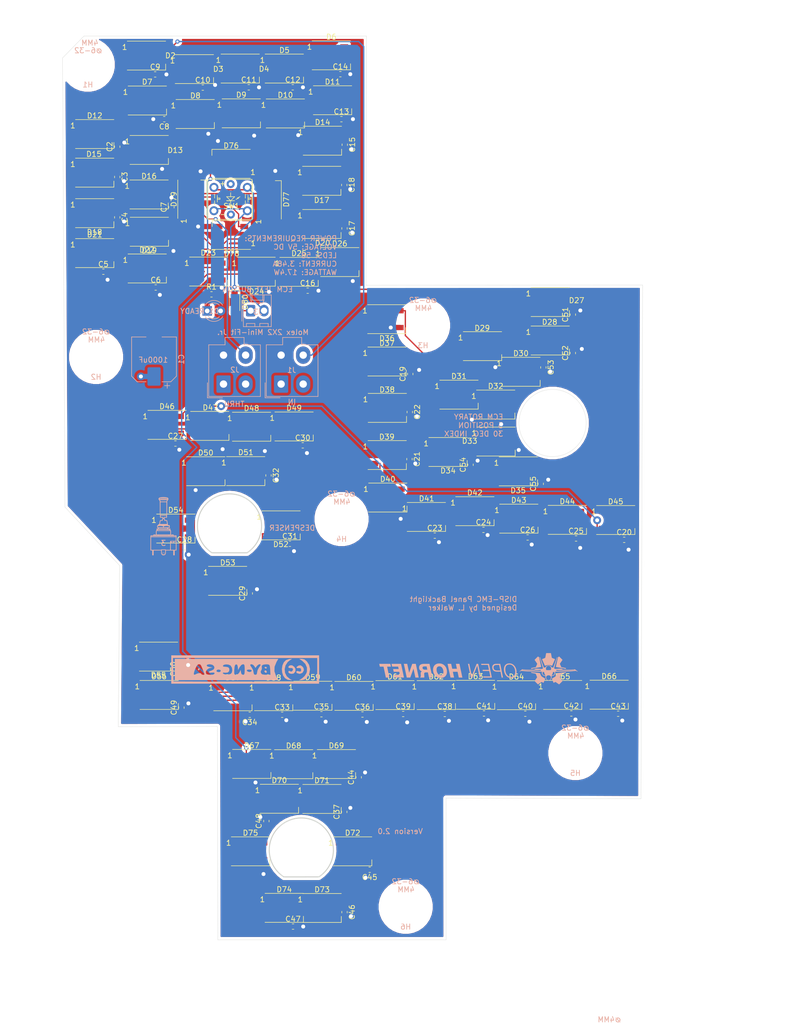
<source format=kicad_pcb>
(kicad_pcb (version 20171130) (host pcbnew "(5.1.6)-1")
  (layers (0 F.Cu signal hide) (31 B.Cu signal) (34 B.Paste user hide) (35 F.Paste user hide) (36 B.SilkS user) (37 F.SilkS user hide) (38 B.Mask user hide) (39 F.Mask user hide) (44 Edge.Cuts user))
  (net 0 "")
  (net 1 /LEDGND)
  (net 2 /LED+5V)
  (net 3 "Net-(D1-Pad1)")
  (net 4 "Net-(D2-Pad2)")
  (net 5 /DATAIN)
  (net 6 "Net-(D3-Pad2)")
  (net 7 "Net-(D4-Pad2)")
  (net 8 "Net-(D5-Pad2)")
  (net 9 "Net-(D6-Pad2)")
  (net 10 "Net-(D7-Pad2)")
  (net 11 "Net-(D8-Pad2)")
  (net 12 "Net-(D10-Pad4)")
  (net 13 "Net-(D10-Pad2)")
  (net 14 "Net-(D11-Pad2)")
  (net 15 "Net-(D12-Pad2)")
  (net 16 "Net-(D14-Pad2)")
  (net 17 "Net-(D15-Pad2)")
  (net 18 "Net-(D16-Pad2)")
  (net 19 "Net-(D17-Pad2)")
  (net 20 "Net-(D18-Pad2)")
  (net 21 "Net-(D19-Pad2)")
  (net 22 "Net-(D20-Pad2)")
  (net 23 "Net-(D21-Pad2)")
  (net 24 "Net-(D22-Pad2)")
  (net 25 "Net-(D23-Pad2)")
  (net 26 "Net-(D24-Pad2)")
  (net 27 "Net-(D26-Pad2)")
  (net 28 "Net-(D27-Pad2)")
  (net 29 "Net-(D28-Pad2)")
  (net 30 "Net-(D29-Pad2)")
  (net 31 "Net-(D30-Pad2)")
  (net 32 "Net-(D31-Pad2)")
  (net 33 "Net-(D32-Pad2)")
  (net 34 "Net-(D33-Pad2)")
  (net 35 "Net-(D34-Pad2)")
  (net 36 "Net-(D35-Pad2)")
  (net 37 "Net-(D36-Pad2)")
  (net 38 /DATAOUT)
  (net 39 "Net-(D38-Pad2)")
  (net 40 "Net-(D39-Pad2)")
  (net 41 "Net-(D40-Pad2)")
  (net 42 "Net-(D41-Pad2)")
  (net 43 "Net-(D42-Pad2)")
  (net 44 "Net-(D43-Pad2)")
  (net 45 "Net-(D44-Pad2)")
  (net 46 "Net-(D45-Pad2)")
  (net 47 "Net-(D46-Pad2)")
  (net 48 "Net-(D47-Pad2)")
  (net 49 "Net-(D48-Pad2)")
  (net 50 "Net-(D50-Pad2)")
  (net 51 "Net-(D51-Pad2)")
  (net 52 "Net-(D52-Pad2)")
  (net 53 "Net-(D53-Pad2)")
  (net 54 "Net-(D54-Pad2)")
  (net 55 "Net-(D55-Pad2)")
  (net 56 "Net-(D56-Pad2)")
  (net 57 "Net-(D57-Pad2)")
  (net 58 "Net-(D58-Pad2)")
  (net 59 "Net-(D59-Pad2)")
  (net 60 "Net-(D13-Pad2)")
  (net 61 "Net-(D25-Pad2)")
  (net 62 "Net-(D37-Pad2)")
  (net 63 "Net-(D49-Pad2)")
  (net 64 "Net-(D60-Pad2)")
  (net 65 "Net-(D61-Pad2)")
  (net 66 "Net-(D62-Pad2)")
  (net 67 "Net-(D63-Pad2)")
  (net 68 "Net-(D64-Pad2)")
  (net 69 "Net-(D65-Pad2)")
  (net 70 "Net-(D66-Pad2)")
  (net 71 "Net-(D67-Pad2)")
  (net 72 "Net-(D68-Pad2)")
  (net 73 "Net-(D69-Pad2)")
  (net 74 "Net-(D70-Pad2)")
  (net 75 "Net-(D71-Pad2)")
  (net 76 "Net-(D72-Pad2)")
  (net 77 "Net-(D73-Pad2)")
  (net 78 "Net-(D74-Pad2)")
  (net 79 "Net-(D75-Pad2)")
  (net 80 "Net-(D76-Pad2)")
  (net 81 "Net-(D77-Pad2)")
  (net 82 "Net-(D78-Pad2)")
  (net 83 /Column1)
  (net 84 "Net-(D80-Pad1)")
  (net 85 /Row1)
  (net 86 "Net-(SW1-Pad6)")
  (net 87 "Net-(SW1-Pad5)")
  (module OH_General:CC-BY-NC-SA-Small (layer B.Cu) (at 79.4 129.15 180)
    (fp_text reference G*** hide)
    (fp_text value LOGO hide)
  )
  (module OH_General:OH_LOGO_37.7mm_5.9mm (layer B.Cu) (at 123.65 129 180)
    (fp_text reference G*** hide)
    (fp_text value LOGO hide)
  )
  (module OH_Backlighting:S3AL_Toggle_Silkscreen (layer F.Cu) (at 63.65 102.05)
    (fp_text reference G1 hide)
    (fp_text value "S3AL Toggle" hide)
    (fp_text user 3 (at 0.125 3.075) (layer B.SilkS) (effects (justify mirror)))
  )
  (module OH_Backlighting:OH_Panel_6-32_PHS (layer F.Cu) (at 109.8296 174.244)
    (fp_text reference 6 hide)
    (fp_text value OH_Panel_Fastner_Keepout hide)
    (fp_text user 4MM (at 0.075 -3.275 180) (layer B.SilkS) (effects (justify mirror)))
    (fp_text user H6 (at 0 3.81) (layer B.SilkS) (effects (justify mirror)))
    (fp_text user ⌀6-32 (at 0 -4.8) (layer B.SilkS) (effects (justify mirror)))
    (pad "" np_thru_hole circle (at 0 0) (size 4.3 4.3) (drill 4.3) (layers *.Cu *.Mask) (clearance 3))
  )
  (module OH_Backlighting:OH_Panel_6-32_PHS (layer F.Cu) (at 142.0876 145.034)
    (fp_text reference 5 hide)
    (fp_text value OH_Panel_Fastner_Keepout hide)
    (fp_text user 4MM (at 0.075 -3.275 180) (layer B.SilkS) (effects (justify mirror)))
    (fp_text user H5 (at 0 3.81) (layer B.SilkS) (effects (justify mirror)))
    (fp_text user ⌀6-32 (at 0 -4.8) (layer B.SilkS) (effects (justify mirror)))
    (pad "" np_thru_hole circle (at 0 0) (size 4.3 4.3) (drill 4.3) (layers *.Cu *.Mask) (clearance 3))
  )
  (module OH_Backlighting:OH_Panel_6-32_PHS (layer F.Cu) (at 97.6376 100.5586)
    (fp_text reference 4 hide)
    (fp_text value OH_Panel_Fastner_Keepout hide)
    (fp_text user 4MM (at 0.075 -3.275 180) (layer B.SilkS) (effects (justify mirror)))
    (fp_text user H4 (at 0 3.81) (layer B.SilkS) (effects (justify mirror)))
    (fp_text user ⌀6-32 (at 0 -4.8) (layer B.SilkS) (effects (justify mirror)))
    (pad "" np_thru_hole circle (at 0 0) (size 4.3 4.3) (drill 4.3) (layers *.Cu *.Mask) (clearance 3))
  )
  (module OH_Backlighting:OH_Panel_6-32_PHS (layer F.Cu) (at 113.1316 63.754)
    (fp_text reference 3 hide)
    (fp_text value OH_Panel_Fastner_Keepout hide)
    (fp_text user 4MM (at 0.075 -3.275 180) (layer B.SilkS) (effects (justify mirror)))
    (fp_text user H3 (at 0 3.81) (layer B.SilkS) (effects (justify mirror)))
    (fp_text user ⌀6-32 (at 0 -4.8) (layer B.SilkS) (effects (justify mirror)))
    (pad "" np_thru_hole circle (at 0 0) (size 4.3 4.3) (drill 4.3) (layers *.Cu *.Mask) (clearance 3))
  )
  (module OH_Backlighting:OH_Panel_6-32_PHS (layer F.Cu) (at 50.9778 69.7484)
    (fp_text reference 3 hide)
    (fp_text value OH_Panel_Fastner_Keepout hide)
    (fp_text user 4MM (at 0.075 -3.275 180) (layer B.SilkS) (effects (justify mirror)))
    (fp_text user H2 (at 0 3.81) (layer B.SilkS) (effects (justify mirror)))
    (fp_text user ⌀6-32 (at 0 -4.8) (layer B.SilkS) (effects (justify mirror)))
    (pad "" np_thru_hole circle (at 0 0) (size 4.3 4.3) (drill 4.3) (layers *.Cu *.Mask) (clearance 3))
  )
  (module OH_Backlighting:OH_Panel_6-32_PHS (layer F.Cu) (at 49.403 14.1986)
    (fp_text reference 1 hide)
    (fp_text value OH_Panel_Fastner_Keepout hide)
    (fp_text user 4MM (at 0.397 -4.1486 180) (layer B.SilkS) (effects (justify mirror)))
    (fp_text user H1 (at 0 3.81) (layer B.SilkS) (effects (justify mirror)))
    (fp_text user ⌀6-32 (at 0.097 -2.6986) (layer B.SilkS) (effects (justify mirror)))
    (pad "" np_thru_hole circle (at 0 0) (size 4.3 4.3) (drill 4.3) (layers *.Cu *.Mask) (clearance 3))
  )
  (module Capacitor_SMD:C_0603_1608Metric (layer F.Cu) (at 135.5 93.8625 90)
    (fp_text reference C55 (at 0 -1.43 90) (layer F.SilkS))
    (fp_text value C)
    (pad 2 smd roundrect (at 0.7875 0 90) (size 0.875 0.95) (layers F.Cu F.Paste F.Mask) (net 1 /LEDGND))
    (pad 1 smd roundrect (at -0.7875 0 90) (size 0.875 0.95) (layers F.Cu F.Paste F.Mask) (net 2 /LED+5V))
  )
  (module Capacitor_SMD:C_0603_1608Metric (layer F.Cu) (at 122.15 90.2375 90)
    (fp_text reference C54 (at 0 -1.43 90) (layer F.SilkS))
    (fp_text value C)
    (pad 2 smd roundrect (at 0.7875 0 90) (size 0.875 0.95) (layers F.Cu F.Paste F.Mask) (net 1 /LEDGND))
    (pad 1 smd roundrect (at -0.7875 0 90) (size 0.875 0.95) (layers F.Cu F.Paste F.Mask) (net 2 /LED+5V))
  )
  (module Capacitor_SMD:C_0603_1608Metric (layer F.Cu) (at 136 71.7375 270)
    (fp_text reference C53 (at 0 -1.43 90) (layer F.SilkS))
    (fp_text value C)
    (pad 2 smd roundrect (at 0.7875 0 270) (size 0.875 0.95) (layers F.Cu F.Paste F.Mask) (net 1 /LEDGND))
    (pad 1 smd roundrect (at -0.7875 0 270) (size 0.875 0.95) (layers F.Cu F.Paste F.Mask) (net 2 /LED+5V))
  )
  (module Capacitor_SMD:C_0603_1608Metric (layer F.Cu) (at 141.6 69 90)
    (fp_text reference C52 (at 0 -1.43 90) (layer F.SilkS))
    (fp_text value C)
    (pad 2 smd roundrect (at 0.7875 0 90) (size 0.875 0.95) (layers F.Cu F.Paste F.Mask) (net 1 /LEDGND))
    (pad 1 smd roundrect (at -0.7875 0 90) (size 0.875 0.95) (layers F.Cu F.Paste F.Mask) (net 2 /LED+5V))
  )
  (module Capacitor_SMD:C_0603_1608Metric (layer F.Cu) (at 141.6 61.7 90)
    (fp_text reference C51 (at 0 -1.43 90) (layer F.SilkS))
    (fp_text value C)
    (pad 2 smd roundrect (at 0.7875 0 90) (size 0.875 0.95) (layers F.Cu F.Paste F.Mask) (net 1 /LEDGND))
    (pad 1 smd roundrect (at -0.7875 0 90) (size 0.875 0.95) (layers F.Cu F.Paste F.Mask) (net 2 /LED+5V))
  )
  (module Capacitor_SMD:C_0603_1608Metric (layer F.Cu) (at 67.1 129.0625 90)
    (fp_text reference C50 (at 0 -1.43 90) (layer F.SilkS))
    (fp_text value C)
    (pad 2 smd roundrect (at 0.7875 0 90) (size 0.875 0.95) (layers F.Cu F.Paste F.Mask) (net 1 /LEDGND))
    (pad 1 smd roundrect (at -0.7875 0 90) (size 0.875 0.95) (layers F.Cu F.Paste F.Mask) (net 2 /LED+5V))
  )
  (module Capacitor_SMD:C_0603_1608Metric (layer F.Cu) (at 67.2 136.3875 90)
    (fp_text reference C49 (at 0 -1.43 90) (layer F.SilkS))
    (fp_text value C)
    (pad 2 smd roundrect (at 0.7875 0 90) (size 0.875 0.95) (layers F.Cu F.Paste F.Mask) (net 1 /LEDGND))
    (pad 1 smd roundrect (at -0.7875 0 90) (size 0.875 0.95) (layers F.Cu F.Paste F.Mask) (net 2 /LED+5V))
  )
  (module Capacitor_SMD:C_0603_1608Metric (layer F.Cu) (at 83.35 157.95 90)
    (fp_text reference C48 (at 0 -1.43 90) (layer F.SilkS))
    (fp_text value C)
    (pad 2 smd roundrect (at 0.7875 0 90) (size 0.875 0.95) (layers F.Cu F.Paste F.Mask) (net 1 /LEDGND))
    (pad 1 smd roundrect (at -0.7875 0 90) (size 0.875 0.95) (layers F.Cu F.Paste F.Mask) (net 2 /LED+5V))
  )
  (module Capacitor_SMD:C_0603_1608Metric (layer F.Cu) (at 88.4125 178)
    (fp_text reference C47 (at 0 -1.43) (layer F.SilkS))
    (fp_text value C)
    (pad 2 smd roundrect (at 0.7875 0) (size 0.875 0.95) (layers F.Cu F.Paste F.Mask) (net 1 /LEDGND))
    (pad 1 smd roundrect (at -0.7875 0) (size 0.875 0.95) (layers F.Cu F.Paste F.Mask) (net 2 /LED+5V))
  )
  (module Capacitor_SMD:C_0603_1608Metric (layer F.Cu) (at 98.2 175.2625 270)
    (fp_text reference C46 (at 0 -1.43 90) (layer F.SilkS))
    (fp_text value C)
    (pad 2 smd roundrect (at 0.7875 0 270) (size 0.875 0.95) (layers F.Cu F.Paste F.Mask) (net 1 /LEDGND))
    (pad 1 smd roundrect (at -0.7875 0 270) (size 0.875 0.95) (layers F.Cu F.Paste F.Mask) (net 2 /LED+5V))
  )
  (module Capacitor_SMD:C_0603_1608Metric (layer F.Cu) (at 102.9875 167.2 180)
    (fp_text reference C45 (at 0 -1.43) (layer F.SilkS))
    (fp_text value C)
    (pad 2 smd roundrect (at 0.7875 0 180) (size 0.875 0.95) (layers F.Cu F.Paste F.Mask) (net 1 /LEDGND))
    (pad 1 smd roundrect (at -0.7875 0 180) (size 0.875 0.95) (layers F.Cu F.Paste F.Mask) (net 2 /LED+5V))
  )
  (module Capacitor_SMD:C_0603_1608Metric (layer F.Cu) (at 100.9 149.6375 90)
    (fp_text reference C44 (at 0 -1.43 90) (layer F.SilkS))
    (fp_text value C)
    (pad 2 smd roundrect (at 0.7875 0 90) (size 0.875 0.95) (layers F.Cu F.Paste F.Mask) (net 1 /LEDGND))
    (pad 1 smd roundrect (at -0.7875 0 90) (size 0.875 0.95) (layers F.Cu F.Paste F.Mask) (net 2 /LED+5V))
  )
  (module Capacitor_SMD:C_0603_1608Metric (layer F.Cu) (at 150.2125 137.55)
    (fp_text reference C43 (at 0 -1.43) (layer F.SilkS))
    (fp_text value C)
    (pad 2 smd roundrect (at 0.7875 0) (size 0.875 0.95) (layers F.Cu F.Paste F.Mask) (net 1 /LEDGND))
    (pad 1 smd roundrect (at -0.7875 0) (size 0.875 0.95) (layers F.Cu F.Paste F.Mask) (net 2 /LED+5V))
  )
  (module Capacitor_SMD:C_0603_1608Metric (layer F.Cu) (at 141.3125 137.5)
    (fp_text reference C42 (at 0 -1.43) (layer F.SilkS))
    (fp_text value C)
    (pad 2 smd roundrect (at 0.7875 0) (size 0.875 0.95) (layers F.Cu F.Paste F.Mask) (net 1 /LEDGND))
    (pad 1 smd roundrect (at -0.7875 0) (size 0.875 0.95) (layers F.Cu F.Paste F.Mask) (net 2 /LED+5V))
  )
  (module Capacitor_SMD:C_0603_1608Metric (layer F.Cu) (at 124.7125 137.5)
    (fp_text reference C41 (at 0 -1.43) (layer F.SilkS))
    (fp_text value C)
    (pad 2 smd roundrect (at 0.7875 0) (size 0.875 0.95) (layers F.Cu F.Paste F.Mask) (net 1 /LEDGND))
    (pad 1 smd roundrect (at -0.7875 0) (size 0.875 0.95) (layers F.Cu F.Paste F.Mask) (net 2 /LED+5V))
  )
  (module Capacitor_SMD:C_0603_1608Metric (layer F.Cu) (at 132.5625 137.55)
    (fp_text reference C40 (at 0 -1.43) (layer F.SilkS))
    (fp_text value C)
    (pad 2 smd roundrect (at 0.7875 0) (size 0.875 0.95) (layers F.Cu F.Paste F.Mask) (net 1 /LEDGND))
    (pad 1 smd roundrect (at -0.7875 0) (size 0.875 0.95) (layers F.Cu F.Paste F.Mask) (net 2 /LED+5V))
  )
  (module Capacitor_SMD:C_0603_1608Metric (layer F.Cu) (at 109.35 137.6)
    (fp_text reference C39 (at 0 -1.43) (layer F.SilkS))
    (fp_text value C)
    (pad 2 smd roundrect (at 0.7875 0) (size 0.875 0.95) (layers F.Cu F.Paste F.Mask) (net 1 /LEDGND))
    (pad 1 smd roundrect (at -0.7875 0) (size 0.875 0.95) (layers F.Cu F.Paste F.Mask) (net 2 /LED+5V))
  )
  (module Capacitor_SMD:C_0603_1608Metric (layer F.Cu) (at 117.2625 137.6)
    (fp_text reference C38 (at 0 -1.43) (layer F.SilkS))
    (fp_text value C)
    (pad 2 smd roundrect (at 0.7875 0) (size 0.875 0.95) (layers F.Cu F.Paste F.Mask) (net 1 /LEDGND))
    (pad 1 smd roundrect (at -0.7875 0) (size 0.875 0.95) (layers F.Cu F.Paste F.Mask) (net 2 /LED+5V))
  )
  (module Capacitor_SMD:C_0603_1608Metric (layer F.Cu) (at 98.15 156.2125 90)
    (fp_text reference C37 (at 0 -1.43 90) (layer F.SilkS))
    (fp_text value C)
    (pad 2 smd roundrect (at 0.7875 0 90) (size 0.875 0.95) (layers F.Cu F.Paste F.Mask) (net 1 /LEDGND))
    (pad 1 smd roundrect (at -0.7875 0 90) (size 0.875 0.95) (layers F.Cu F.Paste F.Mask) (net 2 /LED+5V))
  )
  (module Capacitor_SMD:C_0603_1608Metric (layer F.Cu) (at 133.0125 104.05)
    (fp_text reference C26 (at 0 -1.43) (layer F.SilkS))
    (fp_text value C)
    (pad 2 smd roundrect (at 0.7875 0) (size 0.875 0.95) (layers F.Cu F.Paste F.Mask) (net 1 /LEDGND))
    (pad 1 smd roundrect (at -0.7875 0) (size 0.875 0.95) (layers F.Cu F.Paste F.Mask) (net 2 /LED+5V))
  )
  (module Capacitor_SMD:C_0603_1608Metric (layer F.Cu) (at 115.3625 103.7)
    (fp_text reference C23 (at 0 -1.43) (layer F.SilkS))
    (fp_text value C)
    (pad 2 smd roundrect (at 0.7875 0) (size 0.875 0.95) (layers F.Cu F.Paste F.Mask) (net 1 /LEDGND))
    (pad 1 smd roundrect (at -0.7875 0) (size 0.875 0.95) (layers F.Cu F.Paste F.Mask) (net 2 /LED+5V))
  )
  (module Capacitor_SMD:C_0603_1608Metric (layer F.Cu) (at 101.6125 137.7)
    (fp_text reference C36 (at 0 -1.43) (layer F.SilkS))
    (fp_text value C)
    (pad 2 smd roundrect (at 0.7875 0) (size 0.875 0.95) (layers F.Cu F.Paste F.Mask) (net 1 /LEDGND))
    (pad 1 smd roundrect (at -0.7875 0) (size 0.875 0.95) (layers F.Cu F.Paste F.Mask) (net 2 /LED+5V))
  )
  (module Capacitor_SMD:C_0603_1608Metric (layer F.Cu) (at 93.8125 137.65)
    (fp_text reference C35 (at 0 -1.43) (layer F.SilkS))
    (fp_text value C)
    (pad 2 smd roundrect (at 0.7875 0) (size 0.875 0.95) (layers F.Cu F.Paste F.Mask) (net 1 /LEDGND))
    (pad 1 smd roundrect (at -0.7875 0) (size 0.875 0.95) (layers F.Cu F.Paste F.Mask) (net 2 /LED+5V))
  )
  (module Capacitor_SMD:C_0603_1608Metric (layer F.Cu) (at 80.1875 137.75 180)
    (fp_text reference C34 (at 0 -1.43) (layer F.SilkS))
    (fp_text value C)
    (pad 2 smd roundrect (at 0.7875 0 180) (size 0.875 0.95) (layers F.Cu F.Paste F.Mask) (net 1 /LEDGND))
    (pad 1 smd roundrect (at -0.7875 0 180) (size 0.875 0.95) (layers F.Cu F.Paste F.Mask) (net 2 /LED+5V))
  )
  (module Capacitor_SMD:C_0603_1608Metric (layer F.Cu) (at 86.35 137.75)
    (fp_text reference C33 (at 0 -1.43) (layer F.SilkS))
    (fp_text value C)
    (pad 2 smd roundrect (at 0.7875 0) (size 0.875 0.95) (layers F.Cu F.Paste F.Mask) (net 1 /LEDGND))
    (pad 1 smd roundrect (at -0.7875 0) (size 0.875 0.95) (layers F.Cu F.Paste F.Mask) (net 2 /LED+5V))
  )
  (module Capacitor_SMD:C_0603_1608Metric (layer F.Cu) (at 83.75 92.2625 270)
    (fp_text reference C32 (at 0 -1.43 90) (layer F.SilkS))
    (fp_text value C)
    (pad 2 smd roundrect (at 0.7875 0 270) (size 0.875 0.95) (layers F.Cu F.Paste F.Mask) (net 1 /LEDGND))
    (pad 1 smd roundrect (at -0.7875 0 270) (size 0.875 0.95) (layers F.Cu F.Paste F.Mask) (net 2 /LED+5V))
  )
  (module Capacitor_SMD:C_0603_1608Metric (layer F.Cu) (at 87.8125 105.25)
    (fp_text reference C31 (at 0 -1.43) (layer F.SilkS))
    (fp_text value C)
    (pad 2 smd roundrect (at 0.7875 0) (size 0.875 0.95) (layers F.Cu F.Paste F.Mask) (net 1 /LEDGND))
    (pad 1 smd roundrect (at -0.7875 0) (size 0.875 0.95) (layers F.Cu F.Paste F.Mask) (net 2 /LED+5V))
  )
  (module Capacitor_SMD:C_0603_1608Metric (layer F.Cu) (at 90.2625 86.55)
    (fp_text reference C30 (at 0 -1.43) (layer F.SilkS))
    (fp_text value C)
    (pad 2 smd roundrect (at 0.7875 0) (size 0.875 0.95) (layers F.Cu F.Paste F.Mask) (net 1 /LEDGND))
    (pad 1 smd roundrect (at -0.7875 0) (size 0.875 0.95) (layers F.Cu F.Paste F.Mask) (net 2 /LED+5V))
  )
  (module Capacitor_SMD:C_0603_1608Metric (layer F.Cu) (at 80.2 114.6875 90)
    (fp_text reference C29 (at 0 -1.43 90) (layer F.SilkS))
    (fp_text value C)
    (pad 2 smd roundrect (at 0.7875 0 90) (size 0.875 0.95) (layers F.Cu F.Paste F.Mask) (net 1 /LEDGND))
    (pad 1 smd roundrect (at -0.7875 0 90) (size 0.875 0.95) (layers F.Cu F.Paste F.Mask) (net 2 /LED+5V))
  )
  (module Capacitor_SMD:C_0603_1608Metric (layer F.Cu) (at 67.7625 105.9)
    (fp_text reference C28 (at 0 -1.43) (layer F.SilkS))
    (fp_text value C)
    (pad 2 smd roundrect (at 0.7875 0) (size 0.875 0.95) (layers F.Cu F.Paste F.Mask) (net 1 /LEDGND))
    (pad 1 smd roundrect (at -0.7875 0) (size 0.875 0.95) (layers F.Cu F.Paste F.Mask) (net 2 /LED+5V))
  )
  (module Capacitor_SMD:C_0603_1608Metric (layer F.Cu) (at 66.0625 86.2)
    (fp_text reference C27 (at 0 -1.43) (layer F.SilkS))
    (fp_text value C)
    (pad 2 smd roundrect (at 0.7875 0) (size 0.875 0.95) (layers F.Cu F.Paste F.Mask) (net 1 /LEDGND))
    (pad 1 smd roundrect (at -0.7875 0) (size 0.875 0.95) (layers F.Cu F.Paste F.Mask) (net 2 /LED+5V))
  )
  (module Capacitor_SMD:C_0603_1608Metric (layer F.Cu) (at 142.2125 104.25)
    (fp_text reference C25 (at 0 -1.43) (layer F.SilkS))
    (fp_text value C)
    (pad 2 smd roundrect (at 0.7875 0) (size 0.875 0.95) (layers F.Cu F.Paste F.Mask) (net 1 /LEDGND))
    (pad 1 smd roundrect (at -0.7875 0) (size 0.875 0.95) (layers F.Cu F.Paste F.Mask) (net 2 /LED+5V))
  )
  (module Capacitor_SMD:C_0603_1608Metric (layer F.Cu) (at 124.6125 102.6)
    (fp_text reference C24 (at 0 -1.43) (layer F.SilkS))
    (fp_text value C)
    (pad 2 smd roundrect (at 0.7875 0) (size 0.875 0.95) (layers F.Cu F.Paste F.Mask) (net 1 /LEDGND))
    (pad 1 smd roundrect (at -0.7875 0) (size 0.875 0.95) (layers F.Cu F.Paste F.Mask) (net 2 /LED+5V))
  )
  (module Capacitor_SMD:C_0603_1608Metric (layer F.Cu) (at 110.6 80.2125 270)
    (fp_text reference C22 (at 0 -1.43 90) (layer F.SilkS))
    (fp_text value C)
    (pad 2 smd roundrect (at 0.7875 0 270) (size 0.875 0.95) (layers F.Cu F.Paste F.Mask) (net 1 /LEDGND))
    (pad 1 smd roundrect (at -0.7875 0 270) (size 0.875 0.95) (layers F.Cu F.Paste F.Mask) (net 2 /LED+5V))
  )
  (module Capacitor_SMD:C_0603_1608Metric (layer F.Cu) (at 110.55 89.1625 270)
    (fp_text reference C21 (at 0 -1.43 90) (layer F.SilkS))
    (fp_text value C)
    (pad 2 smd roundrect (at 0.7875 0 270) (size 0.875 0.95) (layers F.Cu F.Paste F.Mask) (net 1 /LEDGND))
    (pad 1 smd roundrect (at -0.7875 0 270) (size 0.875 0.95) (layers F.Cu F.Paste F.Mask) (net 2 /LED+5V))
  )
  (module Capacitor_SMD:C_0603_1608Metric (layer F.Cu) (at 151.3625 104.5)
    (fp_text reference C20 (at 0 -1.43) (layer F.SilkS))
    (fp_text value C)
    (pad 2 smd roundrect (at 0.7875 0) (size 0.875 0.95) (layers F.Cu F.Paste F.Mask) (net 1 /LEDGND))
    (pad 1 smd roundrect (at -0.7875 0) (size 0.875 0.95) (layers F.Cu F.Paste F.Mask) (net 2 /LED+5V))
  )
  (module Diode_SMD:D_SOD-123 (layer F.Cu) (at 77.3 59.3 270)
    (fp_text reference D80 (at 0 -2 90) (layer F.SilkS))
    (fp_text value D)
    (pad 2 smd rect (at 1.65 0 270) (size 0.9 1.2) (layers F.Cu F.Paste F.Mask) (net 83 /Column1))
    (pad 1 smd rect (at -1.65 0 270) (size 0.9 1.2) (layers F.Cu F.Paste F.Mask) (net 84 "Net-(D80-Pad1)"))
  )
  (module Resistor_SMD:R_0603_1608Metric (layer F.Cu) (at 72.9125 57.85)
    (fp_text reference R1 (at 0 -1.43) (layer F.SilkS))
    (fp_text value R)
    (pad 2 smd roundrect (at 0.7875 0) (size 0.875 0.95) (layers F.Cu F.Paste F.Mask) (net 1 /LEDGND))
    (pad 1 smd roundrect (at -0.7875 0) (size 0.875 0.95) (layers F.Cu F.Paste F.Mask) (net 3 "Net-(D1-Pad1)"))
  )
  (module Connector_Molex:Molex_Mini-Fit_Jr_5566-04A_2x02_P4.20mm_Vertical (layer B.Cu) (at 75.2 74.9)
    (fp_text reference J2 (at 2.15 -2.7) (layer B.SilkS) (effects (justify mirror)))
    (fp_text value Conn_01x04_Female)
    (pad 4 thru_hole oval (at 4.2 -5.5) (size 2.7 3.3) (drill 1.4) (layers *.Cu *.Mask) (net 38 /DATAOUT))
    (pad 3 thru_hole oval (at 0 -5.5) (size 2.7 3.3) (drill 1.4) (layers *.Cu *.Mask) (net 1 /LEDGND))
    (pad 2 thru_hole oval (at 4.2 0) (size 2.7 3.3) (drill 1.4) (layers *.Cu *.Mask) (net 2 /LED+5V))
    (pad 1 thru_hole roundrect (at 0 0) (size 2.7 3.3) (drill 1.4) (layers *.Cu *.Mask) (roundrect_rratio 0.09259299999999999) (net 2 /LED+5V))
  )
  (module Connector_Molex:Molex_Mini-Fit_Jr_5566-04A_2x02_P4.20mm_Vertical (layer B.Cu) (at 86.15 74.9)
    (fp_text reference J1 (at 2 -2.65) (layer B.SilkS) (effects (justify mirror)))
    (fp_text value Conn_01x04_Female)
    (pad 4 thru_hole oval (at 4.2 -5.5) (size 2.7 3.3) (drill 1.4) (layers *.Cu *.Mask) (net 5 /DATAIN))
    (pad 3 thru_hole oval (at 0 -5.5) (size 2.7 3.3) (drill 1.4) (layers *.Cu *.Mask) (net 1 /LEDGND))
    (pad 2 thru_hole oval (at 4.2 0) (size 2.7 3.3) (drill 1.4) (layers *.Cu *.Mask) (net 2 /LED+5V))
    (pad 1 thru_hole roundrect (at 0 0) (size 2.7 3.3) (drill 1.4) (layers *.Cu *.Mask) (roundrect_rratio 0.09259299999999999) (net 2 /LED+5V))
  )
  (module Capacitor_SMD:C_0603_1608Metric (layer F.Cu) (at 110.7 72.9875 90)
    (fp_text reference C19 (at 0 -1.43 90) (layer F.SilkS))
    (fp_text value C)
    (pad 2 smd roundrect (at 0.7875 0 90) (size 0.875 0.95) (layers F.Cu F.Paste F.Mask) (net 1 /LEDGND))
    (pad 1 smd roundrect (at -0.7875 0 90) (size 0.875 0.95) (layers F.Cu F.Paste F.Mask) (net 2 /LED+5V))
  )
  (module Capacitor_SMD:C_0603_1608Metric (layer F.Cu) (at 98.15 37.0625 270)
    (fp_text reference C18 (at 0 -1.43 90) (layer F.SilkS))
    (fp_text value C)
    (pad 2 smd roundrect (at 0.7875 0 270) (size 0.875 0.95) (layers F.Cu F.Paste F.Mask) (net 1 /LEDGND))
    (pad 1 smd roundrect (at -0.7875 0 270) (size 0.875 0.95) (layers F.Cu F.Paste F.Mask) (net 2 /LED+5V))
  )
  (module Capacitor_SMD:C_0603_1608Metric (layer F.Cu) (at 98.2 45.3125 270)
    (fp_text reference C17 (at 0 -1.43 90) (layer F.SilkS))
    (fp_text value C)
    (pad 2 smd roundrect (at 0.7875 0 270) (size 0.875 0.95) (layers F.Cu F.Paste F.Mask) (net 1 /LEDGND))
    (pad 1 smd roundrect (at -0.7875 0 270) (size 0.875 0.95) (layers F.Cu F.Paste F.Mask) (net 2 /LED+5V))
  )
  (module Capacitor_SMD:C_0603_1608Metric (layer F.Cu) (at 91.2 57.15)
    (fp_text reference C16 (at 0 -1.43) (layer F.SilkS))
    (fp_text value C)
    (pad 2 smd roundrect (at 0.7875 0) (size 0.875 0.95) (layers F.Cu F.Paste F.Mask) (net 1 /LEDGND))
    (pad 1 smd roundrect (at -0.7875 0) (size 0.875 0.95) (layers F.Cu F.Paste F.Mask) (net 2 /LED+5V))
  )
  (module Capacitor_SMD:C_0603_1608Metric (layer F.Cu) (at 98.25 29.4125 270)
    (fp_text reference C15 (at 0 -1.43 90) (layer F.SilkS))
    (fp_text value C)
    (pad 2 smd roundrect (at 0.7875 0 270) (size 0.875 0.95) (layers F.Cu F.Paste F.Mask) (net 1 /LEDGND))
    (pad 1 smd roundrect (at -0.7875 0 270) (size 0.875 0.95) (layers F.Cu F.Paste F.Mask) (net 2 /LED+5V))
  )
  (module Capacitor_SMD:C_0603_1608Metric (layer F.Cu) (at 97.4125 16)
    (fp_text reference C14 (at 0 -1.43) (layer F.SilkS))
    (fp_text value C)
    (pad 2 smd roundrect (at 0.7875 0) (size 0.875 0.95) (layers F.Cu F.Paste F.Mask) (net 1 /LEDGND))
    (pad 1 smd roundrect (at -0.7875 0) (size 0.875 0.95) (layers F.Cu F.Paste F.Mask) (net 2 /LED+5V))
  )
  (module Capacitor_SMD:C_0603_1608Metric (layer F.Cu) (at 97.6125 24.55)
    (fp_text reference C13 (at 0 -1.43) (layer F.SilkS))
    (fp_text value C)
    (pad 2 smd roundrect (at 0.7875 0) (size 0.875 0.95) (layers F.Cu F.Paste F.Mask) (net 1 /LEDGND))
    (pad 1 smd roundrect (at -0.7875 0) (size 0.875 0.95) (layers F.Cu F.Paste F.Mask) (net 2 /LED+5V))
  )
  (module Capacitor_SMD:C_0603_1608Metric (layer F.Cu) (at 88.3625 18.5)
    (fp_text reference C12 (at 0 -1.43) (layer F.SilkS))
    (fp_text value C)
    (pad 2 smd roundrect (at 0.7875 0) (size 0.875 0.95) (layers F.Cu F.Paste F.Mask) (net 1 /LEDGND))
    (pad 1 smd roundrect (at -0.7875 0) (size 0.875 0.95) (layers F.Cu F.Paste F.Mask) (net 2 /LED+5V))
  )
  (module Capacitor_SMD:C_0603_1608Metric (layer F.Cu) (at 80 18.5)
    (fp_text reference C11 (at 0 -1.43) (layer F.SilkS))
    (fp_text value C)
    (pad 2 smd roundrect (at 0.7875 0) (size 0.875 0.95) (layers F.Cu F.Paste F.Mask) (net 1 /LEDGND))
    (pad 1 smd roundrect (at -0.7875 0) (size 0.875 0.95) (layers F.Cu F.Paste F.Mask) (net 2 /LED+5V))
  )
  (module Capacitor_SMD:C_0603_1608Metric (layer F.Cu) (at 71.2625 18.55)
    (fp_text reference C10 (at 0 -1.43) (layer F.SilkS))
    (fp_text value C)
    (pad 2 smd roundrect (at 0.7875 0) (size 0.875 0.95) (layers F.Cu F.Paste F.Mask) (net 1 /LEDGND))
    (pad 1 smd roundrect (at -0.7875 0) (size 0.875 0.95) (layers F.Cu F.Paste F.Mask) (net 2 /LED+5V))
  )
  (module Capacitor_SMD:C_0603_1608Metric (layer F.Cu) (at 62.2125 16.05)
    (fp_text reference C9 (at 0 -1.43) (layer F.SilkS))
    (fp_text value C)
    (pad 2 smd roundrect (at 0.7875 0) (size 0.875 0.95) (layers F.Cu F.Paste F.Mask) (net 1 /LEDGND))
    (pad 1 smd roundrect (at -0.7875 0) (size 0.875 0.95) (layers F.Cu F.Paste F.Mask) (net 2 /LED+5V))
  )
  (module Capacitor_SMD:C_0603_1608Metric (layer F.Cu) (at 63.9375 24.55 180)
    (fp_text reference C8 (at 0 -1.43) (layer F.SilkS))
    (fp_text value C)
    (pad 2 smd roundrect (at 0.7875 0 180) (size 0.875 0.95) (layers F.Cu F.Paste F.Mask) (net 1 /LEDGND))
    (pad 1 smd roundrect (at -0.7875 0 180) (size 0.875 0.95) (layers F.Cu F.Paste F.Mask) (net 2 /LED+5V))
  )
  (module Capacitor_SMD:C_0603_1608Metric (layer F.Cu) (at 65.3 41.2875 90)
    (fp_text reference C7 (at 0 -1.43 90) (layer F.SilkS))
    (fp_text value C)
    (pad 2 smd roundrect (at 0.7875 0 90) (size 0.875 0.95) (layers F.Cu F.Paste F.Mask) (net 1 /LEDGND))
    (pad 1 smd roundrect (at -0.7875 0 90) (size 0.875 0.95) (layers F.Cu F.Paste F.Mask) (net 2 /LED+5V))
  )
  (module Capacitor_SMD:C_0603_1608Metric (layer F.Cu) (at 62.3125 56.55)
    (fp_text reference C6 (at 0 -1.43) (layer F.SilkS))
    (fp_text value C)
    (pad 2 smd roundrect (at 0.7875 0) (size 0.875 0.95) (layers F.Cu F.Paste F.Mask) (net 1 /LEDGND))
    (pad 1 smd roundrect (at -0.7875 0) (size 0.875 0.95) (layers F.Cu F.Paste F.Mask) (net 2 /LED+5V))
  )
  (module Capacitor_SMD:C_0603_1608Metric (layer F.Cu) (at 52.3625 53.55)
    (fp_text reference C5 (at 0 -1.43) (layer F.SilkS))
    (fp_text value C)
    (pad 2 smd roundrect (at 0.7875 0) (size 0.875 0.95) (layers F.Cu F.Paste F.Mask) (net 1 /LEDGND))
    (pad 1 smd roundrect (at -0.7875 0) (size 0.875 0.95) (layers F.Cu F.Paste F.Mask) (net 2 /LED+5V))
  )
  (module Capacitor_SMD:C_0603_1608Metric (layer F.Cu) (at 55 43.2125 270)
    (fp_text reference C4 (at 0 -1.43 90) (layer F.SilkS))
    (fp_text value C)
    (pad 2 smd roundrect (at 0.7875 0 270) (size 0.875 0.95) (layers F.Cu F.Paste F.Mask) (net 1 /LEDGND))
    (pad 1 smd roundrect (at -0.7875 0 270) (size 0.875 0.95) (layers F.Cu F.Paste F.Mask) (net 2 /LED+5V))
  )
  (module Capacitor_SMD:C_0603_1608Metric (layer F.Cu) (at 55 35.5375 270)
    (fp_text reference C3 (at 0 -1.43 90) (layer F.SilkS))
    (fp_text value C)
    (pad 2 smd roundrect (at 0.7875 0 270) (size 0.875 0.95) (layers F.Cu F.Paste F.Mask) (net 1 /LEDGND))
    (pad 1 smd roundrect (at -0.7875 0 270) (size 0.875 0.95) (layers F.Cu F.Paste F.Mask) (net 2 /LED+5V))
  )
  (module Capacitor_SMD:C_0603_1608Metric (layer F.Cu) (at 55 29.7875 90)
    (fp_text reference C2 (at 0 -1.43 90) (layer F.SilkS))
    (fp_text value C)
    (pad 2 smd roundrect (at 0.7875 0 90) (size 0.875 0.95) (layers F.Cu F.Paste F.Mask) (net 1 /LEDGND))
    (pad 1 smd roundrect (at -0.7875 0 90) (size 0.875 0.95) (layers F.Cu F.Paste F.Mask) (net 2 /LED+5V))
  )
  (module PT_Library_v001:PT_Small_Tactile_Switch_With_LED (layer F.Cu) (at 76.5556 39.8018)
    (fp_text reference SW1 (at 0.1524 1.27) (layer F.SilkS))
    (fp_text value PT_Tactile_Switch_Led)
    (fp_text user - (at -1.42 2.81) (layer F.SilkS))
    (fp_text user + (at -1.524 -3.048) (layer F.SilkS))
    (pad 6 thru_hole circle (at 0.04 2.87) (size 1.524 1.524) (drill 0.762) (layers *.Cu *.Mask) (net 86 "Net-(SW1-Pad6)"))
    (pad 5 thru_hole circle (at 0 -2.921) (size 1.524 1.524) (drill 0.762) (layers *.Cu *.Mask) (net 87 "Net-(SW1-Pad5)"))
    (pad 4 thru_hole circle (at 3.175 2.159) (size 1.7 1.7) (drill 1) (layers *.Cu *.Mask) (net 85 /Row1))
    (pad 3 thru_hole circle (at -3.175 2.159) (size 1.7 1.7) (drill 1) (layers *.Cu *.Mask) (net 85 /Row1))
    (pad 2 thru_hole circle (at 3.175 -2.286) (size 1.7 1.7) (drill 1) (layers *.Cu *.Mask) (net 84 "Net-(D80-Pad1)"))
    (pad 1 thru_hole circle (at -3.175 -2.286) (size 1.7 1.7) (drill 1) (layers *.Cu *.Mask) (net 84 "Net-(D80-Pad1)"))
  )
  (module Connector_Molex:Molex_KK-254_AE-6410-02A_1x02_P2.54mm_Vertical (layer B.Cu) (at 80.36 60.95)
    (fp_text reference J3 (at 1.34 0.25) (layer B.SilkS) (effects (justify mirror)))
    (fp_text value Conn_01x02_Female)
    (pad 2 thru_hole oval (at 2.54 0) (size 1.74 2.19) (drill 1.19) (layers *.Cu *.Mask) (net 85 /Row1))
    (pad 1 thru_hole roundrect (at 0 0) (size 1.74 2.19) (drill 1.19) (layers *.Cu *.Mask) (roundrect_rratio 0.143678) (net 83 /Column1))
  )
  (module LED_SMD:LED_WS2812B_PLCC4_5.0x5.0mm_P3.2mm (layer F.Cu) (at 69.2656 39.7648 90)
    (fp_text reference D79 (at 0 -3.5 90) (layer F.SilkS))
    (fp_text value WS2812B)
    (fp_text user 1 (at -4.15 -1.6 90) (layer F.SilkS))
    (pad 1 smd rect (at -2.45 -1.6 90) (size 1.5 1) (layers F.Cu F.Paste F.Mask) (net 2 /LED+5V))
    (pad 2 smd rect (at -2.45 1.6 90) (size 1.5 1) (layers F.Cu F.Paste F.Mask) (net 38 /DATAOUT))
    (pad 4 smd rect (at 2.45 -1.6 90) (size 1.5 1) (layers F.Cu F.Paste F.Mask) (net 82 "Net-(D78-Pad2)"))
    (pad 3 smd rect (at 2.45 1.6 90) (size 1.5 1) (layers F.Cu F.Paste F.Mask) (net 1 /LEDGND))
  )
  (module LED_SMD:LED_WS2812B_PLCC4_5.0x5.0mm_P3.2mm (layer F.Cu) (at 76.6942 46.558 180)
    (fp_text reference D78 (at -0.0704 -3.535) (layer F.SilkS))
    (fp_text value WS2812B)
    (fp_text user 1 (at -4.15 -1.6) (layer F.SilkS))
    (pad 1 smd rect (at -2.45 -1.6 180) (size 1.5 1) (layers F.Cu F.Paste F.Mask) (net 2 /LED+5V))
    (pad 2 smd rect (at -2.45 1.6 180) (size 1.5 1) (layers F.Cu F.Paste F.Mask) (net 82 "Net-(D78-Pad2)"))
    (pad 4 smd rect (at 2.45 -1.6 180) (size 1.5 1) (layers F.Cu F.Paste F.Mask) (net 81 "Net-(D77-Pad2)"))
    (pad 3 smd rect (at 2.45 1.6 180) (size 1.5 1) (layers F.Cu F.Paste F.Mask) (net 1 /LEDGND))
  )
  (module LED_SMD:LED_WS2812B_PLCC4_5.0x5.0mm_P3.2mm (layer F.Cu) (at 83.4388 39.8896 90)
    (fp_text reference D77 (at 0.0624 3.7086 90) (layer F.SilkS))
    (fp_text value WS2812B)
    (fp_text user 1 (at -4.15 -1.6 90) (layer F.SilkS))
    (pad 1 smd rect (at -2.45 -1.6 90) (size 1.5 1) (layers F.Cu F.Paste F.Mask) (net 2 /LED+5V))
    (pad 2 smd rect (at -2.45 1.6 90) (size 1.5 1) (layers F.Cu F.Paste F.Mask) (net 81 "Net-(D77-Pad2)"))
    (pad 4 smd rect (at 2.45 -1.6 90) (size 1.5 1) (layers F.Cu F.Paste F.Mask) (net 80 "Net-(D76-Pad2)"))
    (pad 3 smd rect (at 2.45 1.6 90) (size 1.5 1) (layers F.Cu F.Paste F.Mask) (net 1 /LEDGND))
  )
  (module LED_SMD:LED_WS2812B_PLCC4_5.0x5.0mm_P3.2mm (layer F.Cu) (at 76.6434 33.0452 180)
    (fp_text reference D76 (at -0.0138 3.4542) (layer F.SilkS))
    (fp_text value WS2812B)
    (fp_text user 1 (at -4.15 -1.6) (layer F.SilkS))
    (pad 1 smd rect (at -2.45 -1.6 180) (size 1.5 1) (layers F.Cu F.Paste F.Mask) (net 2 /LED+5V))
    (pad 2 smd rect (at -2.45 1.6 180) (size 1.5 1) (layers F.Cu F.Paste F.Mask) (net 80 "Net-(D76-Pad2)"))
    (pad 4 smd rect (at 2.45 -1.6 180) (size 1.5 1) (layers F.Cu F.Paste F.Mask) (net 79 "Net-(D75-Pad2)"))
    (pad 3 smd rect (at 2.45 1.6 180) (size 1.5 1) (layers F.Cu F.Paste F.Mask) (net 1 /LEDGND))
  )
  (module LED_SMD:LED_WS2812B_PLCC4_5.0x5.0mm_P3.2mm (layer F.Cu) (at 80.3264 163.703)
    (fp_text reference D75 (at 0 -3.5) (layer F.SilkS))
    (fp_text value WS2812B)
    (fp_text user 1 (at -4.15 -1.6) (layer F.SilkS))
    (pad 1 smd rect (at -2.45 -1.6) (size 1.5 1) (layers F.Cu F.Paste F.Mask) (net 2 /LED+5V))
    (pad 2 smd rect (at -2.45 1.6) (size 1.5 1) (layers F.Cu F.Paste F.Mask) (net 79 "Net-(D75-Pad2)"))
    (pad 4 smd rect (at 2.45 -1.6) (size 1.5 1) (layers F.Cu F.Paste F.Mask) (net 78 "Net-(D74-Pad2)"))
    (pad 3 smd rect (at 2.45 1.6) (size 1.5 1) (layers F.Cu F.Paste F.Mask) (net 1 /LEDGND))
  )
  (module LED_SMD:LED_WS2812B_PLCC4_5.0x5.0mm_P3.2mm (layer F.Cu) (at 86.741 174.447)
    (fp_text reference D74 (at 0 -3.5) (layer F.SilkS))
    (fp_text value WS2812B)
    (fp_text user 1 (at -4.15 -1.6) (layer F.SilkS))
    (pad 1 smd rect (at -2.45 -1.6) (size 1.5 1) (layers F.Cu F.Paste F.Mask) (net 2 /LED+5V))
    (pad 2 smd rect (at -2.45 1.6) (size 1.5 1) (layers F.Cu F.Paste F.Mask) (net 78 "Net-(D74-Pad2)"))
    (pad 4 smd rect (at 2.45 -1.6) (size 1.5 1) (layers F.Cu F.Paste F.Mask) (net 77 "Net-(D73-Pad2)"))
    (pad 3 smd rect (at 2.45 1.6) (size 1.5 1) (layers F.Cu F.Paste F.Mask) (net 1 /LEDGND))
  )
  (module LED_SMD:LED_WS2812B_PLCC4_5.0x5.0mm_P3.2mm (layer F.Cu) (at 93.9408 174.472)
    (fp_text reference D73 (at 0 -3.5) (layer F.SilkS))
    (fp_text value WS2812B)
    (fp_text user 1 (at -4.15 -1.6) (layer F.SilkS))
    (pad 1 smd rect (at -2.45 -1.6) (size 1.5 1) (layers F.Cu F.Paste F.Mask) (net 2 /LED+5V))
    (pad 2 smd rect (at -2.45 1.6) (size 1.5 1) (layers F.Cu F.Paste F.Mask) (net 77 "Net-(D73-Pad2)"))
    (pad 4 smd rect (at 2.45 -1.6) (size 1.5 1) (layers F.Cu F.Paste F.Mask) (net 76 "Net-(D72-Pad2)"))
    (pad 3 smd rect (at 2.45 1.6) (size 1.5 1) (layers F.Cu F.Paste F.Mask) (net 1 /LEDGND))
  )
  (module LED_SMD:LED_WS2812B_PLCC4_5.0x5.0mm_P3.2mm (layer F.Cu) (at 99.7458 163.703)
    (fp_text reference D72 (at 0 -3.5) (layer F.SilkS))
    (fp_text value WS2812B)
    (fp_text user 1 (at -4.15 -1.6) (layer F.SilkS))
    (pad 1 smd rect (at -2.45 -1.6) (size 1.5 1) (layers F.Cu F.Paste F.Mask) (net 2 /LED+5V))
    (pad 2 smd rect (at -2.45 1.6) (size 1.5 1) (layers F.Cu F.Paste F.Mask) (net 76 "Net-(D72-Pad2)"))
    (pad 4 smd rect (at 2.45 -1.6) (size 1.5 1) (layers F.Cu F.Paste F.Mask) (net 75 "Net-(D71-Pad2)"))
    (pad 3 smd rect (at 2.45 1.6) (size 1.5 1) (layers F.Cu F.Paste F.Mask) (net 1 /LEDGND))
  )
  (module LED_SMD:LED_WS2812B_PLCC4_5.0x5.0mm_P3.2mm (layer F.Cu) (at 93.9176 153.746)
    (fp_text reference D71 (at 0 -3.5) (layer F.SilkS))
    (fp_text value WS2812B)
    (fp_text user 1 (at -4.15 -1.6) (layer F.SilkS))
    (pad 1 smd rect (at -2.45 -1.6) (size 1.5 1) (layers F.Cu F.Paste F.Mask) (net 2 /LED+5V))
    (pad 2 smd rect (at -2.45 1.6) (size 1.5 1) (layers F.Cu F.Paste F.Mask) (net 75 "Net-(D71-Pad2)"))
    (pad 4 smd rect (at 2.45 -1.6) (size 1.5 1) (layers F.Cu F.Paste F.Mask) (net 74 "Net-(D70-Pad2)"))
    (pad 3 smd rect (at 2.45 1.6) (size 1.5 1) (layers F.Cu F.Paste F.Mask) (net 1 /LEDGND))
  )
  (module LED_SMD:LED_WS2812B_PLCC4_5.0x5.0mm_P3.2mm (layer F.Cu) (at 85.815 153.721)
    (fp_text reference D70 (at 0 -3.5) (layer F.SilkS))
    (fp_text value WS2812B)
    (fp_text user 1 (at -4.15 -1.6) (layer F.SilkS))
    (pad 1 smd rect (at -2.45 -1.6) (size 1.5 1) (layers F.Cu F.Paste F.Mask) (net 2 /LED+5V))
    (pad 2 smd rect (at -2.45 1.6) (size 1.5 1) (layers F.Cu F.Paste F.Mask) (net 74 "Net-(D70-Pad2)"))
    (pad 4 smd rect (at 2.45 -1.6) (size 1.5 1) (layers F.Cu F.Paste F.Mask) (net 73 "Net-(D69-Pad2)"))
    (pad 3 smd rect (at 2.45 1.6) (size 1.5 1) (layers F.Cu F.Paste F.Mask) (net 1 /LEDGND))
  )
  (module LED_SMD:LED_WS2812B_PLCC4_5.0x5.0mm_P3.2mm (layer F.Cu) (at 96.6608 147.117)
    (fp_text reference D69 (at 0 -3.5) (layer F.SilkS))
    (fp_text value WS2812B)
    (fp_text user 1 (at -4.15 -1.6) (layer F.SilkS))
    (pad 1 smd rect (at -2.45 -1.6) (size 1.5 1) (layers F.Cu F.Paste F.Mask) (net 2 /LED+5V))
    (pad 2 smd rect (at -2.45 1.6) (size 1.5 1) (layers F.Cu F.Paste F.Mask) (net 73 "Net-(D69-Pad2)"))
    (pad 4 smd rect (at 2.45 -1.6) (size 1.5 1) (layers F.Cu F.Paste F.Mask) (net 72 "Net-(D68-Pad2)"))
    (pad 3 smd rect (at 2.45 1.6) (size 1.5 1) (layers F.Cu F.Paste F.Mask) (net 1 /LEDGND))
  )
  (module LED_SMD:LED_WS2812B_PLCC4_5.0x5.0mm_P3.2mm (layer F.Cu) (at 88.5328 147.142)
    (fp_text reference D68 (at 0 -3.5) (layer F.SilkS))
    (fp_text value WS2812B)
    (fp_text user 1 (at -4.15 -1.6) (layer F.SilkS))
    (pad 1 smd rect (at -2.45 -1.6) (size 1.5 1) (layers F.Cu F.Paste F.Mask) (net 2 /LED+5V))
    (pad 2 smd rect (at -2.45 1.6) (size 1.5 1) (layers F.Cu F.Paste F.Mask) (net 72 "Net-(D68-Pad2)"))
    (pad 4 smd rect (at 2.45 -1.6) (size 1.5 1) (layers F.Cu F.Paste F.Mask) (net 71 "Net-(D67-Pad2)"))
    (pad 3 smd rect (at 2.45 1.6) (size 1.5 1) (layers F.Cu F.Paste F.Mask) (net 1 /LEDGND))
  )
  (module LED_SMD:LED_WS2812B_PLCC4_5.0x5.0mm_P3.2mm (layer F.Cu) (at 80.5688 147.091)
    (fp_text reference D67 (at 0 -3.5) (layer F.SilkS))
    (fp_text value WS2812B)
    (fp_text user 1 (at -4.15 -1.6) (layer F.SilkS))
    (pad 1 smd rect (at -2.45 -1.6) (size 1.5 1) (layers F.Cu F.Paste F.Mask) (net 2 /LED+5V))
    (pad 2 smd rect (at -2.45 1.6) (size 1.5 1) (layers F.Cu F.Paste F.Mask) (net 71 "Net-(D67-Pad2)"))
    (pad 4 smd rect (at 2.45 -1.6) (size 1.5 1) (layers F.Cu F.Paste F.Mask) (net 70 "Net-(D66-Pad2)"))
    (pad 3 smd rect (at 2.45 1.6) (size 1.5 1) (layers F.Cu F.Paste F.Mask) (net 1 /LEDGND))
  )
  (module LED_SMD:LED_WS2812B_PLCC4_5.0x5.0mm_P3.2mm (layer F.Cu) (at 148.502 133.934)
    (fp_text reference D66 (at 0 -3.5) (layer F.SilkS))
    (fp_text value WS2812B)
    (fp_text user 1 (at -4.15 -1.6) (layer F.SilkS))
    (pad 1 smd rect (at -2.45 -1.6) (size 1.5 1) (layers F.Cu F.Paste F.Mask) (net 2 /LED+5V))
    (pad 2 smd rect (at -2.45 1.6) (size 1.5 1) (layers F.Cu F.Paste F.Mask) (net 70 "Net-(D66-Pad2)"))
    (pad 4 smd rect (at 2.45 -1.6) (size 1.5 1) (layers F.Cu F.Paste F.Mask) (net 69 "Net-(D65-Pad2)"))
    (pad 3 smd rect (at 2.45 1.6) (size 1.5 1) (layers F.Cu F.Paste F.Mask) (net 1 /LEDGND))
  )
  (module LED_SMD:LED_WS2812B_PLCC4_5.0x5.0mm_P3.2mm (layer F.Cu) (at 139.661 133.985)
    (fp_text reference D65 (at 0 -3.5) (layer F.SilkS))
    (fp_text value WS2812B)
    (fp_text user 1 (at -4.15 -1.6) (layer F.SilkS))
    (pad 1 smd rect (at -2.45 -1.6) (size 1.5 1) (layers F.Cu F.Paste F.Mask) (net 2 /LED+5V))
    (pad 2 smd rect (at -2.45 1.6) (size 1.5 1) (layers F.Cu F.Paste F.Mask) (net 69 "Net-(D65-Pad2)"))
    (pad 4 smd rect (at 2.45 -1.6) (size 1.5 1) (layers F.Cu F.Paste F.Mask) (net 68 "Net-(D64-Pad2)"))
    (pad 3 smd rect (at 2.45 1.6) (size 1.5 1) (layers F.Cu F.Paste F.Mask) (net 1 /LEDGND))
  )
  (module LED_SMD:LED_WS2812B_PLCC4_5.0x5.0mm_P3.2mm (layer F.Cu) (at 130.875 134.036)
    (fp_text reference D64 (at 0 -3.5) (layer F.SilkS))
    (fp_text value WS2812B)
    (fp_text user 1 (at -4.15 -1.6) (layer F.SilkS))
    (pad 1 smd rect (at -2.45 -1.6) (size 1.5 1) (layers F.Cu F.Paste F.Mask) (net 2 /LED+5V))
    (pad 2 smd rect (at -2.45 1.6) (size 1.5 1) (layers F.Cu F.Paste F.Mask) (net 68 "Net-(D64-Pad2)"))
    (pad 4 smd rect (at 2.45 -1.6) (size 1.5 1) (layers F.Cu F.Paste F.Mask) (net 67 "Net-(D63-Pad2)"))
    (pad 3 smd rect (at 2.45 1.6) (size 1.5 1) (layers F.Cu F.Paste F.Mask) (net 1 /LEDGND))
  )
  (module LED_SMD:LED_WS2812B_PLCC4_5.0x5.0mm_P3.2mm (layer F.Cu) (at 123.102 133.959)
    (fp_text reference D63 (at 0 -3.5) (layer F.SilkS))
    (fp_text value WS2812B)
    (fp_text user 1 (at -4.15 -1.6) (layer F.SilkS))
    (pad 1 smd rect (at -2.45 -1.6) (size 1.5 1) (layers F.Cu F.Paste F.Mask) (net 2 /LED+5V))
    (pad 2 smd rect (at -2.45 1.6) (size 1.5 1) (layers F.Cu F.Paste F.Mask) (net 67 "Net-(D63-Pad2)"))
    (pad 4 smd rect (at 2.45 -1.6) (size 1.5 1) (layers F.Cu F.Paste F.Mask) (net 66 "Net-(D62-Pad2)"))
    (pad 3 smd rect (at 2.45 1.6) (size 1.5 1) (layers F.Cu F.Paste F.Mask) (net 1 /LEDGND))
  )
  (module LED_SMD:LED_WS2812B_PLCC4_5.0x5.0mm_P3.2mm (layer F.Cu) (at 115.635 134.01)
    (fp_text reference D62 (at 0 -3.5) (layer F.SilkS))
    (fp_text value WS2812B)
    (fp_text user 1 (at -4.15 -1.6) (layer F.SilkS))
    (pad 1 smd rect (at -2.45 -1.6) (size 1.5 1) (layers F.Cu F.Paste F.Mask) (net 2 /LED+5V))
    (pad 2 smd rect (at -2.45 1.6) (size 1.5 1) (layers F.Cu F.Paste F.Mask) (net 66 "Net-(D62-Pad2)"))
    (pad 4 smd rect (at 2.45 -1.6) (size 1.5 1) (layers F.Cu F.Paste F.Mask) (net 65 "Net-(D61-Pad2)"))
    (pad 3 smd rect (at 2.45 1.6) (size 1.5 1) (layers F.Cu F.Paste F.Mask) (net 1 /LEDGND))
  )
  (module LED_SMD:LED_WS2812B_PLCC4_5.0x5.0mm_P3.2mm (layer F.Cu) (at 107.786 134.01)
    (fp_text reference D61 (at 0 -3.5) (layer F.SilkS))
    (fp_text value WS2812B)
    (fp_text user 1 (at -4.15 -1.6) (layer F.SilkS))
    (pad 1 smd rect (at -2.45 -1.6) (size 1.5 1) (layers F.Cu F.Paste F.Mask) (net 2 /LED+5V))
    (pad 2 smd rect (at -2.45 1.6) (size 1.5 1) (layers F.Cu F.Paste F.Mask) (net 65 "Net-(D61-Pad2)"))
    (pad 4 smd rect (at 2.45 -1.6) (size 1.5 1) (layers F.Cu F.Paste F.Mask) (net 64 "Net-(D60-Pad2)"))
    (pad 3 smd rect (at 2.45 1.6) (size 1.5 1) (layers F.Cu F.Paste F.Mask) (net 1 /LEDGND))
  )
  (module LED_SMD:LED_WS2812B_PLCC4_5.0x5.0mm_P3.2mm (layer F.Cu) (at 99.9882 134.163)
    (fp_text reference D60 (at 0 -3.5) (layer F.SilkS))
    (fp_text value WS2812B)
    (fp_text user 1 (at -4.15 -1.6) (layer F.SilkS))
    (pad 1 smd rect (at -2.45 -1.6) (size 1.5 1) (layers F.Cu F.Paste F.Mask) (net 2 /LED+5V))
    (pad 2 smd rect (at -2.45 1.6) (size 1.5 1) (layers F.Cu F.Paste F.Mask) (net 64 "Net-(D60-Pad2)"))
    (pad 4 smd rect (at 2.45 -1.6) (size 1.5 1) (layers F.Cu F.Paste F.Mask) (net 59 "Net-(D59-Pad2)"))
    (pad 3 smd rect (at 2.45 1.6) (size 1.5 1) (layers F.Cu F.Paste F.Mask) (net 1 /LEDGND))
  )
  (module LED_SMD:LED_WS2812B_PLCC4_5.0x5.0mm_P3.2mm (layer F.Cu) (at 92.165 134.137)
    (fp_text reference D59 (at 0 -3.5) (layer F.SilkS))
    (fp_text value WS2812B)
    (fp_text user 1 (at -4.15 -1.6) (layer F.SilkS))
    (pad 1 smd rect (at -2.45 -1.6) (size 1.5 1) (layers F.Cu F.Paste F.Mask) (net 2 /LED+5V))
    (pad 2 smd rect (at -2.45 1.6) (size 1.5 1) (layers F.Cu F.Paste F.Mask) (net 59 "Net-(D59-Pad2)"))
    (pad 4 smd rect (at 2.45 -1.6) (size 1.5 1) (layers F.Cu F.Paste F.Mask) (net 58 "Net-(D58-Pad2)"))
    (pad 3 smd rect (at 2.45 1.6) (size 1.5 1) (layers F.Cu F.Paste F.Mask) (net 1 /LEDGND))
  )
  (module LED_SMD:LED_WS2812B_PLCC4_5.0x5.0mm_P3.2mm (layer F.Cu) (at 84.7228 134.214)
    (fp_text reference D58 (at 0 -3.5) (layer F.SilkS))
    (fp_text value WS2812B)
    (fp_text user 1 (at -4.15 -1.6) (layer F.SilkS))
    (pad 1 smd rect (at -2.45 -1.6) (size 1.5 1) (layers F.Cu F.Paste F.Mask) (net 2 /LED+5V))
    (pad 2 smd rect (at -2.45 1.6) (size 1.5 1) (layers F.Cu F.Paste F.Mask) (net 58 "Net-(D58-Pad2)"))
    (pad 4 smd rect (at 2.45 -1.6) (size 1.5 1) (layers F.Cu F.Paste F.Mask) (net 57 "Net-(D57-Pad2)"))
    (pad 3 smd rect (at 2.45 1.6) (size 1.5 1) (layers F.Cu F.Paste F.Mask) (net 1 /LEDGND))
  )
  (module LED_SMD:LED_WS2812B_PLCC4_5.0x5.0mm_P3.2mm (layer F.Cu) (at 76.9758 134.239)
    (fp_text reference D57 (at 0.037 -3.5558) (layer F.SilkS))
    (fp_text value WS2812B)
    (fp_text user 1 (at -4.15 -1.6) (layer F.SilkS))
    (pad 1 smd rect (at -2.45 -1.6) (size 1.5 1) (layers F.Cu F.Paste F.Mask) (net 2 /LED+5V))
    (pad 2 smd rect (at -2.45 1.6) (size 1.5 1) (layers F.Cu F.Paste F.Mask) (net 57 "Net-(D57-Pad2)"))
    (pad 4 smd rect (at 2.45 -1.6) (size 1.5 1) (layers F.Cu F.Paste F.Mask) (net 56 "Net-(D56-Pad2)"))
    (pad 3 smd rect (at 2.45 1.6) (size 1.5 1) (layers F.Cu F.Paste F.Mask) (net 1 /LEDGND))
  )
  (module LED_SMD:LED_WS2812B_PLCC4_5.0x5.0mm_P3.2mm (layer F.Cu) (at 62.9666 133.985)
    (fp_text reference D56 (at -0.0138 -3.505) (layer F.SilkS))
    (fp_text value WS2812B)
    (fp_text user 1 (at -4.15 -1.6) (layer F.SilkS))
    (pad 1 smd rect (at -2.45 -1.6) (size 1.5 1) (layers F.Cu F.Paste F.Mask) (net 2 /LED+5V))
    (pad 2 smd rect (at -2.45 1.6) (size 1.5 1) (layers F.Cu F.Paste F.Mask) (net 56 "Net-(D56-Pad2)"))
    (pad 4 smd rect (at 2.45 -1.6) (size 1.5 1) (layers F.Cu F.Paste F.Mask) (net 55 "Net-(D55-Pad2)"))
    (pad 3 smd rect (at 2.45 1.6) (size 1.5 1) (layers F.Cu F.Paste F.Mask) (net 1 /LEDGND))
  )
  (module LED_SMD:LED_WS2812B_PLCC4_5.0x5.0mm_P3.2mm (layer F.Cu) (at 62.8534 126.695)
    (fp_text reference D55 (at -0.0138 3.5308) (layer F.SilkS))
    (fp_text value WS2812B)
    (fp_text user 1 (at -4.15 -1.6) (layer F.SilkS))
    (pad 1 smd rect (at -2.45 -1.6) (size 1.5 1) (layers F.Cu F.Paste F.Mask) (net 2 /LED+5V))
    (pad 2 smd rect (at -2.45 1.6) (size 1.5 1) (layers F.Cu F.Paste F.Mask) (net 55 "Net-(D55-Pad2)"))
    (pad 4 smd rect (at 2.45 -1.6) (size 1.5 1) (layers F.Cu F.Paste F.Mask) (net 54 "Net-(D54-Pad2)"))
    (pad 3 smd rect (at 2.45 1.6) (size 1.5 1) (layers F.Cu F.Paste F.Mask) (net 1 /LEDGND))
  )
  (module LED_SMD:LED_WS2812B_PLCC4_5.0x5.0mm_P3.2mm (layer F.Cu) (at 66.13 102.362)
    (fp_text reference D54 (at 0 -3.5) (layer F.SilkS))
    (fp_text value WS2812B)
    (fp_text user 1 (at -4.15 -1.6) (layer F.SilkS))
    (pad 1 smd rect (at -2.45 -1.6) (size 1.5 1) (layers F.Cu F.Paste F.Mask) (net 2 /LED+5V))
    (pad 2 smd rect (at -2.45 1.6) (size 1.5 1) (layers F.Cu F.Paste F.Mask) (net 54 "Net-(D54-Pad2)"))
    (pad 4 smd rect (at 2.45 -1.6) (size 1.5 1) (layers F.Cu F.Paste F.Mask) (net 53 "Net-(D53-Pad2)"))
    (pad 3 smd rect (at 2.45 1.6) (size 1.5 1) (layers F.Cu F.Paste F.Mask) (net 1 /LEDGND))
  )
  (module LED_SMD:LED_WS2812B_PLCC4_5.0x5.0mm_P3.2mm (layer F.Cu) (at 75.9852 112.294)
    (fp_text reference D53 (at 0.0254 -3.4544) (layer F.SilkS))
    (fp_text value WS2812B)
    (fp_text user 1 (at -4.15 -1.6) (layer F.SilkS))
    (pad 1 smd rect (at -2.45 -1.6) (size 1.5 1) (layers F.Cu F.Paste F.Mask) (net 2 /LED+5V))
    (pad 2 smd rect (at -2.45 1.6) (size 1.5 1) (layers F.Cu F.Paste F.Mask) (net 53 "Net-(D53-Pad2)"))
    (pad 4 smd rect (at 2.45 -1.6) (size 1.5 1) (layers F.Cu F.Paste F.Mask) (net 52 "Net-(D52-Pad2)"))
    (pad 3 smd rect (at 2.45 1.6) (size 1.5 1) (layers F.Cu F.Paste F.Mask) (net 1 /LEDGND))
  )
  (module LED_SMD:LED_WS2812B_PLCC4_5.0x5.0mm_P3.2mm (layer F.Cu) (at 86.1314 101.752)
    (fp_text reference D52 (at -0.0254 3.6068) (layer F.SilkS))
    (fp_text value WS2812B)
    (fp_text user 1 (at -4.15 -1.6) (layer F.SilkS))
    (pad 1 smd rect (at -2.45 -1.6) (size 1.5 1) (layers F.Cu F.Paste F.Mask) (net 2 /LED+5V))
    (pad 2 smd rect (at -2.45 1.6) (size 1.5 1) (layers F.Cu F.Paste F.Mask) (net 52 "Net-(D52-Pad2)"))
    (pad 4 smd rect (at 2.45 -1.6) (size 1.5 1) (layers F.Cu F.Paste F.Mask) (net 51 "Net-(D51-Pad2)"))
    (pad 3 smd rect (at 2.45 1.6) (size 1.5 1) (layers F.Cu F.Paste F.Mask) (net 1 /LEDGND))
  )
  (module LED_SMD:LED_WS2812B_PLCC4_5.0x5.0mm_P3.2mm (layer F.Cu) (at 79.4142 91.4402)
    (fp_text reference D51 (at 0.0254 -3.556) (layer F.SilkS))
    (fp_text value WS2812B)
    (fp_text user 1 (at -4.15 -1.6) (layer F.SilkS))
    (pad 1 smd rect (at -2.45 -1.6) (size 1.5 1) (layers F.Cu F.Paste F.Mask) (net 2 /LED+5V))
    (pad 2 smd rect (at -2.45 1.6) (size 1.5 1) (layers F.Cu F.Paste F.Mask) (net 51 "Net-(D51-Pad2)"))
    (pad 4 smd rect (at 2.45 -1.6) (size 1.5 1) (layers F.Cu F.Paste F.Mask) (net 50 "Net-(D50-Pad2)"))
    (pad 3 smd rect (at 2.45 1.6) (size 1.5 1) (layers F.Cu F.Paste F.Mask) (net 1 /LEDGND))
  )
  (module LED_SMD:LED_WS2812B_PLCC4_5.0x5.0mm_P3.2mm (layer F.Cu) (at 71.8312 91.4654)
    (fp_text reference D50 (at 0 -3.5) (layer F.SilkS))
    (fp_text value WS2812B)
    (fp_text user 1 (at -4.15 -1.6) (layer F.SilkS))
    (pad 1 smd rect (at -2.45 -1.6) (size 1.5 1) (layers F.Cu F.Paste F.Mask) (net 2 /LED+5V))
    (pad 2 smd rect (at -2.45 1.6) (size 1.5 1) (layers F.Cu F.Paste F.Mask) (net 50 "Net-(D50-Pad2)"))
    (pad 4 smd rect (at 2.45 -1.6) (size 1.5 1) (layers F.Cu F.Paste F.Mask) (net 63 "Net-(D49-Pad2)"))
    (pad 3 smd rect (at 2.45 1.6) (size 1.5 1) (layers F.Cu F.Paste F.Mask) (net 1 /LEDGND))
  )
  (module LED_SMD:LED_WS2812B_PLCC4_5.0x5.0mm_P3.2mm (layer F.Cu) (at 88.609 82.9562)
    (fp_text reference D49 (at 0 -3.5) (layer F.SilkS))
    (fp_text value WS2812B)
    (fp_text user 1 (at -4.15 -1.6) (layer F.SilkS))
    (pad 1 smd rect (at -2.45 -1.6) (size 1.5 1) (layers F.Cu F.Paste F.Mask) (net 2 /LED+5V))
    (pad 2 smd rect (at -2.45 1.6) (size 1.5 1) (layers F.Cu F.Paste F.Mask) (net 63 "Net-(D49-Pad2)"))
    (pad 4 smd rect (at 2.45 -1.6) (size 1.5 1) (layers F.Cu F.Paste F.Mask) (net 49 "Net-(D48-Pad2)"))
    (pad 3 smd rect (at 2.45 1.6) (size 1.5 1) (layers F.Cu F.Paste F.Mask) (net 1 /LEDGND))
  )
  (module LED_SMD:LED_WS2812B_PLCC4_5.0x5.0mm_P3.2mm (layer F.Cu) (at 80.5318 83.0074)
    (fp_text reference D48 (at 0 -3.5) (layer F.SilkS))
    (fp_text value WS2812B)
    (fp_text user 1 (at -4.15 -1.6) (layer F.SilkS))
    (pad 1 smd rect (at -2.45 -1.6) (size 1.5 1) (layers F.Cu F.Paste F.Mask) (net 2 /LED+5V))
    (pad 2 smd rect (at -2.45 1.6) (size 1.5 1) (layers F.Cu F.Paste F.Mask) (net 49 "Net-(D48-Pad2)"))
    (pad 4 smd rect (at 2.45 -1.6) (size 1.5 1) (layers F.Cu F.Paste F.Mask) (net 48 "Net-(D47-Pad2)"))
    (pad 3 smd rect (at 2.45 1.6) (size 1.5 1) (layers F.Cu F.Paste F.Mask) (net 1 /LEDGND))
  )
  (module LED_SMD:LED_WS2812B_PLCC4_5.0x5.0mm_P3.2mm (layer F.Cu) (at 72.5816 82.8546)
    (fp_text reference D47 (at 0.1132 -3.4796) (layer F.SilkS))
    (fp_text value WS2812B)
    (fp_text user 1 (at -4.15 -1.6) (layer F.SilkS))
    (pad 1 smd rect (at -2.45 -1.6) (size 1.5 1) (layers F.Cu F.Paste F.Mask) (net 2 /LED+5V))
    (pad 2 smd rect (at -2.45 1.6) (size 1.5 1) (layers F.Cu F.Paste F.Mask) (net 48 "Net-(D47-Pad2)"))
    (pad 4 smd rect (at 2.45 -1.6) (size 1.5 1) (layers F.Cu F.Paste F.Mask) (net 47 "Net-(D46-Pad2)"))
    (pad 3 smd rect (at 2.45 1.6) (size 1.5 1) (layers F.Cu F.Paste F.Mask) (net 1 /LEDGND))
  )
  (module LED_SMD:LED_WS2812B_PLCC4_5.0x5.0mm_P3.2mm (layer F.Cu) (at 64.4652 82.6516)
    (fp_text reference D46 (at 0 -3.5) (layer F.SilkS))
    (fp_text value WS2812B)
    (fp_text user 1 (at -4.15 -1.6) (layer F.SilkS))
    (pad 1 smd rect (at -2.45 -1.6) (size 1.5 1) (layers F.Cu F.Paste F.Mask) (net 2 /LED+5V))
    (pad 2 smd rect (at -2.45 1.6) (size 1.5 1) (layers F.Cu F.Paste F.Mask) (net 47 "Net-(D46-Pad2)"))
    (pad 4 smd rect (at 2.45 -1.6) (size 1.5 1) (layers F.Cu F.Paste F.Mask) (net 46 "Net-(D45-Pad2)"))
    (pad 3 smd rect (at 2.45 1.6) (size 1.5 1) (layers F.Cu F.Paste F.Mask) (net 1 /LEDGND))
  )
  (module LED_SMD:LED_WS2812B_PLCC4_5.0x5.0mm_P3.2mm (layer F.Cu) (at 149.747 100.737)
    (fp_text reference D45 (at 0 -3.5) (layer F.SilkS))
    (fp_text value WS2812B)
    (fp_text user 1 (at -4.15 -1.6) (layer F.SilkS))
    (pad 1 smd rect (at -2.45 -1.6) (size 1.5 1) (layers F.Cu F.Paste F.Mask) (net 2 /LED+5V))
    (pad 2 smd rect (at -2.45 1.6) (size 1.5 1) (layers F.Cu F.Paste F.Mask) (net 46 "Net-(D45-Pad2)"))
    (pad 4 smd rect (at 2.45 -1.6) (size 1.5 1) (layers F.Cu F.Paste F.Mask) (net 45 "Net-(D44-Pad2)"))
    (pad 3 smd rect (at 2.45 1.6) (size 1.5 1) (layers F.Cu F.Paste F.Mask) (net 1 /LEDGND))
  )
  (module LED_SMD:LED_WS2812B_PLCC4_5.0x5.0mm_P3.2mm (layer F.Cu) (at 140.552 100.711)
    (fp_text reference D44 (at 0 -3.5) (layer F.SilkS))
    (fp_text value WS2812B)
    (fp_text user 1 (at -4.15 -1.6) (layer F.SilkS))
    (pad 1 smd rect (at -2.45 -1.6) (size 1.5 1) (layers F.Cu F.Paste F.Mask) (net 2 /LED+5V))
    (pad 2 smd rect (at -2.45 1.6) (size 1.5 1) (layers F.Cu F.Paste F.Mask) (net 45 "Net-(D44-Pad2)"))
    (pad 4 smd rect (at 2.45 -1.6) (size 1.5 1) (layers F.Cu F.Paste F.Mask) (net 44 "Net-(D43-Pad2)"))
    (pad 3 smd rect (at 2.45 1.6) (size 1.5 1) (layers F.Cu F.Paste F.Mask) (net 1 /LEDGND))
  )
  (module LED_SMD:LED_WS2812B_PLCC4_5.0x5.0mm_P3.2mm (layer F.Cu) (at 131.332 100.482)
    (fp_text reference D43 (at 0 -3.5) (layer F.SilkS))
    (fp_text value WS2812B)
    (fp_text user 1 (at -4.15 -1.6) (layer F.SilkS))
    (pad 1 smd rect (at -2.45 -1.6) (size 1.5 1) (layers F.Cu F.Paste F.Mask) (net 2 /LED+5V))
    (pad 2 smd rect (at -2.45 1.6) (size 1.5 1) (layers F.Cu F.Paste F.Mask) (net 44 "Net-(D43-Pad2)"))
    (pad 4 smd rect (at 2.45 -1.6) (size 1.5 1) (layers F.Cu F.Paste F.Mask) (net 43 "Net-(D42-Pad2)"))
    (pad 3 smd rect (at 2.45 1.6) (size 1.5 1) (layers F.Cu F.Paste F.Mask) (net 1 /LEDGND))
  )
  (module LED_SMD:LED_WS2812B_PLCC4_5.0x5.0mm_P3.2mm (layer F.Cu) (at 122.975 99.0602)
    (fp_text reference D42 (at 0 -3.5) (layer F.SilkS))
    (fp_text value WS2812B)
    (fp_text user 1 (at -4.15 -1.6) (layer F.SilkS))
    (pad 1 smd rect (at -2.45 -1.6) (size 1.5 1) (layers F.Cu F.Paste F.Mask) (net 2 /LED+5V))
    (pad 2 smd rect (at -2.45 1.6) (size 1.5 1) (layers F.Cu F.Paste F.Mask) (net 43 "Net-(D42-Pad2)"))
    (pad 4 smd rect (at 2.45 -1.6) (size 1.5 1) (layers F.Cu F.Paste F.Mask) (net 42 "Net-(D41-Pad2)"))
    (pad 3 smd rect (at 2.45 1.6) (size 1.5 1) (layers F.Cu F.Paste F.Mask) (net 1 /LEDGND))
  )
  (module LED_SMD:LED_WS2812B_PLCC4_5.0x5.0mm_P3.2mm (layer F.Cu) (at 113.755 100.152)
    (fp_text reference D41 (at 0.0508 -3.4798) (layer F.SilkS))
    (fp_text value WS2812B)
    (fp_text user 1 (at -4.15 -1.6) (layer F.SilkS))
    (pad 1 smd rect (at -2.45 -1.6) (size 1.5 1) (layers F.Cu F.Paste F.Mask) (net 2 /LED+5V))
    (pad 2 smd rect (at -2.45 1.6) (size 1.5 1) (layers F.Cu F.Paste F.Mask) (net 42 "Net-(D41-Pad2)"))
    (pad 4 smd rect (at 2.45 -1.6) (size 1.5 1) (layers F.Cu F.Paste F.Mask) (net 41 "Net-(D40-Pad2)"))
    (pad 3 smd rect (at 2.45 1.6) (size 1.5 1) (layers F.Cu F.Paste F.Mask) (net 1 /LEDGND))
  )
  (module LED_SMD:LED_WS2812B_PLCC4_5.0x5.0mm_P3.2mm (layer F.Cu) (at 106.426 96.4692)
    (fp_text reference D40 (at 0 -3.5) (layer F.SilkS))
    (fp_text value WS2812B)
    (fp_text user 1 (at -4.15 -1.6) (layer F.SilkS))
    (pad 1 smd rect (at -2.45 -1.6) (size 1.5 1) (layers F.Cu F.Paste F.Mask) (net 2 /LED+5V))
    (pad 2 smd rect (at -2.45 1.6) (size 1.5 1) (layers F.Cu F.Paste F.Mask) (net 41 "Net-(D40-Pad2)"))
    (pad 4 smd rect (at 2.45 -1.6) (size 1.5 1) (layers F.Cu F.Paste F.Mask) (net 40 "Net-(D39-Pad2)"))
    (pad 3 smd rect (at 2.45 1.6) (size 1.5 1) (layers F.Cu F.Paste F.Mask) (net 1 /LEDGND))
  )
  (module LED_SMD:LED_WS2812B_PLCC4_5.0x5.0mm_P3.2mm (layer F.Cu) (at 106.311 88.3922)
    (fp_text reference D39 (at -0.0646 -3.4542) (layer F.SilkS))
    (fp_text value WS2812B)
    (fp_text user 1 (at -4.15 -1.6) (layer F.SilkS))
    (pad 1 smd rect (at -2.45 -1.6) (size 1.5 1) (layers F.Cu F.Paste F.Mask) (net 2 /LED+5V))
    (pad 2 smd rect (at -2.45 1.6) (size 1.5 1) (layers F.Cu F.Paste F.Mask) (net 40 "Net-(D39-Pad2)"))
    (pad 4 smd rect (at 2.45 -1.6) (size 1.5 1) (layers F.Cu F.Paste F.Mask) (net 39 "Net-(D38-Pad2)"))
    (pad 3 smd rect (at 2.45 1.6) (size 1.5 1) (layers F.Cu F.Paste F.Mask) (net 1 /LEDGND))
  )
  (module LED_SMD:LED_WS2812B_PLCC4_5.0x5.0mm_P3.2mm (layer F.Cu) (at 106.338 79.426)
    (fp_text reference D38 (at -0.0392 -3.4542) (layer F.SilkS))
    (fp_text value WS2812B)
    (fp_text user 1 (at -4.15 -1.6) (layer F.SilkS))
    (pad 1 smd rect (at -2.45 -1.6) (size 1.5 1) (layers F.Cu F.Paste F.Mask) (net 2 /LED+5V))
    (pad 2 smd rect (at -2.45 1.6) (size 1.5 1) (layers F.Cu F.Paste F.Mask) (net 39 "Net-(D38-Pad2)"))
    (pad 4 smd rect (at 2.45 -1.6) (size 1.5 1) (layers F.Cu F.Paste F.Mask) (net 62 "Net-(D37-Pad2)"))
    (pad 3 smd rect (at 2.45 1.6) (size 1.5 1) (layers F.Cu F.Paste F.Mask) (net 1 /LEDGND))
  )
  (module LED_SMD:LED_WS2812B_PLCC4_5.0x5.0mm_P3.2mm (layer F.Cu) (at 106.285 70.6118)
    (fp_text reference D37 (at -0.0138 -3.4796) (layer F.SilkS))
    (fp_text value WS2812B)
    (fp_text user 1 (at -4.15 -1.6) (layer F.SilkS))
    (pad 1 smd rect (at -2.45 -1.6) (size 1.5 1) (layers F.Cu F.Paste F.Mask) (net 2 /LED+5V))
    (pad 2 smd rect (at -2.45 1.6) (size 1.5 1) (layers F.Cu F.Paste F.Mask) (net 62 "Net-(D37-Pad2)"))
    (pad 4 smd rect (at 2.45 -1.6) (size 1.5 1) (layers F.Cu F.Paste F.Mask) (net 37 "Net-(D36-Pad2)"))
    (pad 3 smd rect (at 2.45 1.6) (size 1.5 1) (layers F.Cu F.Paste F.Mask) (net 1 /LEDGND))
  )
  (module LED_SMD:LED_WS2812B_PLCC4_5.0x5.0mm_P3.2mm (layer F.Cu) (at 106.237 62.5604)
    (fp_text reference D36 (at 0.037 3.6578) (layer F.SilkS))
    (fp_text value WS2812B)
    (fp_text user 1 (at -4.15 -1.6) (layer F.SilkS))
    (pad 1 smd rect (at -2.45 -1.6) (size 1.5 1) (layers F.Cu F.Paste F.Mask) (net 2 /LED+5V))
    (pad 2 smd rect (at -2.45 1.6) (size 1.5 1) (layers F.Cu F.Paste F.Mask) (net 37 "Net-(D36-Pad2)"))
    (pad 4 smd rect (at 2.45 -1.6) (size 1.5 1) (layers F.Cu F.Paste F.Mask) (net 36 "Net-(D35-Pad2)"))
    (pad 3 smd rect (at 2.45 1.6) (size 1.5 1) (layers F.Cu F.Paste F.Mask) (net 1 /LEDGND))
  )
  (module LED_SMD:LED_WS2812B_PLCC4_5.0x5.0mm_P3.2mm (layer F.Cu) (at 131.242 91.4908)
    (fp_text reference D35 (at -0.0392 3.632) (layer F.SilkS))
    (fp_text value WS2812B)
    (fp_text user 1 (at -4.15 -1.6) (layer F.SilkS))
    (pad 1 smd rect (at -2.45 -1.6) (size 1.5 1) (layers F.Cu F.Paste F.Mask) (net 2 /LED+5V))
    (pad 2 smd rect (at -2.45 1.6) (size 1.5 1) (layers F.Cu F.Paste F.Mask) (net 36 "Net-(D35-Pad2)"))
    (pad 4 smd rect (at 2.45 -1.6) (size 1.5 1) (layers F.Cu F.Paste F.Mask) (net 35 "Net-(D34-Pad2)"))
    (pad 3 smd rect (at 2.45 1.6) (size 1.5 1) (layers F.Cu F.Paste F.Mask) (net 1 /LEDGND))
  )
  (module LED_SMD:LED_WS2812B_PLCC4_5.0x5.0mm_P3.2mm (layer F.Cu) (at 117.87 87.808)
    (fp_text reference D34 (at 0.0116 3.5558) (layer F.SilkS))
    (fp_text value WS2812B)
    (fp_text user 1 (at -4.15 -1.6) (layer F.SilkS))
    (pad 1 smd rect (at -2.45 -1.6) (size 1.5 1) (layers F.Cu F.Paste F.Mask) (net 2 /LED+5V))
    (pad 2 smd rect (at -2.45 1.6) (size 1.5 1) (layers F.Cu F.Paste F.Mask) (net 35 "Net-(D34-Pad2)"))
    (pad 4 smd rect (at 2.45 -1.6) (size 1.5 1) (layers F.Cu F.Paste F.Mask) (net 34 "Net-(D33-Pad2)"))
    (pad 3 smd rect (at 2.45 1.6) (size 1.5 1) (layers F.Cu F.Paste F.Mask) (net 1 /LEDGND))
  )
  (module LED_SMD:LED_WS2812B_PLCC4_5.0x5.0mm_P3.2mm (layer F.Cu) (at 126.988 85.8268)
    (fp_text reference D33 (at -4.9922 -0.1018) (layer F.SilkS))
    (fp_text value WS2812B)
    (fp_text user 1 (at -4.15 -1.6) (layer F.SilkS))
    (pad 1 smd rect (at -2.45 -1.6) (size 1.5 1) (layers F.Cu F.Paste F.Mask) (net 2 /LED+5V))
    (pad 2 smd rect (at -2.45 1.6) (size 1.5 1) (layers F.Cu F.Paste F.Mask) (net 34 "Net-(D33-Pad2)"))
    (pad 4 smd rect (at 2.45 -1.6) (size 1.5 1) (layers F.Cu F.Paste F.Mask) (net 33 "Net-(D32-Pad2)"))
    (pad 3 smd rect (at 2.45 1.6) (size 1.5 1) (layers F.Cu F.Paste F.Mask) (net 1 /LEDGND))
  )
  (module LED_SMD:LED_WS2812B_PLCC4_5.0x5.0mm_P3.2mm (layer F.Cu) (at 126.935 78.7906)
    (fp_text reference D32 (at 0 -3.5) (layer F.SilkS))
    (fp_text value WS2812B)
    (fp_text user 1 (at -4.15 -1.6) (layer F.SilkS))
    (pad 1 smd rect (at -2.45 -1.6) (size 1.5 1) (layers F.Cu F.Paste F.Mask) (net 2 /LED+5V))
    (pad 2 smd rect (at -2.45 1.6) (size 1.5 1) (layers F.Cu F.Paste F.Mask) (net 33 "Net-(D32-Pad2)"))
    (pad 4 smd rect (at 2.45 -1.6) (size 1.5 1) (layers F.Cu F.Paste F.Mask) (net 32 "Net-(D31-Pad2)"))
    (pad 3 smd rect (at 2.45 1.6) (size 1.5 1) (layers F.Cu F.Paste F.Mask) (net 1 /LEDGND))
  )
  (module LED_SMD:LED_WS2812B_PLCC4_5.0x5.0mm_P3.2mm (layer F.Cu) (at 119.953 76.9114)
    (fp_text reference D31 (at 0 -3.5) (layer F.SilkS))
    (fp_text value WS2812B)
    (fp_text user 1 (at -4.15 -1.6) (layer F.SilkS))
    (pad 1 smd rect (at -2.45 -1.6) (size 1.5 1) (layers F.Cu F.Paste F.Mask) (net 2 /LED+5V))
    (pad 2 smd rect (at -2.45 1.6) (size 1.5 1) (layers F.Cu F.Paste F.Mask) (net 32 "Net-(D31-Pad2)"))
    (pad 4 smd rect (at 2.45 -1.6) (size 1.5 1) (layers F.Cu F.Paste F.Mask) (net 31 "Net-(D30-Pad2)"))
    (pad 3 smd rect (at 2.45 1.6) (size 1.5 1) (layers F.Cu F.Paste F.Mask) (net 1 /LEDGND))
  )
  (module LED_SMD:LED_WS2812B_PLCC4_5.0x5.0mm_P3.2mm (layer F.Cu) (at 131.736 72.5676)
    (fp_text reference D30 (at 0 -3.5) (layer F.SilkS))
    (fp_text value WS2812B)
    (fp_text user 1 (at -4.15 -1.6) (layer F.SilkS))
    (pad 1 smd rect (at -2.45 -1.6) (size 1.5 1) (layers F.Cu F.Paste F.Mask) (net 2 /LED+5V))
    (pad 2 smd rect (at -2.45 1.6) (size 1.5 1) (layers F.Cu F.Paste F.Mask) (net 31 "Net-(D30-Pad2)"))
    (pad 4 smd rect (at 2.45 -1.6) (size 1.5 1) (layers F.Cu F.Paste F.Mask) (net 30 "Net-(D29-Pad2)"))
    (pad 3 smd rect (at 2.45 1.6) (size 1.5 1) (layers F.Cu F.Paste F.Mask) (net 1 /LEDGND))
  )
  (module LED_SMD:LED_WS2812B_PLCC4_5.0x5.0mm_P3.2mm (layer F.Cu) (at 124.423 67.6912)
    (fp_text reference D29 (at -0.0508 -3.429) (layer F.SilkS))
    (fp_text value WS2812B)
    (fp_text user 1 (at -4.15 -1.6) (layer F.SilkS))
    (pad 1 smd rect (at -2.45 -1.6) (size 1.5 1) (layers F.Cu F.Paste F.Mask) (net 2 /LED+5V))
    (pad 2 smd rect (at -2.45 1.6) (size 1.5 1) (layers F.Cu F.Paste F.Mask) (net 30 "Net-(D29-Pad2)"))
    (pad 4 smd rect (at 2.45 -1.6) (size 1.5 1) (layers F.Cu F.Paste F.Mask) (net 29 "Net-(D28-Pad2)"))
    (pad 3 smd rect (at 2.45 1.6) (size 1.5 1) (layers F.Cu F.Paste F.Mask) (net 1 /LEDGND))
  )
  (module LED_SMD:LED_WS2812B_PLCC4_5.0x5.0mm_P3.2mm (layer F.Cu) (at 137.301 66.624)
    (fp_text reference D28 (at -0.1016 -3.5052) (layer F.SilkS))
    (fp_text value WS2812B)
    (fp_text user 1 (at -4.15 -1.6) (layer F.SilkS))
    (pad 1 smd rect (at -2.45 -1.6) (size 1.5 1) (layers F.Cu F.Paste F.Mask) (net 2 /LED+5V))
    (pad 2 smd rect (at -2.45 1.6) (size 1.5 1) (layers F.Cu F.Paste F.Mask) (net 29 "Net-(D28-Pad2)"))
    (pad 4 smd rect (at 2.45 -1.6) (size 1.5 1) (layers F.Cu F.Paste F.Mask) (net 28 "Net-(D27-Pad2)"))
    (pad 3 smd rect (at 2.45 1.6) (size 1.5 1) (layers F.Cu F.Paste F.Mask) (net 1 /LEDGND))
  )
  (module LED_SMD:LED_WS2812B_PLCC4_5.0x5.0mm_P3.2mm (layer F.Cu) (at 137.301 59.3092)
    (fp_text reference D27 (at 5.0154 -0.305) (layer F.SilkS))
    (fp_text value WS2812B)
    (fp_text user 1 (at -4.15 -1.6) (layer F.SilkS))
    (pad 1 smd rect (at -2.45 -1.6) (size 1.5 1) (layers F.Cu F.Paste F.Mask) (net 2 /LED+5V))
    (pad 2 smd rect (at -2.45 1.6) (size 1.5 1) (layers F.Cu F.Paste F.Mask) (net 28 "Net-(D27-Pad2)"))
    (pad 4 smd rect (at 2.45 -1.6) (size 1.5 1) (layers F.Cu F.Paste F.Mask) (net 27 "Net-(D26-Pad2)"))
    (pad 3 smd rect (at 2.45 1.6) (size 1.5 1) (layers F.Cu F.Paste F.Mask) (net 1 /LEDGND))
  )
  (module LED_SMD:LED_WS2812B_PLCC4_5.0x5.0mm_P3.2mm (layer F.Cu) (at 97.2958 51.7142)
    (fp_text reference D26 (at 0 -3.5) (layer F.SilkS))
    (fp_text value WS2812B)
    (fp_text user 1 (at -4.15 -1.6) (layer F.SilkS))
    (pad 1 smd rect (at -2.45 -1.6) (size 1.5 1) (layers F.Cu F.Paste F.Mask) (net 2 /LED+5V))
    (pad 2 smd rect (at -2.45 1.6) (size 1.5 1) (layers F.Cu F.Paste F.Mask) (net 27 "Net-(D26-Pad2)"))
    (pad 4 smd rect (at 2.45 -1.6) (size 1.5 1) (layers F.Cu F.Paste F.Mask) (net 61 "Net-(D25-Pad2)"))
    (pad 3 smd rect (at 2.45 1.6) (size 1.5 1) (layers F.Cu F.Paste F.Mask) (net 1 /LEDGND))
  )
  (module LED_SMD:LED_WS2812B_PLCC4_5.0x5.0mm_P3.2mm (layer F.Cu) (at 89.5488 53.5684)
    (fp_text reference D25 (at 0 -3.5) (layer F.SilkS))
    (fp_text value WS2812B)
    (fp_text user 1 (at -4.15 -1.6) (layer F.SilkS))
    (pad 1 smd rect (at -2.45 -1.6) (size 1.5 1) (layers F.Cu F.Paste F.Mask) (net 2 /LED+5V))
    (pad 2 smd rect (at -2.45 1.6) (size 1.5 1) (layers F.Cu F.Paste F.Mask) (net 61 "Net-(D25-Pad2)"))
    (pad 4 smd rect (at 2.45 -1.6) (size 1.5 1) (layers F.Cu F.Paste F.Mask) (net 26 "Net-(D24-Pad2)"))
    (pad 3 smd rect (at 2.45 1.6) (size 1.5 1) (layers F.Cu F.Paste F.Mask) (net 1 /LEDGND))
  )
  (module LED_SMD:LED_WS2812B_PLCC4_5.0x5.0mm_P3.2mm (layer F.Cu) (at 81.3954 53.543)
    (fp_text reference D24 (at 0.0878 3.7594) (layer F.SilkS))
    (fp_text value WS2812B)
    (fp_text user 1 (at -4.15 -1.6) (layer F.SilkS))
    (pad 1 smd rect (at -2.45 -1.6) (size 1.5 1) (layers F.Cu F.Paste F.Mask) (net 2 /LED+5V))
    (pad 2 smd rect (at -2.45 1.6) (size 1.5 1) (layers F.Cu F.Paste F.Mask) (net 26 "Net-(D24-Pad2)"))
    (pad 4 smd rect (at 2.45 -1.6) (size 1.5 1) (layers F.Cu F.Paste F.Mask) (net 25 "Net-(D23-Pad2)"))
    (pad 3 smd rect (at 2.45 1.6) (size 1.5 1) (layers F.Cu F.Paste F.Mask) (net 1 /LEDGND))
  )
  (module LED_SMD:LED_WS2812B_PLCC4_5.0x5.0mm_P3.2mm (layer F.Cu) (at 72.39 53.5178)
    (fp_text reference D23 (at -0.09 -3.5558) (layer F.SilkS))
    (fp_text value WS2812B)
    (fp_text user 1 (at -4.15 -1.6) (layer F.SilkS))
    (pad 1 smd rect (at -2.45 -1.6) (size 1.5 1) (layers F.Cu F.Paste F.Mask) (net 2 /LED+5V))
    (pad 2 smd rect (at -2.45 1.6) (size 1.5 1) (layers F.Cu F.Paste F.Mask) (net 25 "Net-(D23-Pad2)"))
    (pad 4 smd rect (at 2.45 -1.6) (size 1.5 1) (layers F.Cu F.Paste F.Mask) (net 24 "Net-(D22-Pad2)"))
    (pad 3 smd rect (at 2.45 1.6) (size 1.5 1) (layers F.Cu F.Paste F.Mask) (net 1 /LEDGND))
  )
  (module LED_SMD:LED_WS2812B_PLCC4_5.0x5.0mm_P3.2mm (layer F.Cu) (at 60.6944 52.9338)
    (fp_text reference D22 (at -0.0392 -3.5304) (layer F.SilkS))
    (fp_text value WS2812B)
    (fp_text user 1 (at -4.15 -1.6) (layer F.SilkS))
    (pad 1 smd rect (at -2.45 -1.6) (size 1.5 1) (layers F.Cu F.Paste F.Mask) (net 2 /LED+5V))
    (pad 2 smd rect (at -2.45 1.6) (size 1.5 1) (layers F.Cu F.Paste F.Mask) (net 24 "Net-(D22-Pad2)"))
    (pad 4 smd rect (at 2.45 -1.6) (size 1.5 1) (layers F.Cu F.Paste F.Mask) (net 23 "Net-(D21-Pad2)"))
    (pad 3 smd rect (at 2.45 1.6) (size 1.5 1) (layers F.Cu F.Paste F.Mask) (net 1 /LEDGND))
  )
  (module LED_SMD:LED_WS2812B_PLCC4_5.0x5.0mm_P3.2mm (layer F.Cu) (at 50.7122 50.0124)
    (fp_text reference D21 (at 0 -3.5) (layer F.SilkS))
    (fp_text value WS2812B)
    (fp_text user 1 (at -4.15 -1.6) (layer F.SilkS))
    (pad 1 smd rect (at -2.45 -1.6) (size 1.5 1) (layers F.Cu F.Paste F.Mask) (net 2 /LED+5V))
    (pad 2 smd rect (at -2.45 1.6) (size 1.5 1) (layers F.Cu F.Paste F.Mask) (net 23 "Net-(D21-Pad2)"))
    (pad 4 smd rect (at 2.45 -1.6) (size 1.5 1) (layers F.Cu F.Paste F.Mask) (net 22 "Net-(D20-Pad2)"))
    (pad 3 smd rect (at 2.45 1.6) (size 1.5 1) (layers F.Cu F.Paste F.Mask) (net 1 /LEDGND))
  )
  (module LED_SMD:LED_WS2812B_PLCC4_5.0x5.0mm_P3.2mm (layer F.Cu) (at 93.8922 44.4752)
    (fp_text reference D20 (at 0.1386 3.607) (layer F.SilkS))
    (fp_text value WS2812B)
    (fp_text user 1 (at -4.15 -1.6) (layer F.SilkS))
    (pad 1 smd rect (at -2.45 -1.6) (size 1.5 1) (layers F.Cu F.Paste F.Mask) (net 2 /LED+5V))
    (pad 2 smd rect (at -2.45 1.6) (size 1.5 1) (layers F.Cu F.Paste F.Mask) (net 22 "Net-(D20-Pad2)"))
    (pad 4 smd rect (at 2.45 -1.6) (size 1.5 1) (layers F.Cu F.Paste F.Mask) (net 21 "Net-(D19-Pad2)"))
    (pad 3 smd rect (at 2.45 1.6) (size 1.5 1) (layers F.Cu F.Paste F.Mask) (net 1 /LEDGND))
  )
  (module LED_SMD:LED_WS2812B_PLCC4_5.0x5.0mm_P3.2mm (layer F.Cu) (at 61.0986 45.9484)
    (fp_text reference D19 (at -0.0138 3.5558) (layer F.SilkS))
    (fp_text value WS2812B)
    (fp_text user 1 (at -4.15 -1.6) (layer F.SilkS))
    (pad 1 smd rect (at -2.45 -1.6) (size 1.5 1) (layers F.Cu F.Paste F.Mask) (net 2 /LED+5V))
    (pad 2 smd rect (at -2.45 1.6) (size 1.5 1) (layers F.Cu F.Paste F.Mask) (net 21 "Net-(D19-Pad2)"))
    (pad 4 smd rect (at 2.45 -1.6) (size 1.5 1) (layers F.Cu F.Paste F.Mask) (net 20 "Net-(D18-Pad2)"))
    (pad 3 smd rect (at 2.45 1.6) (size 1.5 1) (layers F.Cu F.Paste F.Mask) (net 1 /LEDGND))
  )
  (module LED_SMD:LED_WS2812B_PLCC4_5.0x5.0mm_P3.2mm (layer F.Cu) (at 50.7122 42.4178)
    (fp_text reference D18 (at -0.0254 3.6068) (layer F.SilkS))
    (fp_text value WS2812B)
    (fp_text user 1 (at -4.15 -1.6) (layer F.SilkS))
    (pad 1 smd rect (at -2.45 -1.6) (size 1.5 1) (layers F.Cu F.Paste F.Mask) (net 2 /LED+5V))
    (pad 2 smd rect (at -2.45 1.6) (size 1.5 1) (layers F.Cu F.Paste F.Mask) (net 20 "Net-(D18-Pad2)"))
    (pad 4 smd rect (at 2.45 -1.6) (size 1.5 1) (layers F.Cu F.Paste F.Mask) (net 19 "Net-(D17-Pad2)"))
    (pad 3 smd rect (at 2.45 1.6) (size 1.5 1) (layers F.Cu F.Paste F.Mask) (net 1 /LEDGND))
  )
  (module LED_SMD:LED_WS2812B_PLCC4_5.0x5.0mm_P3.2mm (layer F.Cu) (at 93.8668 36.271)
    (fp_text reference D17 (at 0 3.683) (layer F.SilkS))
    (fp_text value WS2812B)
    (fp_text user 1 (at -4.15 -1.6) (layer F.SilkS))
    (pad 1 smd rect (at -2.45 -1.6) (size 1.5 1) (layers F.Cu F.Paste F.Mask) (net 2 /LED+5V))
    (pad 2 smd rect (at -2.45 1.6) (size 1.5 1) (layers F.Cu F.Paste F.Mask) (net 19 "Net-(D17-Pad2)"))
    (pad 4 smd rect (at 2.45 -1.6) (size 1.5 1) (layers F.Cu F.Paste F.Mask) (net 18 "Net-(D16-Pad2)"))
    (pad 3 smd rect (at 2.45 1.6) (size 1.5 1) (layers F.Cu F.Paste F.Mask) (net 1 /LEDGND))
  )
  (module LED_SMD:LED_WS2812B_PLCC4_5.0x5.0mm_P3.2mm (layer F.Cu) (at 61.05 38.8618)
    (fp_text reference D16 (at -0.0116 -3.48) (layer F.SilkS))
    (fp_text value WS2812B)
    (fp_text user 1 (at -4.15 -1.6) (layer F.SilkS))
    (pad 1 smd rect (at -2.45 -1.6) (size 1.5 1) (layers F.Cu F.Paste F.Mask) (net 2 /LED+5V))
    (pad 2 smd rect (at -2.45 1.6) (size 1.5 1) (layers F.Cu F.Paste F.Mask) (net 18 "Net-(D16-Pad2)"))
    (pad 4 smd rect (at 2.45 -1.6) (size 1.5 1) (layers F.Cu F.Paste F.Mask) (net 17 "Net-(D15-Pad2)"))
    (pad 3 smd rect (at 2.45 1.6) (size 1.5 1) (layers F.Cu F.Paste F.Mask) (net 1 /LEDGND))
  )
  (module LED_SMD:LED_WS2812B_PLCC4_5.0x5.0mm_P3.2mm (layer F.Cu) (at 50.7122 34.7216)
    (fp_text reference D15 (at -0.1386 -3.5304) (layer F.SilkS))
    (fp_text value WS2812B)
    (fp_text user 1 (at -4.15 -1.6) (layer F.SilkS))
    (pad 1 smd rect (at -2.45 -1.6) (size 1.5 1) (layers F.Cu F.Paste F.Mask) (net 2 /LED+5V))
    (pad 2 smd rect (at -2.45 1.6) (size 1.5 1) (layers F.Cu F.Paste F.Mask) (net 17 "Net-(D15-Pad2)"))
    (pad 4 smd rect (at 2.45 -1.6) (size 1.5 1) (layers F.Cu F.Paste F.Mask) (net 16 "Net-(D14-Pad2)"))
    (pad 3 smd rect (at 2.45 1.6) (size 1.5 1) (layers F.Cu F.Paste F.Mask) (net 1 /LEDGND))
  )
  (module LED_SMD:LED_WS2812B_PLCC4_5.0x5.0mm_P3.2mm (layer F.Cu) (at 93.9938 28.6514)
    (fp_text reference D14 (at 0.037 -3.5054) (layer F.SilkS))
    (fp_text value WS2812B)
    (fp_text user 1 (at -4.15 -1.6) (layer F.SilkS))
    (pad 1 smd rect (at -2.45 -1.6) (size 1.5 1) (layers F.Cu F.Paste F.Mask) (net 2 /LED+5V))
    (pad 2 smd rect (at -2.45 1.6) (size 1.5 1) (layers F.Cu F.Paste F.Mask) (net 16 "Net-(D14-Pad2)"))
    (pad 4 smd rect (at 2.45 -1.6) (size 1.5 1) (layers F.Cu F.Paste F.Mask) (net 60 "Net-(D13-Pad2)"))
    (pad 3 smd rect (at 2.45 1.6) (size 1.5 1) (layers F.Cu F.Paste F.Mask) (net 1 /LEDGND))
  )
  (module LED_SMD:LED_WS2812B_PLCC4_5.0x5.0mm_P3.2mm (layer F.Cu) (at 61.0754 30.4036)
    (fp_text reference D13 (at 4.9392 0.0506) (layer F.SilkS))
    (fp_text value WS2812B)
    (fp_text user 1 (at -4.15 -1.6) (layer F.SilkS))
    (pad 1 smd rect (at -2.45 -1.6) (size 1.5 1) (layers F.Cu F.Paste F.Mask) (net 2 /LED+5V))
    (pad 2 smd rect (at -2.45 1.6) (size 1.5 1) (layers F.Cu F.Paste F.Mask) (net 60 "Net-(D13-Pad2)"))
    (pad 4 smd rect (at 2.45 -1.6) (size 1.5 1) (layers F.Cu F.Paste F.Mask) (net 15 "Net-(D12-Pad2)"))
    (pad 3 smd rect (at 2.45 1.6) (size 1.5 1) (layers F.Cu F.Paste F.Mask) (net 1 /LEDGND))
  )
  (module LED_SMD:LED_WS2812B_PLCC4_5.0x5.0mm_P3.2mm (layer F.Cu) (at 50.7122 27.381)
    (fp_text reference D12 (at 0 -3.5) (layer F.SilkS))
    (fp_text value WS2812B)
    (fp_text user 1 (at -4.15 -1.6) (layer F.SilkS))
    (pad 1 smd rect (at -2.45 -1.6) (size 1.5 1) (layers F.Cu F.Paste F.Mask) (net 2 /LED+5V))
    (pad 2 smd rect (at -2.45 1.6) (size 1.5 1) (layers F.Cu F.Paste F.Mask) (net 15 "Net-(D12-Pad2)"))
    (pad 4 smd rect (at 2.45 -1.6) (size 1.5 1) (layers F.Cu F.Paste F.Mask) (net 14 "Net-(D11-Pad2)"))
    (pad 3 smd rect (at 2.45 1.6) (size 1.5 1) (layers F.Cu F.Paste F.Mask) (net 1 /LEDGND))
  )
  (module LED_SMD:LED_WS2812B_PLCC4_5.0x5.0mm_P3.2mm (layer F.Cu) (at 95.9242 20.9548)
    (fp_text reference D11 (at 0 -3.5) (layer F.SilkS))
    (fp_text value WS2812B)
    (fp_text user 1 (at -4.15 -1.6) (layer F.SilkS))
    (pad 1 smd rect (at -2.45 -1.6) (size 1.5 1) (layers F.Cu F.Paste F.Mask) (net 2 /LED+5V))
    (pad 2 smd rect (at -2.45 1.6) (size 1.5 1) (layers F.Cu F.Paste F.Mask) (net 14 "Net-(D11-Pad2)"))
    (pad 4 smd rect (at 2.45 -1.6) (size 1.5 1) (layers F.Cu F.Paste F.Mask) (net 13 "Net-(D10-Pad2)"))
    (pad 3 smd rect (at 2.45 1.6) (size 1.5 1) (layers F.Cu F.Paste F.Mask) (net 1 /LEDGND))
  )
  (module LED_SMD:LED_WS2812B_PLCC4_5.0x5.0mm_P3.2mm (layer F.Cu) (at 86.9558 23.4694)
    (fp_text reference D10 (at 0 -3.5) (layer F.SilkS))
    (fp_text value WS2812B)
    (fp_text user 1 (at -4.15 -1.6) (layer F.SilkS))
    (pad 1 smd rect (at -2.45 -1.6) (size 1.5 1) (layers F.Cu F.Paste F.Mask) (net 2 /LED+5V))
    (pad 2 smd rect (at -2.45 1.6) (size 1.5 1) (layers F.Cu F.Paste F.Mask) (net 13 "Net-(D10-Pad2)"))
    (pad 4 smd rect (at 2.45 -1.6) (size 1.5 1) (layers F.Cu F.Paste F.Mask) (net 12 "Net-(D10-Pad4)"))
    (pad 3 smd rect (at 2.45 1.6) (size 1.5 1) (layers F.Cu F.Paste F.Mask) (net 1 /LEDGND))
  )
  (module LED_SMD:LED_WS2812B_PLCC4_5.0x5.0mm_P3.2mm (layer F.Cu) (at 78.576 23.444)
    (fp_text reference D9 (at 0 -3.5) (layer F.SilkS))
    (fp_text value WS2812B)
    (fp_text user 1 (at -4.15 -1.6) (layer F.SilkS))
    (pad 1 smd rect (at -2.45 -1.6) (size 1.5 1) (layers F.Cu F.Paste F.Mask) (net 2 /LED+5V))
    (pad 2 smd rect (at -2.45 1.6) (size 1.5 1) (layers F.Cu F.Paste F.Mask) (net 12 "Net-(D10-Pad4)"))
    (pad 4 smd rect (at 2.45 -1.6) (size 1.5 1) (layers F.Cu F.Paste F.Mask) (net 11 "Net-(D8-Pad2)"))
    (pad 3 smd rect (at 2.45 1.6) (size 1.5 1) (layers F.Cu F.Paste F.Mask) (net 1 /LEDGND))
  )
  (module LED_SMD:LED_WS2812B_PLCC4_5.0x5.0mm_P3.2mm (layer F.Cu) (at 69.813 23.5714)
    (fp_text reference D8 (at 0.037 -3.48) (layer F.SilkS))
    (fp_text value WS2812B)
    (fp_text user 1 (at -4.15 -1.6) (layer F.SilkS))
    (pad 1 smd rect (at -2.45 -1.6) (size 1.5 1) (layers F.Cu F.Paste F.Mask) (net 2 /LED+5V))
    (pad 2 smd rect (at -2.45 1.6) (size 1.5 1) (layers F.Cu F.Paste F.Mask) (net 11 "Net-(D8-Pad2)"))
    (pad 4 smd rect (at 2.45 -1.6) (size 1.5 1) (layers F.Cu F.Paste F.Mask) (net 10 "Net-(D7-Pad2)"))
    (pad 3 smd rect (at 2.45 1.6) (size 1.5 1) (layers F.Cu F.Paste F.Mask) (net 1 /LEDGND))
  )
  (module LED_SMD:LED_WS2812B_PLCC4_5.0x5.0mm_P3.2mm (layer F.Cu) (at 60.7176 21.0056)
    (fp_text reference D7 (at -0.0254 -3.5306) (layer F.SilkS))
    (fp_text value WS2812B)
    (fp_text user 1 (at -4.15 -1.6) (layer F.SilkS))
    (pad 1 smd rect (at -2.45 -1.6) (size 1.5 1) (layers F.Cu F.Paste F.Mask) (net 2 /LED+5V))
    (pad 2 smd rect (at -2.45 1.6) (size 1.5 1) (layers F.Cu F.Paste F.Mask) (net 10 "Net-(D7-Pad2)"))
    (pad 4 smd rect (at 2.45 -1.6) (size 1.5 1) (layers F.Cu F.Paste F.Mask) (net 9 "Net-(D6-Pad2)"))
    (pad 3 smd rect (at 2.45 1.6) (size 1.5 1) (layers F.Cu F.Paste F.Mask) (net 1 /LEDGND))
  )
  (module LED_SMD:LED_WS2812B_PLCC4_5.0x5.0mm_P3.2mm (layer F.Cu) (at 95.6956 12.4208)
    (fp_text reference D6 (at 0 -3.5) (layer F.SilkS))
    (fp_text value WS2812B)
    (fp_text user 1 (at -4.15 -1.6) (layer F.SilkS))
    (pad 1 smd rect (at -2.45 -1.6) (size 1.5 1) (layers F.Cu F.Paste F.Mask) (net 2 /LED+5V))
    (pad 2 smd rect (at -2.45 1.6) (size 1.5 1) (layers F.Cu F.Paste F.Mask) (net 9 "Net-(D6-Pad2)"))
    (pad 4 smd rect (at 2.45 -1.6) (size 1.5 1) (layers F.Cu F.Paste F.Mask) (net 8 "Net-(D5-Pad2)"))
    (pad 3 smd rect (at 2.45 1.6) (size 1.5 1) (layers F.Cu F.Paste F.Mask) (net 1 /LEDGND))
  )
  (module LED_SMD:LED_WS2812B_PLCC4_5.0x5.0mm_P3.2mm (layer F.Cu) (at 86.7548 14.9354)
    (fp_text reference D5 (at 0.0254 -3.4798) (layer F.SilkS))
    (fp_text value WS2812B)
    (fp_text user 1 (at -4.15 -1.6) (layer F.SilkS))
    (pad 1 smd rect (at -2.45 -1.6) (size 1.5 1) (layers F.Cu F.Paste F.Mask) (net 2 /LED+5V))
    (pad 2 smd rect (at -2.45 1.6) (size 1.5 1) (layers F.Cu F.Paste F.Mask) (net 8 "Net-(D5-Pad2)"))
    (pad 4 smd rect (at 2.45 -1.6) (size 1.5 1) (layers F.Cu F.Paste F.Mask) (net 7 "Net-(D4-Pad2)"))
    (pad 3 smd rect (at 2.45 1.6) (size 1.5 1) (layers F.Cu F.Paste F.Mask) (net 1 /LEDGND))
  )
  (module LED_SMD:LED_WS2812B_PLCC4_5.0x5.0mm_P3.2mm (layer F.Cu) (at 78.3728 14.9354)
    (fp_text reference D4 (at 4.535 0.0764) (layer F.SilkS))
    (fp_text value WS2812B)
    (fp_text user 1 (at -4.15 -1.6) (layer F.SilkS))
    (pad 1 smd rect (at -2.45 -1.6) (size 1.5 1) (layers F.Cu F.Paste F.Mask) (net 2 /LED+5V))
    (pad 2 smd rect (at -2.45 1.6) (size 1.5 1) (layers F.Cu F.Paste F.Mask) (net 7 "Net-(D4-Pad2)"))
    (pad 4 smd rect (at 2.45 -1.6) (size 1.5 1) (layers F.Cu F.Paste F.Mask) (net 6 "Net-(D3-Pad2)"))
    (pad 3 smd rect (at 2.45 1.6) (size 1.5 1) (layers F.Cu F.Paste F.Mask) (net 1 /LEDGND))
  )
  (module LED_SMD:LED_WS2812B_PLCC4_5.0x5.0mm_P3.2mm (layer F.Cu) (at 69.6606 15.037)
    (fp_text reference D3 (at 4.5466 0) (layer F.SilkS))
    (fp_text value WS2812B)
    (fp_text user 1 (at -4.15 -1.6) (layer F.SilkS))
    (pad 1 smd rect (at -2.45 -1.6) (size 1.5 1) (layers F.Cu F.Paste F.Mask) (net 2 /LED+5V))
    (pad 2 smd rect (at -2.45 1.6) (size 1.5 1) (layers F.Cu F.Paste F.Mask) (net 6 "Net-(D3-Pad2)"))
    (pad 4 smd rect (at 2.45 -1.6) (size 1.5 1) (layers F.Cu F.Paste F.Mask) (net 4 "Net-(D2-Pad2)"))
    (pad 3 smd rect (at 2.45 1.6) (size 1.5 1) (layers F.Cu F.Paste F.Mask) (net 1 /LEDGND))
  )
  (module LED_SMD:LED_WS2812B_PLCC4_5.0x5.0mm_P3.2mm (layer F.Cu) (at 60.5536 12.4714)
    (fp_text reference D2 (at 4.5466 0) (layer F.SilkS))
    (fp_text value WS2812B)
    (fp_text user 1 (at -4.15 -1.6) (layer F.SilkS))
    (pad 1 smd rect (at -2.45 -1.6) (size 1.5 1) (layers F.Cu F.Paste F.Mask) (net 2 /LED+5V))
    (pad 2 smd rect (at -2.45 1.6) (size 1.5 1) (layers F.Cu F.Paste F.Mask) (net 4 "Net-(D2-Pad2)"))
    (pad 4 smd rect (at 2.45 -1.6) (size 1.5 1) (layers F.Cu F.Paste F.Mask) (net 5 /DATAIN))
    (pad 3 smd rect (at 2.45 1.6) (size 1.5 1) (layers F.Cu F.Paste F.Mask) (net 1 /LEDGND))
  )
  (module LED_THT:LED_D3.0mm (layer B.Cu) (at 72.1048 60.9986)
    (fp_text reference D1 (at 1.2452 0.0514) (layer B.SilkS) (effects (justify mirror)))
    (fp_text value LED)
    (pad 2 thru_hole circle (at 2.54 0) (size 1.8 1.8) (drill 0.9) (layers *.Cu *.Mask) (net 2 /LED+5V))
    (pad 1 thru_hole rect (at 0 0) (size 1.8 1.8) (drill 0.9) (layers *.Cu *.Mask) (net 3 "Net-(D1-Pad1)"))
  )
  (module Capacitor_SMD:CP_Elec_8x10 (layer B.Cu) (at 61.9914 70.2052 90)
    (fp_text reference C1 (at 0 5.2 90) (layer B.SilkS) (effects (justify mirror)))
    (fp_text value C_Polarized)
    (pad 2 smd roundrect (at 3.25 0 90) (size 3.5 2.5) (layers B.Cu B.Paste B.Mask) (roundrect_rratio 0.1) (net 1 /LEDGND))
    (pad 1 smd roundrect (at -3.25 0 90) (size 3.5 2.5) (layers B.Cu B.Paste B.Mask) (roundrect_rratio 0.1) (net 2 /LED+5V))
  )
  (gr_text "ECM ROTARY\n5 POSITION\n30 DEG. INDEX" (at 128.45 82.75) (layer B.SilkS) (effects (font (size 1 1)) (justify left mirror)))
  (gr_text "ECM JETT BUTTON" (at 81.65 56.9) (layer B.SilkS) (effects (font (size 1 1)) (justify mirror)))
  (gr_text DESPENSER (at 88.25 102.25) (layer B.SilkS) (effects (font (size 1 1)) (justify mirror)))
  (gr_text "Version 2.0" (at 108.79074 159.90316) (layer B.SilkS) (effects (font (size 1 1)) (justify mirror)))
  (gr_line (start 154.8638 56.0832) (end 102.2604 56.1086) (layer Edge.Cuts) (width 0.05))
  (gr_line (start 154.559 153.7208) (end 154.8638 56.0832) (layer Edge.Cuts) (width 0.05))
  (gr_line (start 117.5004 153.5938) (end 154.559 153.7208) (layer Edge.Cuts) (width 0.05))
  (gr_line (start 117.5258 180.5178) (end 117.5004 153.5938) (layer Edge.Cuts) (width 0.05))
  (gr_line (start 74.1172 180.5178) (end 117.5258 180.5178) (layer Edge.Cuts) (width 0.05))
  (gr_line (start 74.041 139.9794) (end 74.1172 180.5178) (layer Edge.Cuts) (width 0.05))
  (gr_line (start 55.1942 140.0302) (end 74.041 139.9794) (layer Edge.Cuts) (width 0.05))
  (gr_line (start 55.4482 109.3724) (end 55.1942 140.0302) (layer Edge.Cuts) (width 0.05))
  (gr_line (start 45.0596 98.2726) (end 55.4482 109.3724) (layer Edge.Cuts) (width 0.05))
  (gr_line (start 44.6024 12.9286) (end 45.0596 98.2726) (layer Edge.Cuts) (width 0.05))
  (gr_line (start 48.6664 8.763) (end 44.6024 12.9286) (layer Edge.Cuts) (width 0.05))
  (gr_line (start 102.3874 8.763) (end 48.6664 8.763) (layer Edge.Cuts) (width 0.05))
  (gr_line (start 102.2604 56.1086) (end 102.3874 8.763) (layer Edge.Cuts) (width 0.05))
  (gr_text ⌀4MM (at 148.5646 195.6816) (layer B.SilkS) (effects (font (size 1 1)) (justify mirror)))
  (gr_circle (center 137.7442 82.296) (end 143.3068 85.4202) (layer Edge.Cuts) (width 0.05))
  (gr_line (start 79.669155 106.967923) (end 73.011079 106.970588) (layer Edge.Cuts) (width 0.2))
  (gr_arc (start 89.990573 163.457522) (end 93.321655 168.562922) (angle -293.8) (layer Edge.Cuts) (width 0.2))
  (gr_arc (start 76.338073 101.862522) (end 79.669155 106.967923) (angle -293.8) (layer Edge.Cuts) (width 0.2))
  (gr_line (start 93.321655 168.562922) (end 86.66358 168.565588) (layer Edge.Cuts) (width 0.2))
  (gr_text "Molex 2X2 Mini-Fit Jr." (at 82.7 65.05) (layer B.SilkS) (effects (font (size 1 1)) (justify mirror)))
  (gr_text 1000uF (at 61.839 70.3056) (layer B.SilkS) (effects (font (size 1 1)) (justify mirror)))
  (gr_text READY (at 69.3 61.05) (layer B.SilkS) (effects (font (size 1 1)) (justify mirror)))
  (gr_text THRU (at 77.25 78.7) (layer B.SilkS) (effects (font (size 1 1)) (justify mirror)))
  (gr_text IN (at 88.2 78.3) (layer B.SilkS) (effects (font (size 1 1)) (justify mirror)))
  (gr_text "POWER REQUIREMENTS:\nVOLTAGE: 5V DC\nLEDS: 58\nCURRENT: 3.48A\nWATTAGE: 17.4W" (at 96.85 50.45) (layer B.SilkS) (effects (font (size 1 1)) (justify left mirror)))
  (gr_text "DISP-EMC Panel Backlight\nDesigned by L. Walker" (at 131.1 116.6) (layer B.SilkS) (effects (font (size 1 1)) (justify left mirror)))
  (segment (start 102.4382 135.763) (end 102.438 135.763) (width 1) (layer F.Cu) (net 1))
  (segment (start 102.438 135.763) (end 102.438 139.116) (width 1) (layer F.Cu) (net 1))
  (segment (start 127.98 82.5373) (end 127.98 82.3036) (width 1) (layer F.Cu) (net 1))
  (segment (start 99.441 176.022) (end 99.3906 176.072) (width 1) (layer F.Cu) (net 1))
  (segment (start 96.3908 176.072) (end 99.441 176.022) (width 1) (layer F.Cu) (net 1))
  (segment (start 82.804 168.021) (end 82.7764 167.993) (width 1) (layer F.Cu) (net 1))
  (segment (start 82.7764 165.303) (end 82.804 168.021) (width 1) (layer F.Cu) (net 1))
  (segment (start 102.108 148.717) (end 102.235 148.717) (width 1) (layer F.Cu) (net 1))
  (segment (start 99.1108 148.717) (end 102.108 148.717) (width 1) (layer F.Cu) (net 1))
  (segment (start 133.35 139.065) (end 133.325 139.04) (width 1) (layer F.Cu) (net 1))
  (segment (start 133.325 135.636) (end 133.35 139.065) (width 1) (layer F.Cu) (net 1))
  (segment (start 110.109 139.192) (end 110.236 139.065) (width 1) (layer F.Cu) (net 1))
  (segment (start 110.236 135.61) (end 110.109 139.192) (width 1) (layer F.Cu) (net 1))
  (segment (start 66.802 87.376) (end 66.9152 87.2628) (width 1) (layer F.Cu) (net 1))
  (segment (start 66.9152 84.2516) (end 66.802 87.376) (width 1) (layer F.Cu) (net 1))
  (segment (start 112.382 72.2122) (end 112.347 72.2118) (width 1) (layer F.Cu) (net 1))
  (segment (start 108.735 72.2118) (end 112.382 72.2122) (width 1) (layer F.Cu) (net 1))
  (segment (start 122.4 81.6661) (end 122.403 81.6635) (width 1) (layer F.Cu) (net 1))
  (segment (start 122.403 78.5114) (end 122.4 81.6661) (width 1) (layer F.Cu) (net 1))
  (segment (start 143.307 68.2269) (end 143.304 68.224) (width 1) (layer F.Cu) (net 1))
  (segment (start 139.751 68.224) (end 143.307 68.2269) (width 1) (layer F.Cu) (net 1))
  (segment (start 99.7712 55.3212) (end 99.7458 55.3212) (width 1) (layer F.Cu) (net 1))
  (segment (start 99.7458 53.3142) (end 99.7712 55.3212) (width 1) (layer F.Cu) (net 1))
  (segment (start 65.6844 49.6062) (end 65.6038 49.6062) (width 1) (layer F.Cu) (net 1))
  (segment (start 63.5486 47.5484) (end 63.5486 47.551) (width 1) (layer F.Cu) (net 1))
  (segment (start 63.5486 47.551) (end 65.6844 49.6062) (width 1) (layer F.Cu) (net 1))
  (segment (start 85.0392 34.3916) (end 85.0388 34.392) (width 1) (layer F.Cu) (net 1))
  (segment (start 85.0388 37.4396) (end 85.0392 34.3916) (width 1) (layer F.Cu) (net 1))
  (segment (start 70.8406 34.4678) (end 70.8656 34.4928) (width 1) (layer F.Cu) (net 1))
  (segment (start 70.8656 37.3148) (end 70.8406 34.4678) (width 1) (layer F.Cu) (net 1))
  (segment (start 74.1426 28.702) (end 74.1934 28.7528) (width 1) (layer F.Cu) (net 1))
  (segment (start 74.1934 31.4452) (end 74.1426 28.702) (width 1) (layer F.Cu) (net 1))
  (segment (start 72.3138 27.3304) (end 72.263 27.1526) (width 1) (layer F.Cu) (net 1))
  (segment (start 72.263 25.1714) (end 72.3138 27.3304) (width 1) (layer F.Cu) (net 1))
  (segment (start 74.8538 56.5912) (end 74.84 56.5774) (width 1) (layer F.Cu) (net 1))
  (segment (start 74.84 55.1178) (end 74.8538 56.5912) (width 1) (layer F.Cu) (net 1))
  (segment (start 82.9818 84.6074) (end 82.9818 87.5538) (width 1) (layer F.Cu) (net 1))
  (segment (start 82.9818 87.5538) (end 83.058 87.63) (width 1) (layer F.Cu) (net 1))
  (segment (start 96.3676 155.346) (end 96.3676 155.423) (width 1) (layer F.Cu) (net 1))
  (segment (start 96.3676 155.423) (end 96.393 155.448) (width 1) (layer F.Cu) (net 1))
  (segment (start 96.393 155.448) (end 99.314 155.448) (width 1) (layer F.Cu) (net 1))
  (segment (start 90.9828 148.742) (end 89.7828 149.942) (width 1) (layer F.Cu) (net 1))
  (segment (start 89.7828 149.942) (end 81.96 149.942) (width 1) (layer F.Cu) (net 1))
  (segment (start 81.96 149.942) (end 81.28 150.622) (width 1) (layer F.Cu) (net 1))
  (segment (start 83.0188 148.691) (end 83.0188 148.883) (width 1) (layer F.Cu) (net 1))
  (segment (start 83.0188 148.883) (end 81.28 150.622) (width 1) (layer F.Cu) (net 1))
  (segment (start 83.0188 148.691) (end 82.9566 148.691) (width 1) (layer F.Cu) (net 1))
  (segment (start 94.615 135.737) (end 94.615 139.065) (width 1) (layer F.Cu) (net 1))
  (segment (start 65.4166 135.585) (end 68.529 135.585) (width 1) (layer F.Cu) (net 1))
  (segment (start 65.3034 128.295) (end 68.4784 128.295) (width 1) (layer F.Cu) (net 1))
  (segment (start 78.4352 113.894) (end 81.5594 113.894) (width 1) (layer F.Cu) (net 1))
  (segment (start 68.58 103.962) (end 68.58 107.315) (width 1) (layer F.Cu) (net 1))
  (segment (start 74.2812 93.0654) (end 74.0666 93.0654) (width 1) (layer F.Cu) (net 1))
  (segment (start 75.0316 84.4546) (end 75.0316 87.2744) (width 1) (layer F.Cu) (net 1))
  (segment (start 91.059 84.5562) (end 91.059 88.011) (width 1) (layer F.Cu) (net 1))
  (segment (start 152.197 102.337) (end 152.197 106.375) (width 1) (layer F.Cu) (net 1))
  (segment (start 143.002 102.311) (end 143.002 106.037) (width 1) (layer F.Cu) (net 1))
  (segment (start 133.782 102.082) (end 133.782 105.4) (width 1) (layer F.Cu) (net 1))
  (segment (start 108.876 98.0692) (end 108.876 100.517) (width 1) (layer F.Cu) (net 1))
  (segment (start 108.788 81.026) (end 111.976 81.026) (width 1) (layer F.Cu) (net 1))
  (segment (start 108.761 89.9922) (end 111.661 89.9922) (width 1) (layer F.Cu) (net 1))
  (segment (start 129.438 87.4268) (end 131.318 87.4268) (width 1) (layer F.Cu) (net 1))
  (segment (start 129.385 80.3906) (end 129.385 80.5989) (width 1) (layer F.Cu) (net 1))
  (segment (start 129.385 80.5989) (end 127.98 82.0039) (width 1) (layer F.Cu) (net 1))
  (segment (start 127.98 82.0039) (end 127.98 82.3036) (width 1) (layer F.Cu) (net 1))
  (segment (start 129.385 80.3906) (end 129.307 80.3906) (width 1) (layer F.Cu) (net 1))
  (segment (start 139.751 60.9092) (end 143.027 60.9092) (width 1) (layer F.Cu) (net 1))
  (segment (start 126.873 69.2912) (end 126.873 71.694) (width 1) (layer F.Cu) (net 1))
  (segment (start 83.8454 55.143) (end 83.8454 57.3786) (width 1) (layer F.Cu) (net 1))
  (segment (start 63.5254 32.0036) (end 63.5254 34.0106) (width 1) (layer F.Cu) (net 1))
  (segment (start 81.026 25.044) (end 81.026 27.686) (width 1) (layer F.Cu) (net 1))
  (segment (start 89.4058 25.0694) (end 89.4058 27.5866) (width 1) (layer F.Cu) (net 1))
  (segment (start 96.4438 30.2514) (end 99.5426 30.2514) (width 1) (layer F.Cu) (net 1))
  (segment (start 53.1622 51.6124) (end 53.1622 55.0672) (width 1) (layer F.Cu) (net 1))
  (via (at 99.441 176.022) (size 1.5) (drill 0.75) (layers F.Cu B.Cu) (net 1))
  (via (at 82.804 168.021) (size 1.5) (drill 0.75) (layers F.Cu B.Cu) (net 1))
  (via (at 99.314 155.448) (size 1.5) (drill 0.75) (layers F.Cu B.Cu) (net 1))
  (via (at 102.108 148.717) (size 1.5) (drill 0.75) (layers F.Cu B.Cu) (net 1))
  (via (at 81.28 150.622) (size 1.5) (drill 0.75) (layers F.Cu B.Cu) (net 1))
  (via (at 133.35 139.065) (size 1.5) (drill 0.75) (layers F.Cu B.Cu) (net 1))
  (via (at 110.109 139.192) (size 1.5) (drill 0.75) (layers F.Cu B.Cu) (net 1))
  (via (at 102.438 139.116) (size 1.5) (drill 0.75) (layers F.Cu B.Cu) (net 1))
  (via (at 94.615 139.065) (size 1.5) (drill 0.75) (layers F.Cu B.Cu) (net 1))
  (via (at 68.529 135.585) (size 1.5) (drill 0.75) (layers F.Cu B.Cu) (net 1))
  (via (at 68.4784 128.295) (size 1.5) (drill 0.75) (layers F.Cu B.Cu) (net 1))
  (via (at 81.5594 113.894) (size 1.5) (drill 0.75) (layers F.Cu B.Cu) (net 1))
  (via (at 68.58 107.315) (size 1.5) (drill 0.75) (layers F.Cu B.Cu) (net 1))
  (via (at 66.802 87.376) (size 1.5) (drill 0.75) (layers F.Cu B.Cu) (net 1))
  (via (at 75.0316 87.2744) (size 1.5) (drill 0.75) (layers F.Cu B.Cu) (net 1))
  (via (at 83.058 87.63) (size 1.5) (drill 0.75) (layers F.Cu B.Cu) (net 1))
  (via (at 91.059 88.011) (size 1.5) (drill 0.75) (layers F.Cu B.Cu) (net 1))
  (via (at 152.197 106.375) (size 1.5) (drill 0.75) (layers F.Cu B.Cu) (net 1))
  (via (at 143.002 106.037) (size 1.5) (drill 0.75) (layers F.Cu B.Cu) (net 1))
  (via (at 133.782 105.4) (size 1.5) (drill 0.75) (layers F.Cu B.Cu) (net 1))
  (via (at 108.876 100.517) (size 1.5) (drill 0.75) (layers F.Cu B.Cu) (net 1))
  (via (at 112.382 72.2122) (size 1.5) (drill 0.75) (layers F.Cu B.Cu) (net 1))
  (via (at 111.976 81.026) (size 1.5) (drill 0.75) (layers F.Cu B.Cu) (net 1))
  (via (at 111.661 89.9922) (size 1.5) (drill 0.75) (layers F.Cu B.Cu) (net 1))
  (via (at 131.318 87.4268) (size 1.5) (drill 0.75) (layers F.Cu B.Cu) (net 1))
  (via (at 127.98 82.5373) (size 1.5) (drill 0.75) (layers F.Cu B.Cu) (net 1))
  (via (at 122.4 81.6661) (size 1.5) (drill 0.75) (layers F.Cu B.Cu) (net 1))
  (via (at 143.307 68.2269) (size 1.5) (drill 0.75) (layers F.Cu B.Cu) (net 1))
  (via (at 143.027 60.9092) (size 1.5) (drill 0.75) (layers F.Cu B.Cu) (net 1))
  (via (at 126.873 71.694) (size 1.5) (drill 0.75) (layers F.Cu B.Cu) (net 1))
  (via (at 99.7712 55.3212) (size 1.5) (drill 0.75) (layers F.Cu B.Cu) (net 1))
  (via (at 83.8454 57.3786) (size 1.5) (drill 0.75) (layers F.Cu B.Cu) (net 1))
  (via (at 65.6844 49.6062) (size 1.5) (drill 0.75) (layers F.Cu B.Cu) (net 1))
  (via (at 85.0392 34.3916) (size 1.5) (drill 0.75) (layers F.Cu B.Cu) (net 1))
  (via (at 70.8406 34.4678) (size 1.5) (drill 0.75) (layers F.Cu B.Cu) (net 1))
  (via (at 63.5254 34.0106) (size 1.5) (drill 0.75) (layers F.Cu B.Cu) (net 1))
  (via (at 74.1426 28.702) (size 1.5) (drill 0.75) (layers F.Cu B.Cu) (net 1))
  (via (at 81.026 27.686) (size 1.5) (drill 0.75) (layers F.Cu B.Cu) (net 1))
  (via (at 89.4058 27.5866) (size 1.5) (drill 0.75) (layers F.Cu B.Cu) (net 1))
  (via (at 99.5426 30.2514) (size 1.5) (drill 0.75) (layers F.Cu B.Cu) (net 1))
  (via (at 72.3138 27.3304) (size 1.5) (drill 0.75) (layers F.Cu B.Cu) (net 1))
  (via (at 53.1622 55.0672) (size 1.5) (drill 0.75) (layers F.Cu B.Cu) (net 1))
  (via (at 74.8538 56.5912) (size 1.5) (drill 0.75) (layers F.Cu B.Cu) (net 1))
  (segment (start 74.2442 44.958) (end 70.37324 44.96308) (width 1) (layer F.Cu) (net 1))
  (segment (start 70.37324 44.96308) (end 70.37832 44.958) (width 1) (layer F.Cu) (net 1))
  (via (at 70.37324 44.96308) (size 1.5) (drill 0.75) (layers F.Cu B.Cu) (net 1))
  (segment (start 73.7 57.745) (end 74.8538 56.5912) (width 1) (layer F.Cu) (net 1))
  (segment (start 73.7 57.85) (end 73.7 57.745) (width 1) (layer F.Cu) (net 1))
  (segment (start 53.1812 29) (end 53.1622 28.981) (width 1) (layer F.Cu) (net 1))
  (segment (start 55 29) (end 53.1812 29) (width 1) (layer F.Cu) (net 1))
  (segment (start 55 29) (end 56.35 29) (width 1) (layer F.Cu) (net 1))
  (segment (start 56.35 29) (end 56.35 29) (width 1) (layer F.Cu) (net 1))
  (via (at 56.35 29) (size 1.5) (drill 0.75) (layers F.Cu B.Cu) (net 1))
  (segment (start 54.9966 36.3216) (end 55 36.325) (width 1) (layer F.Cu) (net 1))
  (segment (start 53.1622 36.3216) (end 54.9966 36.3216) (width 1) (layer F.Cu) (net 1))
  (segment (start 55 36.325) (end 56.275 36.325) (width 1) (layer F.Cu) (net 1))
  (segment (start 56.275 36.325) (end 56.275 36.325) (width 1) (layer F.Cu) (net 1))
  (via (at 56.275 36.325) (size 1.5) (drill 0.75) (layers F.Cu B.Cu) (net 1))
  (segment (start 53.18 44) (end 53.1622 44.0178) (width 1) (layer F.Cu) (net 1))
  (segment (start 55 44) (end 53.18 44) (width 1) (layer F.Cu) (net 1))
  (segment (start 55 44) (end 56.3 44) (width 1) (layer F.Cu) (net 1))
  (segment (start 56.3 44) (end 56.3 44) (width 1) (layer F.Cu) (net 1))
  (via (at 56.3 44) (size 1.5) (drill 0.75) (layers F.Cu B.Cu) (net 1))
  (segment (start 63.1444 56.5056) (end 63.1 56.55) (width 1) (layer F.Cu) (net 1))
  (segment (start 63.1444 54.5338) (end 63.1444 56.5056) (width 1) (layer F.Cu) (net 1))
  (segment (start 63.1 56.55) (end 63.1 57.95) (width 1) (layer F.Cu) (net 1))
  (segment (start 63.1 57.95) (end 63.1 57.95) (width 1) (layer F.Cu) (net 1))
  (via (at 63.1 57.95) (size 1.5) (drill 0.75) (layers F.Cu B.Cu) (net 1))
  (segment (start 65.2618 40.4618) (end 65.3 40.5) (width 1) (layer F.Cu) (net 1))
  (segment (start 63.5 40.4618) (end 65.2618 40.4618) (width 1) (layer F.Cu) (net 1))
  (segment (start 65.3 40.5) (end 65.3 39.45) (width 1) (layer F.Cu) (net 1))
  (segment (start 65.3 39.45) (end 65.3 39.45) (width 1) (layer F.Cu) (net 1))
  (via (at 65.3 39.45) (size 1.5) (drill 0.75) (layers F.Cu B.Cu) (net 1))
  (segment (start 63.1676 24.5324) (end 63.15 24.55) (width 1) (layer F.Cu) (net 1))
  (segment (start 63.1676 22.6056) (end 63.1676 24.5324) (width 1) (layer F.Cu) (net 1))
  (segment (start 63.15 24.55) (end 61.85 24.55) (width 1) (layer F.Cu) (net 1))
  (segment (start 61.85 24.55) (end 61.85 24.55) (width 1) (layer F.Cu) (net 1))
  (via (at 61.85 24.55) (size 1.5) (drill 0.75) (layers F.Cu B.Cu) (net 1))
  (segment (start 63.0036 16.0464) (end 63 16.05) (width 1) (layer F.Cu) (net 1))
  (segment (start 63.0036 14.0714) (end 63.0036 16.0464) (width 1) (layer F.Cu) (net 1))
  (segment (start 63 16.05) (end 64.35 16.05) (width 1) (layer F.Cu) (net 1))
  (segment (start 64.35 16.05) (end 64.35 16.05) (width 1) (layer F.Cu) (net 1))
  (via (at 64.35 16.05) (size 1.5) (drill 0.75) (layers F.Cu B.Cu) (net 1))
  (segment (start 72.1106 18.4894) (end 72.05 18.55) (width 1) (layer F.Cu) (net 1))
  (segment (start 72.1106 16.637) (end 72.1106 18.4894) (width 1) (layer F.Cu) (net 1))
  (segment (start 72.05 18.55) (end 73.1 18.55) (width 1) (layer F.Cu) (net 1))
  (segment (start 73.1 18.55) (end 73.6 18.05) (width 1) (layer F.Cu) (net 1))
  (segment (start 73.6 18.05) (end 73.6 18.05) (width 1) (layer F.Cu) (net 1))
  (via (at 73.6 18.05) (size 1.5) (drill 0.75) (layers F.Cu B.Cu) (net 1))
  (segment (start 80.7875 18.5) (end 80.7875 18.3625) (width 1) (layer F.Cu) (net 1))
  (segment (start 80.8228 18.3272) (end 80.8228 16.5354) (width 1) (layer F.Cu) (net 1))
  (segment (start 80.7875 18.3625) (end 80.8228 18.3272) (width 1) (layer F.Cu) (net 1))
  (segment (start 80.7875 18.5) (end 81.95 18.5) (width 1) (layer F.Cu) (net 1))
  (segment (start 81.95 18.5) (end 81.95 18.5) (width 1) (layer F.Cu) (net 1))
  (via (at 81.95 18.5) (size 1.5) (drill 0.75) (layers F.Cu B.Cu) (net 1))
  (segment (start 89.2048 18.4452) (end 89.15 18.5) (width 1) (layer F.Cu) (net 1))
  (segment (start 89.2048 16.5354) (end 89.2048 18.4452) (width 1) (layer F.Cu) (net 1))
  (segment (start 89.15 18.5) (end 90.3 18.5) (width 1) (layer F.Cu) (net 1))
  (segment (start 90.3 18.5) (end 90.3 18.5) (width 1) (layer F.Cu) (net 1))
  (via (at 90.3 18.5) (size 1.5) (drill 0.75) (layers F.Cu B.Cu) (net 1))
  (segment (start 98.1456 15.9456) (end 98.2 16) (width 1) (layer F.Cu) (net 1))
  (segment (start 98.1456 14.0208) (end 98.1456 15.9456) (width 1) (layer F.Cu) (net 1))
  (segment (start 98.2 16) (end 99.3 16) (width 1) (layer F.Cu) (net 1))
  (segment (start 99.3 16) (end 99.3 16) (width 1) (layer F.Cu) (net 1))
  (via (at 99.3 16) (size 1.5) (drill 0.75) (layers F.Cu B.Cu) (net 1))
  (segment (start 98.4 22.5806) (end 98.3742 22.5548) (width 1) (layer F.Cu) (net 1))
  (segment (start 98.4 24.55) (end 98.4 22.5806) (width 1) (layer F.Cu) (net 1))
  (segment (start 98.4 24.55) (end 99.8 24.55) (width 1) (layer F.Cu) (net 1))
  (segment (start 99.8 24.55) (end 99.8 24.55) (width 1) (layer F.Cu) (net 1))
  (via (at 99.8 24.55) (size 1.5) (drill 0.75) (layers F.Cu B.Cu) (net 1))
  (segment (start 91.9988 57.1387) (end 91.9875 57.15) (width 1) (layer F.Cu) (net 1))
  (segment (start 91.9988 55.1684) (end 91.9988 57.1387) (width 1) (layer F.Cu) (net 1))
  (segment (start 91.9875 57.15) (end 93.25 57.15) (width 1) (layer F.Cu) (net 1))
  (segment (start 93.25 57.15) (end 93.25 57.15) (width 1) (layer F.Cu) (net 1))
  (via (at 93.25 57.15) (size 1.5) (drill 0.75) (layers F.Cu B.Cu) (net 1))
  (segment (start 98.1752 46.0752) (end 98.2 46.1) (width 1) (layer F.Cu) (net 1))
  (segment (start 96.3422 46.0752) (end 98.1752 46.0752) (width 1) (layer F.Cu) (net 1))
  (segment (start 98.2 46.1) (end 99.65 46.1) (width 1) (layer F.Cu) (net 1))
  (segment (start 98.129 37.871) (end 98.15 37.85) (width 1) (layer F.Cu) (net 1))
  (segment (start 96.3168 37.871) (end 98.129 37.871) (width 1) (layer F.Cu) (net 1))
  (segment (start 98.15 37.85) (end 99.3 37.85) (width 1) (layer F.Cu) (net 1))
  (segment (start 99.3 37.85) (end 99.3 37.85) (width 1) (layer F.Cu) (net 1))
  (via (at 99.3 37.85) (size 1.5) (drill 0.75) (layers F.Cu B.Cu) (net 1))
  (segment (start 116.205 103.645) (end 116.15 103.7) (width 1) (layer F.Cu) (net 1))
  (segment (start 116.205 101.752) (end 116.205 103.645) (width 1) (layer F.Cu) (net 1))
  (segment (start 116.15 103.7) (end 116.15 104.95) (width 1) (layer F.Cu) (net 1))
  (segment (start 116.15 104.95) (end 116.15 104.95) (width 1) (layer F.Cu) (net 1))
  (via (at 116.15 104.95) (size 1.5) (drill 0.75) (layers F.Cu B.Cu) (net 1))
  (segment (start 125.425 102.575) (end 125.4 102.6) (width 1) (layer F.Cu) (net 1))
  (segment (start 125.425 100.6602) (end 125.425 102.575) (width 1) (layer F.Cu) (net 1))
  (segment (start 125.4 102.6) (end 125.4 103.6) (width 1) (layer F.Cu) (net 1))
  (segment (start 125.4 103.6) (end 125.4 103.6) (width 1) (layer F.Cu) (net 1))
  (via (at 125.4 103.6) (size 1.5) (drill 0.75) (layers F.Cu B.Cu) (net 1))
  (segment (start 83.7402 93.0402) (end 83.75 93.05) (width 1) (layer F.Cu) (net 1))
  (segment (start 81.8642 93.0402) (end 83.7402 93.0402) (width 1) (layer F.Cu) (net 1))
  (segment (start 83.75 93.05) (end 85.25 93.05) (width 1) (layer F.Cu) (net 1))
  (segment (start 85.25 93.05) (end 85.25 93.05) (width 1) (layer F.Cu) (net 1))
  (via (at 85.25 93.05) (size 1.5) (drill 0.75) (layers F.Cu B.Cu) (net 1))
  (segment (start 88.5814 105.2314) (end 88.6 105.25) (width 1) (layer F.Cu) (net 1))
  (segment (start 88.5814 103.352) (end 88.5814 105.2314) (width 1) (layer F.Cu) (net 1))
  (segment (start 88.6 105.25) (end 88.6 106.65) (width 1) (layer F.Cu) (net 1))
  (segment (start 88.6 106.65) (end 88.6 106.7) (width 1) (layer F.Cu) (net 1))
  (via (at 88.6 106.65) (size 1.5) (drill 0.75) (layers F.Cu B.Cu) (net 1))
  (segment (start 87.1728 137.7147) (end 87.1375 137.75) (width 1) (layer F.Cu) (net 1))
  (segment (start 87.1728 135.814) (end 87.1728 137.7147) (width 1) (layer F.Cu) (net 1))
  (segment (start 87.1375 137.75) (end 87.1375 138.7875) (width 1) (layer F.Cu) (net 1))
  (segment (start 87.1375 138.7875) (end 87.1375 138.7875) (width 1) (layer F.Cu) (net 1))
  (via (at 87.1375 138.7875) (size 1.5) (drill 0.75) (layers F.Cu B.Cu) (net 1))
  (segment (start 79.4258 137.7242) (end 79.4 137.75) (width 1) (layer F.Cu) (net 1))
  (segment (start 79.4258 135.839) (end 79.4258 137.7242) (width 1) (layer F.Cu) (net 1))
  (segment (start 79.4 137.75) (end 79.4 139.05) (width 1) (layer F.Cu) (net 1))
  (segment (start 79.4 139.05) (end 79.4 139.05) (width 1) (layer F.Cu) (net 1))
  (via (at 79.4 139.05) (size 1.5) (drill 0.75) (layers F.Cu B.Cu) (net 1))
  (segment (start 118.085 137.565) (end 118.05 137.6) (width 1) (layer F.Cu) (net 1))
  (segment (start 118.085 135.61) (end 118.085 137.565) (width 1) (layer F.Cu) (net 1))
  (segment (start 118.05 137.6) (end 118.05 138.9) (width 1) (layer F.Cu) (net 1))
  (segment (start 118.05 138.9) (end 118.05 138.9) (width 1) (layer F.Cu) (net 1))
  (via (at 118.05 138.9) (size 1.5) (drill 0.75) (layers F.Cu B.Cu) (net 1))
  (segment (start 125.552 135.559) (end 125.552 135.702) (width 1) (layer F.Cu) (net 1))
  (segment (start 125.5 135.754) (end 125.5 137.5) (width 1) (layer F.Cu) (net 1))
  (segment (start 125.552 135.702) (end 125.5 135.754) (width 1) (layer F.Cu) (net 1))
  (segment (start 125.5 137.5) (end 125.5 138.8) (width 1) (layer F.Cu) (net 1))
  (segment (start 125.5 138.8) (end 125.5 138.8) (width 1) (layer F.Cu) (net 1))
  (via (at 125.5 138.8) (size 1.5) (drill 0.75) (layers F.Cu B.Cu) (net 1))
  (segment (start 142.111 137.489) (end 142.1 137.5) (width 1) (layer F.Cu) (net 1))
  (segment (start 142.111 135.585) (end 142.111 137.489) (width 1) (layer F.Cu) (net 1))
  (segment (start 142.1 137.5) (end 142.1 138.65) (width 1) (layer F.Cu) (net 1))
  (segment (start 142.1 138.65) (end 142.1 138.65) (width 1) (layer F.Cu) (net 1))
  (via (at 142.1 138.65) (size 1.5) (drill 0.75) (layers F.Cu B.Cu) (net 1))
  (segment (start 150.952 137.502) (end 151 137.55) (width 1) (layer F.Cu) (net 1))
  (segment (start 150.952 135.534) (end 150.952 137.502) (width 1) (layer F.Cu) (net 1))
  (segment (start 151 137.55) (end 151 138.85) (width 1) (layer F.Cu) (net 1))
  (segment (start 151 138.85) (end 151 138.85) (width 1) (layer F.Cu) (net 1))
  (via (at 151 138.85) (size 1.5) (drill 0.75) (layers F.Cu B.Cu) (net 1))
  (segment (start 102.1958 167.1958) (end 102.2 167.2) (width 1) (layer F.Cu) (net 1))
  (segment (start 102.1958 165.303) (end 102.1958 167.1958) (width 1) (layer F.Cu) (net 1))
  (segment (start 102.2 167.2) (end 102.2 168.7) (width 1) (layer F.Cu) (net 1))
  (segment (start 102.2 168.7) (end 102.2 168.7) (width 1) (layer F.Cu) (net 1))
  (via (at 102.2 168.7) (size 1.5) (drill 0.75) (layers F.Cu B.Cu) (net 1))
  (segment (start 89.191 177.991) (end 89.2 178) (width 1) (layer F.Cu) (net 1))
  (segment (start 89.191 176.047) (end 89.191 177.991) (width 1) (layer F.Cu) (net 1))
  (segment (start 89.2 178) (end 90.35 178) (width 1) (layer F.Cu) (net 1))
  (segment (start 90.35 178) (end 90.35 178) (width 1) (layer F.Cu) (net 1))
  (via (at 90.35 178) (size 1.5) (drill 0.75) (layers F.Cu B.Cu) (net 1))
  (segment (start 88.265 155.321) (end 86.579 155.321) (width 1) (layer F.Cu) (net 1))
  (segment (start 86.579 155.321) (end 84.7 157.2) (width 1) (layer F.Cu) (net 1))
  (segment (start 84.7 157.2) (end 82.2 157.2) (width 1) (layer F.Cu) (net 1))
  (segment (start 82.2 157.2) (end 82.2 157.2) (width 1) (layer F.Cu) (net 1))
  (via (at 82.2 157.2) (size 1.5) (drill 0.75) (layers F.Cu B.Cu) (net 1))
  (segment (start 134.3574 74.1676) (end 136 72.525) (width 1) (layer F.Cu) (net 1))
  (segment (start 134.186 74.1676) (end 134.3574 74.1676) (width 1) (layer F.Cu) (net 1))
  (segment (start 136 72.525) (end 137.325 72.525) (width 1) (layer F.Cu) (net 1))
  (segment (start 137.325 72.525) (end 137.325 72.525) (width 1) (layer F.Cu) (net 1))
  (via (at 137.325 72.525) (size 1.5) (drill 0.75) (layers F.Cu B.Cu) (net 1))
  (segment (start 122.108 89.408) (end 122.15 89.45) (width 1) (layer F.Cu) (net 1))
  (segment (start 120.32 89.408) (end 122.108 89.408) (width 1) (layer F.Cu) (net 1))
  (segment (start 122.15 89.45) (end 123.5 89.45) (width 1) (layer F.Cu) (net 1))
  (segment (start 123.5 89.45) (end 123.5 89.45) (width 1) (layer F.Cu) (net 1))
  (via (at 123.5 89.45) (size 1.5) (drill 0.75) (layers F.Cu B.Cu) (net 1))
  (segment (start 135.4842 93.0908) (end 135.5 93.075) (width 1) (layer F.Cu) (net 1))
  (segment (start 133.692 93.0908) (end 135.4842 93.0908) (width 1) (layer F.Cu) (net 1))
  (segment (start 135.5 93.075) (end 136.925 93.075) (width 1) (layer F.Cu) (net 1))
  (segment (start 136.925 93.075) (end 136.925 93.075) (width 1) (layer F.Cu) (net 1))
  (via (at 136.925 93.075) (size 1.5) (drill 0.75) (layers F.Cu B.Cu) (net 1))
  (segment (start 74.2812 93.0654) (end 71.8346 93.0654) (width 1) (layer F.Cu) (net 1))
  (segment (start 71.8346 93.0654) (end 69.9 95.05) (width 1) (layer F.Cu) (net 1))
  (segment (start 69.9 95.05) (end 69.9 95) (width 1) (layer F.Cu) (net 1))
  (via (at 69.9 95.05) (size 1.5) (drill 0.75) (layers F.Cu B.Cu) (net 1))
  (segment (start 99.65 46.1) (end 99.65 46.1) (width 1) (layer F.Cu) (net 1))
  (via (at 99.65 46.1) (size 1.5) (drill 0.75) (layers F.Cu B.Cu) (net 1))
  (segment (start 108.687 64.1604) (end 106.9896 64.1604) (width 1) (layer F.Cu) (net 1))
  (segment (start 106.9896 64.1604) (end 106.9896 64.1604) (width 1) (layer F.Cu) (net 1))
  (via (at 106.9896 64.1604) (size 1.5) (drill 0.75) (layers F.Cu B.Cu) (net 1))
  (segment (start 87.365999 30.620199) (end 91.4168 34.671) (width 0.25) (layer F.Cu) (net 2))
  (segment (start 78.083399 30.620199) (end 87.365999 30.620199) (width 0.25) (layer F.Cu) (net 2))
  (segment (start 78.018399 30.685199) (end 78.083399 30.620199) (width 0.25) (layer F.Cu) (net 2))
  (segment (start 78.018399 33.570199) (end 78.018399 30.685199) (width 0.25) (layer F.Cu) (net 2))
  (segment (start 79.0934 34.6452) (end 78.018399 33.570199) (width 0.25) (layer F.Cu) (net 2))
  (segment (start 61.9914 73.4552) (end 59.4948 73.4552) (width 1) (layer B.Cu) (net 2))
  (via (at 59.4948 73.4552) (size 1.5) (drill 0.75) (layers F.Cu B.Cu) (net 2))
  (segment (start 72.125 60.9784) (end 72.1048 60.9986) (width 1) (layer F.Cu) (net 3))
  (segment (start 72.125 57.85) (end 72.125 60.9784) (width 1) (layer F.Cu) (net 3))
  (segment (start 72.1106 13.437) (end 71.0353 13.437) (width 0.25) (layer F.Cu) (net 4))
  (segment (start 58.1036 14.0714) (end 59.1789 14.0714) (width 0.25) (layer F.Cu) (net 4))
  (segment (start 59.1789 14.0714) (end 60.6386 12.6117) (width 0.25) (layer F.Cu) (net 4))
  (segment (start 60.6386 12.6117) (end 70.21 12.6117) (width 0.25) (layer F.Cu) (net 4))
  (segment (start 70.21 12.6117) (end 71.0353 13.437) (width 0.25) (layer F.Cu) (net 4))
  (segment (start 91.95 69.4) (end 101.85 59.5) (width 0.25) (layer B.Cu) (net 5))
  (segment (start 90.35 69.4) (end 91.95 69.4) (width 0.25) (layer B.Cu) (net 5))
  (segment (start 101.85 10.75) (end 100.9 9.8) (width 0.25) (layer B.Cu) (net 5))
  (segment (start 101.85 59.5) (end 101.85 10.75) (width 0.25) (layer B.Cu) (net 5))
  (segment (start 100.9 9.8) (end 66.45 9.8) (width 0.25) (layer B.Cu) (net 5))
  (segment (start 66.45 9.8) (end 66.45 9.8) (width 0.25) (layer B.Cu) (net 5))
  (via (at 66.45 9.8) (size 0.8) (drill 0.4) (layers F.Cu B.Cu) (net 5))
  (segment (start 65.3786 10.8714) (end 66.45 9.8) (width 0.25) (layer F.Cu) (net 5))
  (segment (start 63.0036 10.8714) (end 65.3786 10.8714) (width 0.25) (layer F.Cu) (net 5))
  (segment (start 80.8228 13.3354) (end 79.7475 13.3354) (width 0.25) (layer F.Cu) (net 6))
  (segment (start 67.2106 16.637) (end 68.2859 16.637) (width 0.25) (layer F.Cu) (net 6))
  (segment (start 68.2859 16.637) (end 69.2129 15.71) (width 0.25) (layer F.Cu) (net 6))
  (segment (start 69.2129 15.71) (end 77.3729 15.71) (width 0.25) (layer F.Cu) (net 6))
  (segment (start 77.3729 15.71) (end 79.7475 13.3354) (width 0.25) (layer F.Cu) (net 6))
  (segment (start 89.2048 13.3354) (end 88.1295 13.3354) (width 0.25) (layer F.Cu) (net 7))
  (segment (start 75.9228 16.5354) (end 77.8939 16.5354) (width 0.25) (layer F.Cu) (net 7))
  (segment (start 77.8939 16.5354) (end 80.2686 14.1607) (width 0.25) (layer F.Cu) (net 7))
  (segment (start 80.2686 14.1607) (end 87.3042 14.1607) (width 0.25) (layer F.Cu) (net 7))
  (segment (start 87.3042 14.1607) (end 88.1295 13.3354) (width 0.25) (layer F.Cu) (net 7))
  (segment (start 98.1456 10.8208) (end 97.0703 10.8208) (width 0.25) (layer F.Cu) (net 8))
  (segment (start 84.3048 16.5354) (end 85.3801 16.5354) (width 0.25) (layer F.Cu) (net 8))
  (segment (start 85.3801 16.5354) (end 86.2054 15.7101) (width 0.25) (layer F.Cu) (net 8))
  (segment (start 86.2054 15.7101) (end 93.2935 15.7101) (width 0.25) (layer F.Cu) (net 8))
  (segment (start 93.2935 15.7101) (end 97.0703 11.9333) (width 0.25) (layer F.Cu) (net 8))
  (segment (start 97.0703 11.9333) (end 97.0703 10.8208) (width 0.25) (layer F.Cu) (net 8))
  (segment (start 63.318041 19.556041) (end 63.1676 19.4056) (width 0.25) (layer F.Cu) (net 9))
  (segment (start 75.509669 19.556041) (end 63.318041 19.556041) (width 0.25) (layer F.Cu) (net 9))
  (segment (start 79.805619 15.260091) (end 75.509669 19.556041) (width 0.25) (layer F.Cu) (net 9))
  (segment (start 92.006309 15.260091) (end 79.805619 15.260091) (width 0.25) (layer F.Cu) (net 9))
  (segment (start 93.2456 14.0208) (end 92.006309 15.260091) (width 0.25) (layer F.Cu) (net 9))
  (segment (start 65.837989 24.224999) (end 65.837989 25.8445) (width 0.25) (layer F.Cu) (net 10))
  (segment (start 66.941597 23.121391) (end 65.837989 24.224999) (width 0.25) (layer F.Cu) (net 10))
  (segment (start 72.263 21.9714) (end 72.263 22.7214) (width 0.25) (layer F.Cu) (net 10))
  (segment (start 71.86301 23.12139) (end 66.941597 23.121391) (width 0.25) (layer F.Cu) (net 10))
  (segment (start 72.263 22.7214) (end 71.86301 23.12139) (width 0.25) (layer F.Cu) (net 10))
  (segment (start 61.5065 25.8445) (end 58.2676 22.6056) (width 0.25) (layer F.Cu) (net 10))
  (segment (start 65.837989 25.8445) (end 61.5065 25.8445) (width 0.25) (layer F.Cu) (net 10))
  (segment (start 81.026 21.844) (end 79.9507 21.844) (width 0.25) (layer F.Cu) (net 11))
  (segment (start 67.363 25.1714) (end 68.4383 25.1714) (width 0.25) (layer F.Cu) (net 11))
  (segment (start 68.4383 25.1714) (end 69.3911 24.2186) (width 0.25) (layer F.Cu) (net 11))
  (segment (start 69.3911 24.2186) (end 77.5761 24.2186) (width 0.25) (layer F.Cu) (net 11))
  (segment (start 77.5761 24.2186) (end 79.9507 21.844) (width 0.25) (layer F.Cu) (net 11))
  (segment (start 86.48111 23.79409) (end 78.63702 23.79409) (width 0.25) (layer F.Cu) (net 12))
  (segment (start 77.38711 25.044) (end 76.126 25.044) (width 0.25) (layer F.Cu) (net 12))
  (segment (start 88.4058 21.8694) (end 86.48111 23.79409) (width 0.25) (layer F.Cu) (net 12))
  (segment (start 78.63702 23.79409) (end 77.38711 25.044) (width 0.25) (layer F.Cu) (net 12))
  (segment (start 89.4058 21.8694) (end 88.4058 21.8694) (width 0.25) (layer F.Cu) (net 12))
  (segment (start 98.3742 19.3548) (end 97.2989 19.3548) (width 0.25) (layer F.Cu) (net 13))
  (segment (start 84.5058 25.0694) (end 85.5811 25.0694) (width 0.25) (layer F.Cu) (net 13))
  (segment (start 85.5811 25.0694) (end 86.4064 24.2441) (width 0.25) (layer F.Cu) (net 13))
  (segment (start 86.4064 24.2441) (end 93.5221 24.2441) (width 0.25) (layer F.Cu) (net 13))
  (segment (start 93.5221 24.2441) (end 97.2989 20.4673) (width 0.25) (layer F.Cu) (net 13))
  (segment (start 97.2989 20.4673) (end 97.2989 19.3548) (width 0.25) (layer F.Cu) (net 13))
  (segment (start 93.4742 22.5548) (end 91.963799 21.044399) (width 0.25) (layer F.Cu) (net 14))
  (segment (start 88.395799 21.044399) (end 86.570038 22.87016) (width 0.25) (layer F.Cu) (net 14))
  (segment (start 91.963799 21.044399) (end 88.395799 21.044399) (width 0.25) (layer F.Cu) (net 14))
  (segment (start 80.004421 21.018999) (end 77.3176 23.70582) (width 0.25) (layer F.Cu) (net 14))
  (segment (start 82.36716 22.87016) (end 82.101001 22.604001) (width 0.25) (layer F.Cu) (net 14))
  (segment (start 86.570038 22.87016) (end 82.36716 22.87016) (width 0.25) (layer F.Cu) (net 14))
  (segment (start 82.101001 22.604001) (end 82.101001 21.083999) (width 0.25) (layer F.Cu) (net 14))
  (segment (start 82.036001 21.018999) (end 80.004421 21.018999) (width 0.25) (layer F.Cu) (net 14))
  (segment (start 82.101001 21.083999) (end 82.036001 21.018999) (width 0.25) (layer F.Cu) (net 14))
  (segment (start 53.67571 26.29451) (end 53.1622 25.781) (width 0.25) (layer F.Cu) (net 14))
  (segment (start 66.024389 26.29451) (end 53.67571 26.29451) (width 0.25) (layer F.Cu) (net 14))
  (segment (start 66.287999 26.0309) (end 66.024389 26.29451) (width 0.25) (layer F.Cu) (net 14))
  (segment (start 66.287999 24.411399) (end 66.287999 26.0309) (width 0.25) (layer F.Cu) (net 14))
  (segment (start 66.993578 23.70582) (end 66.287999 24.411399) (width 0.25) (layer F.Cu) (net 14))
  (segment (start 77.3176 23.70582) (end 66.993578 23.70582) (width 0.25) (layer F.Cu) (net 14))
  (segment (start 63.5254 28.8036) (end 62.4501 28.8036) (width 0.25) (layer F.Cu) (net 15))
  (segment (start 48.2622 28.981) (end 49.3375 28.981) (width 0.25) (layer F.Cu) (net 15))
  (segment (start 49.3375 28.981) (end 50.4237 27.8948) (width 0.25) (layer F.Cu) (net 15))
  (segment (start 50.4237 27.8948) (end 61.5413 27.8948) (width 0.25) (layer F.Cu) (net 15))
  (segment (start 61.5413 27.8948) (end 62.4501 28.8036) (width 0.25) (layer F.Cu) (net 15))
  (segment (start 75.5135 32.4212) (end 67.4138 32.4212) (width 0.25) (layer F.Cu) (net 16))
  (segment (start 67.4138 32.4212) (end 64.6974 35.1376) (width 0.25) (layer F.Cu) (net 16))
  (segment (start 91.5438 29.5014) (end 91.3667 29.3243) (width 0.25) (layer F.Cu) (net 16))
  (segment (start 91.5438 30.2514) (end 91.5438 29.5014) (width 0.25) (layer F.Cu) (net 16))
  (segment (start 91.3667 29.3243) (end 77.26934 29.3243) (width 0.25) (layer F.Cu) (net 16))
  (segment (start 75.5135 31.08014) (end 75.5135 32.4212) (width 0.25) (layer F.Cu) (net 16))
  (segment (start 77.26934 29.3243) (end 75.5135 31.08014) (width 0.25) (layer F.Cu) (net 16))
  (segment (start 63.061398 35.1376) (end 62.06998 34.146182) (width 0.25) (layer F.Cu) (net 16))
  (segment (start 64.6974 35.1376) (end 63.061398 35.1376) (width 0.25) (layer F.Cu) (net 16))
  (segment (start 62.06998 34.146182) (end 62.06998 34.11982) (width 0.25) (layer F.Cu) (net 16))
  (segment (start 61.07176 33.1216) (end 53.1622 33.1216) (width 0.25) (layer F.Cu) (net 16))
  (segment (start 62.06998 34.11982) (end 61.07176 33.1216) (width 0.25) (layer F.Cu) (net 16))
  (segment (start 63.5 37.2618) (end 62.4247 37.2618) (width 0.25) (layer F.Cu) (net 17))
  (segment (start 48.2622 36.3216) (end 49.3375 36.3216) (width 0.25) (layer F.Cu) (net 17))
  (segment (start 49.3375 36.3216) (end 51.103 38.0871) (width 0.25) (layer F.Cu) (net 17))
  (segment (start 51.103 38.0871) (end 61.5994 38.0871) (width 0.25) (layer F.Cu) (net 17))
  (segment (start 61.5994 38.0871) (end 62.4247 37.2618) (width 0.25) (layer F.Cu) (net 17))
  (segment (start 96.3168 34.671) (end 95.2415 34.671) (width 0.25) (layer F.Cu) (net 18))
  (segment (start 58.6 40.4618) (end 59.8616 40.4618) (width 0.25) (layer F.Cu) (net 18))
  (segment (start 59.8616 40.4618) (end 62.1167 38.2067) (width 0.25) (layer F.Cu) (net 18))
  (segment (start 62.1167 38.2067) (end 64.298 38.2067) (width 0.25) (layer F.Cu) (net 18))
  (segment (start 64.298 38.2067) (end 69.1449 33.3598) (width 0.25) (layer F.Cu) (net 18))
  (segment (start 69.1449 33.3598) (end 75.2884 33.3598) (width 0.25) (layer F.Cu) (net 18))
  (segment (start 94.4162 33.8457) (end 95.2415 34.671) (width 0.25) (layer F.Cu) (net 18))
  (segment (start 93.303098 33.8457) (end 94.4162 33.8457) (width 0.25) (layer F.Cu) (net 18))
  (segment (start 89.627587 30.170189) (end 93.303098 33.8457) (width 0.25) (layer F.Cu) (net 18))
  (segment (start 77.896999 30.170189) (end 89.627587 30.170189) (width 0.25) (layer F.Cu) (net 18))
  (segment (start 75.96351 32.103678) (end 77.896999 30.170189) (width 0.25) (layer F.Cu) (net 18))
  (segment (start 75.96351 32.68469) (end 75.96351 32.103678) (width 0.25) (layer F.Cu) (net 18))
  (segment (start 75.2884 33.3598) (end 75.96351 32.68469) (width 0.25) (layer F.Cu) (net 18))
  (segment (start 53.1622 40.8178) (end 54.2375 40.8178) (width 0.25) (layer F.Cu) (net 19))
  (segment (start 91.4168 37.871) (end 90.3415 37.871) (width 0.25) (layer F.Cu) (net 19))
  (segment (start 90.3415 37.871) (end 89.5161 38.6964) (width 0.25) (layer F.Cu) (net 19))
  (segment (start 89.5161 38.6964) (end 70.5371 38.6964) (width 0.25) (layer F.Cu) (net 19))
  (segment (start 70.5371 38.6964) (end 69.7652 37.9245) (width 0.25) (layer F.Cu) (net 19))
  (segment (start 69.7652 37.9245) (end 69.7652 37.6874) (width 0.25) (layer F.Cu) (net 19))
  (segment (start 69.7652 37.6874) (end 68.3172 36.2394) (width 0.25) (layer F.Cu) (net 19))
  (segment (start 68.3172 36.2394) (end 66.9806 36.2394) (width 0.25) (layer F.Cu) (net 19))
  (segment (start 66.9806 36.2394) (end 63.6007 39.6193) (width 0.25) (layer F.Cu) (net 19))
  (segment (start 63.6007 39.6193) (end 62.6204 39.6193) (width 0.25) (layer F.Cu) (net 19))
  (segment (start 62.6204 39.6193) (end 60.9294 41.3103) (width 0.25) (layer F.Cu) (net 19))
  (segment (start 60.9294 41.3103) (end 54.73 41.3103) (width 0.25) (layer F.Cu) (net 19))
  (segment (start 54.73 41.3103) (end 54.2375 40.8178) (width 0.25) (layer F.Cu) (net 19))
  (segment (start 62.4733 44.3484) (end 61.648 45.1737) (width 0.25) (layer F.Cu) (net 20))
  (segment (start 61.648 45.1737) (end 50.4934 45.1737) (width 0.25) (layer F.Cu) (net 20))
  (segment (start 50.4934 45.1737) (end 49.3375 44.0178) (width 0.25) (layer F.Cu) (net 20))
  (segment (start 63.5486 44.3484) (end 62.4733 44.3484) (width 0.25) (layer F.Cu) (net 20))
  (segment (start 48.2622 44.0178) (end 49.3375 44.0178) (width 0.25) (layer F.Cu) (net 20))
  (segment (start 90.53399 49.43341) (end 72.47629 49.43341) (width 0.25) (layer F.Cu) (net 21))
  (segment (start 96.3422 42.8752) (end 96.3422 43.6252) (width 0.25) (layer F.Cu) (net 21))
  (segment (start 96.3422 43.6252) (end 90.53399 49.43341) (width 0.25) (layer F.Cu) (net 21))
  (segment (start 72.47629 49.43341) (end 72.31126 49.26838) (width 0.25) (layer F.Cu) (net 21))
  (segment (start 61.0866 47.5484) (end 58.6486 47.5484) (width 0.25) (layer F.Cu) (net 21))
  (segment (start 64.219401 50.681201) (end 61.0866 47.5484) (width 0.25) (layer F.Cu) (net 21))
  (segment (start 66.200401 50.681201) (end 64.219401 50.681201) (width 0.25) (layer F.Cu) (net 21))
  (segment (start 67.613222 49.26838) (end 66.200401 50.681201) (width 0.25) (layer F.Cu) (net 21))
  (segment (start 72.31126 49.26838) (end 67.613222 49.26838) (width 0.25) (layer F.Cu) (net 21))
  (segment (start 53.1622 48.4124) (end 54.2375 48.4124) (width 0.25) (layer F.Cu) (net 22))
  (segment (start 91.4422 46.0752) (end 90.3669 46.0752) (width 0.25) (layer F.Cu) (net 22))
  (segment (start 90.3669 46.0752) (end 87.4587 48.9834) (width 0.25) (layer F.Cu) (net 22))
  (segment (start 87.4587 48.9834) (end 73.3572 48.9834) (width 0.25) (layer F.Cu) (net 22))
  (segment (start 73.3572 48.9834) (end 71.0968 46.723) (width 0.25) (layer F.Cu) (net 22))
  (segment (start 71.0968 46.723) (end 55.9269 46.723) (width 0.25) (layer F.Cu) (net 22))
  (segment (start 55.9269 46.723) (end 54.2375 48.4124) (width 0.25) (layer F.Cu) (net 22))
  (segment (start 63.1444 51.3338) (end 62.0691 51.3338) (width 0.25) (layer F.Cu) (net 23))
  (segment (start 48.2622 51.6124) (end 49.3375 51.6124) (width 0.25) (layer F.Cu) (net 23))
  (segment (start 49.3375 51.6124) (end 50.4414 50.5085) (width 0.25) (layer F.Cu) (net 23))
  (segment (start 50.4414 50.5085) (end 61.2438 50.5085) (width 0.25) (layer F.Cu) (net 23))
  (segment (start 61.2438 50.5085) (end 62.0691 51.3338) (width 0.25) (layer F.Cu) (net 23))
  (segment (start 59.3197 54.5338) (end 61.1104 52.7431) (width 0.25) (layer F.Cu) (net 24))
  (segment (start 58.2444 54.5338) (end 59.3197 54.5338) (width 0.25) (layer F.Cu) (net 24))
  (segment (start 74.84 51.9178) (end 73.7647 51.9178) (width 0.25) (layer F.Cu) (net 24))
  (segment (start 61.1104 52.7431) (end 72.9394 52.7431) (width 0.25) (layer F.Cu) (net 24))
  (segment (start 72.9394 52.7431) (end 73.7647 51.9178) (width 0.25) (layer F.Cu) (net 24))
  (segment (start 83.8454 51.943) (end 82.7701 51.943) (width 0.25) (layer F.Cu) (net 25))
  (segment (start 69.94 55.1178) (end 71.0153 55.1178) (width 0.25) (layer F.Cu) (net 25))
  (segment (start 71.0153 55.1178) (end 72.1382 53.9949) (width 0.25) (layer F.Cu) (net 25))
  (segment (start 72.1382 53.9949) (end 80.7182 53.9949) (width 0.25) (layer F.Cu) (net 25))
  (segment (start 80.7182 53.9949) (end 82.7701 51.943) (width 0.25) (layer F.Cu) (net 25))
  (segment (start 91.9988 51.9684) (end 90.9235 51.9684) (width 0.25) (layer F.Cu) (net 26))
  (segment (start 78.9454 55.143) (end 80.9165 55.143) (width 0.25) (layer F.Cu) (net 26))
  (segment (start 80.9165 55.143) (end 83.2658 52.7937) (width 0.25) (layer F.Cu) (net 26))
  (segment (start 83.2658 52.7937) (end 90.0982 52.7937) (width 0.25) (layer F.Cu) (net 26))
  (segment (start 90.0982 52.7937) (end 90.9235 51.9684) (width 0.25) (layer F.Cu) (net 26))
  (segment (start 139.751 57.7092) (end 138.6757 57.7092) (width 0.25) (layer F.Cu) (net 27))
  (segment (start 94.8458 53.3142) (end 95.9211 53.3142) (width 0.25) (layer F.Cu) (net 27))
  (segment (start 95.9211 53.3142) (end 99.4908 56.8839) (width 0.25) (layer F.Cu) (net 27))
  (segment (start 99.4908 56.8839) (end 137.8504 56.8839) (width 0.25) (layer F.Cu) (net 27))
  (segment (start 137.8504 56.8839) (end 138.6757 57.7092) (width 0.25) (layer F.Cu) (net 27))
  (segment (start 139.751 65.024) (end 138.6757 65.024) (width 0.25) (layer F.Cu) (net 28))
  (segment (start 134.851 60.9092) (end 135.9263 60.9092) (width 0.25) (layer F.Cu) (net 28))
  (segment (start 135.9263 60.9092) (end 135.9263 62.2746) (width 0.25) (layer F.Cu) (net 28))
  (segment (start 135.9263 62.2746) (end 138.6757 65.024) (width 0.25) (layer F.Cu) (net 28))
  (segment (start 134.851 68.224) (end 133.7757 68.224) (width 0.25) (layer F.Cu) (net 29))
  (segment (start 133.7757 68.224) (end 131.6429 66.0912) (width 0.25) (layer F.Cu) (net 29))
  (segment (start 131.6429 66.0912) (end 126.873 66.0912) (width 0.25) (layer F.Cu) (net 29))
  (segment (start 134.186 70.9676) (end 133.1107 70.9676) (width 0.25) (layer F.Cu) (net 30))
  (segment (start 121.973 69.2912) (end 123.0483 69.2912) (width 0.25) (layer F.Cu) (net 30))
  (segment (start 123.0483 69.2912) (end 123.8736 68.4659) (width 0.25) (layer F.Cu) (net 30))
  (segment (start 123.8736 68.4659) (end 130.609 68.4659) (width 0.25) (layer F.Cu) (net 30))
  (segment (start 130.609 68.4659) (end 133.1107 70.9676) (width 0.25) (layer F.Cu) (net 30))
  (segment (start 129.286 74.1676) (end 128.2107 74.1676) (width 0.25) (layer F.Cu) (net 31))
  (segment (start 128.2107 74.1676) (end 127.0669 75.3114) (width 0.25) (layer F.Cu) (net 31))
  (segment (start 127.0669 75.3114) (end 122.403 75.3114) (width 0.25) (layer F.Cu) (net 31))
  (segment (start 119.648801 76.365599) (end 117.503 78.5114) (width 0.25) (layer F.Cu) (net 32))
  (segment (start 128.559999 76.365599) (end 119.648801 76.365599) (width 0.25) (layer F.Cu) (net 32))
  (segment (start 129.385 77.1906) (end 128.559999 76.365599) (width 0.25) (layer F.Cu) (net 32))
  (segment (start 124.485 80.3906) (end 125.5603 80.3906) (width 0.25) (layer F.Cu) (net 33))
  (segment (start 125.5603 80.3906) (end 125.5603 81.6624) (width 0.25) (layer F.Cu) (net 33))
  (segment (start 125.5603 81.6624) (end 128.1247 84.2268) (width 0.25) (layer F.Cu) (net 33))
  (segment (start 128.1247 84.2268) (end 129.438 84.2268) (width 0.25) (layer F.Cu) (net 33))
  (segment (start 120.32 86.208) (end 121.3953 86.208) (width 0.25) (layer F.Cu) (net 34))
  (segment (start 124.538 87.4268) (end 122.6141 87.4268) (width 0.25) (layer F.Cu) (net 34))
  (segment (start 122.6141 87.4268) (end 121.3953 86.208) (width 0.25) (layer F.Cu) (net 34))
  (segment (start 119.927801 93.915801) (end 115.42 89.408) (width 0.25) (layer F.Cu) (net 35))
  (segment (start 130.416999 93.915801) (end 119.927801 93.915801) (width 0.25) (layer F.Cu) (net 35))
  (segment (start 133.692 90.6408) (end 130.416999 93.915801) (width 0.25) (layer F.Cu) (net 35))
  (segment (start 133.692 89.8908) (end 133.692 90.6408) (width 0.25) (layer F.Cu) (net 35))
  (segment (start 108.687 60.9604) (end 109.7623 60.9604) (width 0.25) (layer F.Cu) (net 36))
  (segment (start 128.792 93.0908) (end 127.7167 93.0908) (width 0.25) (layer F.Cu) (net 36))
  (segment (start 127.7167 93.0908) (end 127.7167 88.8666) (width 0.25) (layer F.Cu) (net 36))
  (segment (start 127.7167 88.8666) (end 124.2327 85.3826) (width 0.25) (layer F.Cu) (net 36))
  (segment (start 124.2327 85.3826) (end 122.6478 85.3826) (width 0.25) (layer F.Cu) (net 36))
  (segment (start 122.6478 85.3826) (end 114.9595 77.6943) (width 0.25) (layer F.Cu) (net 36))
  (segment (start 114.9595 77.6943) (end 114.9595 70.8682) (width 0.25) (layer F.Cu) (net 36))
  (segment (start 114.9595 70.8682) (end 109.7623 65.671) (width 0.25) (layer F.Cu) (net 36))
  (segment (start 109.7623 65.671) (end 109.7623 60.9604) (width 0.25) (layer F.Cu) (net 36))
  (segment (start 108.735 69.0118) (end 107.6597 69.0118) (width 0.25) (layer F.Cu) (net 37))
  (segment (start 103.787 64.1604) (end 104.8623 64.1604) (width 0.25) (layer F.Cu) (net 37))
  (segment (start 104.8623 64.1604) (end 104.8623 66.2144) (width 0.25) (layer F.Cu) (net 37))
  (segment (start 104.8623 66.2144) (end 107.6597 69.0118) (width 0.25) (layer F.Cu) (net 37))
  (segment (start 70.8656 42.2148) (end 72.2008 43.55) (width 0.25) (layer F.Cu) (net 38))
  (segment (start 72.2008 43.55) (end 73.7 43.55) (width 0.25) (layer F.Cu) (net 38))
  (segment (start 73.7 43.55) (end 73.7 43.55) (width 0.25) (layer F.Cu) (net 38))
  (via (at 73.7 43.55) (size 0.8) (drill 0.4) (layers F.Cu B.Cu) (net 38))
  (segment (start 75.928801 65.928801) (end 79.4 69.4) (width 0.25) (layer B.Cu) (net 38))
  (segment (start 75.928801 45.778801) (end 75.928801 65.928801) (width 0.25) (layer B.Cu) (net 38))
  (segment (start 73.7 43.55) (end 75.928801 45.778801) (width 0.25) (layer B.Cu) (net 38))
  (segment (start 108.761 86.7922) (end 107.6857 86.7922) (width 0.25) (layer F.Cu) (net 39))
  (segment (start 103.888 81.026) (end 104.9633 81.026) (width 0.25) (layer F.Cu) (net 39))
  (segment (start 104.9633 81.026) (end 104.9633 84.0698) (width 0.25) (layer F.Cu) (net 39))
  (segment (start 104.9633 84.0698) (end 107.6857 86.7922) (width 0.25) (layer F.Cu) (net 39))
  (segment (start 108.876 94.8692) (end 107.8007 94.8692) (width 0.25) (layer F.Cu) (net 40))
  (segment (start 103.861 89.9922) (end 104.9363 89.9922) (width 0.25) (layer F.Cu) (net 40))
  (segment (start 104.9363 89.9922) (end 104.9363 92.0048) (width 0.25) (layer F.Cu) (net 40))
  (segment (start 104.9363 92.0048) (end 107.8007 94.8692) (width 0.25) (layer F.Cu) (net 40))
  (segment (start 107.498801 101.592001) (end 103.976 98.0692) (width 0.25) (layer F.Cu) (net 41))
  (segment (start 111.607001 99.377001) (end 109.392001 101.592001) (width 0.25) (layer F.Cu) (net 41))
  (segment (start 115.379999 99.377001) (end 111.607001 99.377001) (width 0.25) (layer F.Cu) (net 41))
  (segment (start 109.392001 101.592001) (end 107.498801 101.592001) (width 0.25) (layer F.Cu) (net 41))
  (segment (start 116.205 98.552) (end 115.379999 99.377001) (width 0.25) (layer F.Cu) (net 41))
  (segment (start 125.425 97.4602) (end 124.3497 97.4602) (width 0.25) (layer F.Cu) (net 42))
  (segment (start 111.305 101.752) (end 112.3803 101.752) (width 0.25) (layer F.Cu) (net 42))
  (segment (start 112.3803 101.752) (end 114.2977 99.8346) (width 0.25) (layer F.Cu) (net 42))
  (segment (start 114.2977 99.8346) (end 121.9753 99.8346) (width 0.25) (layer F.Cu) (net 42))
  (segment (start 121.9753 99.8346) (end 124.3497 97.4602) (width 0.25) (layer F.Cu) (net 42))
  (segment (start 133.782 98.882) (end 132.7067 98.882) (width 0.25) (layer F.Cu) (net 43))
  (segment (start 120.525 100.6602) (end 122.2865 100.6602) (width 0.25) (layer F.Cu) (net 43))
  (segment (start 122.2865 100.6602) (end 123.2394 99.7073) (width 0.25) (layer F.Cu) (net 43))
  (segment (start 123.2394 99.7073) (end 131.8814 99.7073) (width 0.25) (layer F.Cu) (net 43))
  (segment (start 131.8814 99.7073) (end 132.7067 98.882) (width 0.25) (layer F.Cu) (net 43))
  (segment (start 141.077309 101.035691) (end 143.002 99.111) (width 0.25) (layer F.Cu) (net 44))
  (segment (start 129.928309 101.035691) (end 141.077309 101.035691) (width 0.25) (layer F.Cu) (net 44))
  (segment (start 128.882 102.082) (end 129.928309 101.035691) (width 0.25) (layer F.Cu) (net 44))
  (segment (start 138.102 102.311) (end 139.1773 102.311) (width 0.25) (layer F.Cu) (net 45))
  (segment (start 152.197 99.137) (end 151.1217 99.137) (width 0.25) (layer F.Cu) (net 45))
  (segment (start 139.1773 102.311) (end 140.0026 101.4857) (width 0.25) (layer F.Cu) (net 45))
  (segment (start 140.0026 101.4857) (end 144.7018 101.4857) (width 0.25) (layer F.Cu) (net 45))
  (segment (start 144.7018 101.4857) (end 146.3866 103.1705) (width 0.25) (layer F.Cu) (net 45))
  (segment (start 146.3866 103.1705) (end 148.2007 103.1705) (width 0.25) (layer F.Cu) (net 45))
  (segment (start 148.2007 103.1705) (end 151.1217 100.2495) (width 0.25) (layer F.Cu) (net 45))
  (segment (start 151.1217 100.2495) (end 151.1217 99.137) (width 0.25) (layer F.Cu) (net 45))
  (segment (start 147.297 102.337) (end 146.2217 102.337) (width 0.25) (layer F.Cu) (net 46))
  (segment (start 146.2217 102.337) (end 146.2217 100.7783) (width 0.25) (layer F.Cu) (net 46))
  (via (at 146.2217 100.7783) (size 1.5) (drill 0.75) (layers F.Cu B.Cu) (net 46))
  (segment (start 140.726999 95.283599) (end 110.083599 95.283599) (width 0.25) (layer B.Cu) (net 46))
  (segment (start 146.2217 100.7783) (end 140.726999 95.283599) (width 0.25) (layer B.Cu) (net 46))
  (segment (start 110.083599 95.283599) (end 93.9 79.1) (width 0.25) (layer B.Cu) (net 46))
  (segment (start 93.9 79.1) (end 74.75 79.1) (width 0.25) (layer B.Cu) (net 46))
  (via (at 74.75 79.1) (size 1.5) (drill 0.75) (layers F.Cu B.Cu) (net 46))
  (segment (start 68.8668 79.1) (end 66.9152 81.0516) (width 0.25) (layer F.Cu) (net 46))
  (segment (start 74.75 79.1) (end 68.8668 79.1) (width 0.25) (layer F.Cu) (net 46))
  (segment (start 62.0152 84.2516) (end 63.0905 84.2516) (width 0.25) (layer F.Cu) (net 47))
  (segment (start 63.0905 84.2516) (end 63.9158 83.4263) (width 0.25) (layer F.Cu) (net 47))
  (segment (start 63.9158 83.4263) (end 70.7841 83.4263) (width 0.25) (layer F.Cu) (net 47))
  (segment (start 70.7841 83.4263) (end 72.9558 81.2546) (width 0.25) (layer F.Cu) (net 47))
  (segment (start 72.9558 81.2546) (end 75.0316 81.2546) (width 0.25) (layer F.Cu) (net 47))
  (segment (start 70.1316 84.4546) (end 71.2069 84.4546) (width 0.25) (layer F.Cu) (net 48))
  (segment (start 82.9818 81.4074) (end 81.9065 81.4074) (width 0.25) (layer F.Cu) (net 48))
  (segment (start 71.2069 84.4546) (end 73.4288 82.2327) (width 0.25) (layer F.Cu) (net 48))
  (segment (start 73.4288 82.2327) (end 81.0812 82.2327) (width 0.25) (layer F.Cu) (net 48))
  (segment (start 81.0812 82.2327) (end 81.9065 81.4074) (width 0.25) (layer F.Cu) (net 48))
  (segment (start 91.059 81.3562) (end 89.9837 81.3562) (width 0.25) (layer F.Cu) (net 49))
  (segment (start 78.0818 84.6074) (end 79.1571 84.6074) (width 0.25) (layer F.Cu) (net 49))
  (segment (start 79.1571 84.6074) (end 80.0337 83.7308) (width 0.25) (layer F.Cu) (net 49))
  (segment (start 80.0337 83.7308) (end 87.6091 83.7308) (width 0.25) (layer F.Cu) (net 49))
  (segment (start 87.6091 83.7308) (end 89.9837 81.3562) (width 0.25) (layer F.Cu) (net 49))
  (segment (start 81.8642 89.8402) (end 80.7889 89.8402) (width 0.25) (layer F.Cu) (net 50))
  (segment (start 69.3812 93.0654) (end 70.4565 93.0654) (width 0.25) (layer F.Cu) (net 50))
  (segment (start 70.4565 93.0654) (end 71.3071 92.2148) (width 0.25) (layer F.Cu) (net 50))
  (segment (start 71.3071 92.2148) (end 78.4143 92.2148) (width 0.25) (layer F.Cu) (net 50))
  (segment (start 78.4143 92.2148) (end 80.7889 89.8402) (width 0.25) (layer F.Cu) (net 50))
  (segment (start 88.5814 100.152) (end 87.5061 100.152) (width 0.25) (layer F.Cu) (net 51))
  (segment (start 76.9642 93.0402) (end 78.0395 93.0402) (width 0.25) (layer F.Cu) (net 51))
  (segment (start 78.0395 93.0402) (end 84.326 99.3267) (width 0.25) (layer F.Cu) (net 51))
  (segment (start 84.326 99.3267) (end 86.6808 99.3267) (width 0.25) (layer F.Cu) (net 51))
  (segment (start 86.6808 99.3267) (end 87.5061 100.152) (width 0.25) (layer F.Cu) (net 51))
  (segment (start 78.4352 110.694) (end 79.5105 110.694) (width 0.25) (layer F.Cu) (net 52))
  (segment (start 83.6814 103.352) (end 82.6061 103.352) (width 0.25) (layer F.Cu) (net 52))
  (segment (start 82.6061 103.352) (end 82.6061 107.5984) (width 0.25) (layer F.Cu) (net 52))
  (segment (start 82.6061 107.5984) (end 79.5105 110.694) (width 0.25) (layer F.Cu) (net 52))
  (segment (start 68.58 100.762) (end 69.6553 100.762) (width 0.25) (layer F.Cu) (net 53))
  (segment (start 73.5352 113.894) (end 72.4599 113.894) (width 0.25) (layer F.Cu) (net 53))
  (segment (start 72.4599 113.894) (end 69.6553 111.0894) (width 0.25) (layer F.Cu) (net 53))
  (segment (start 69.6553 111.0894) (end 69.6553 100.762) (width 0.25) (layer F.Cu) (net 53))
  (segment (start 63.68 123.4716) (end 65.3034 125.095) (width 0.25) (layer F.Cu) (net 54))
  (segment (start 63.68 103.962) (end 63.68 123.4716) (width 0.25) (layer F.Cu) (net 54))
  (segment (start 64.4934 132.385) (end 60.4034 128.295) (width 0.25) (layer F.Cu) (net 55))
  (segment (start 65.4166 132.385) (end 64.4934 132.385) (width 0.25) (layer F.Cu) (net 55))
  (segment (start 62.637599 133.464001) (end 60.5166 135.585) (width 0.25) (layer F.Cu) (net 56))
  (segment (start 78.600799 133.464001) (end 62.637599 133.464001) (width 0.25) (layer F.Cu) (net 56))
  (segment (start 79.4258 132.639) (end 78.600799 133.464001) (width 0.25) (layer F.Cu) (net 56))
  (segment (start 83.536691 134.988999) (end 75.375801 134.988999) (width 0.25) (layer F.Cu) (net 57))
  (segment (start 75.375801 134.988999) (end 74.5258 135.839) (width 0.25) (layer F.Cu) (net 57))
  (segment (start 85.91169 132.614) (end 83.536691 134.988999) (width 0.25) (layer F.Cu) (net 57))
  (segment (start 87.1728 132.614) (end 85.91169 132.614) (width 0.25) (layer F.Cu) (net 57))
  (segment (start 82.2728 135.814) (end 83.3481 135.814) (width 0.25) (layer F.Cu) (net 58))
  (segment (start 93.5397 132.537) (end 91.1651 134.9116) (width 0.25) (layer F.Cu) (net 58))
  (segment (start 91.1651 134.9116) (end 84.2505 134.9116) (width 0.25) (layer F.Cu) (net 58))
  (segment (start 84.2505 134.9116) (end 83.3481 135.814) (width 0.25) (layer F.Cu) (net 58))
  (segment (start 94.615 132.537) (end 93.5397 132.537) (width 0.25) (layer F.Cu) (net 58))
  (segment (start 102.4382 132.563) (end 101.3629 132.563) (width 0.25) (layer F.Cu) (net 59))
  (segment (start 89.715 135.737) (end 91.6861 135.737) (width 0.25) (layer F.Cu) (net 59))
  (segment (start 91.6861 135.737) (end 94.0348 133.3883) (width 0.25) (layer F.Cu) (net 59))
  (segment (start 94.0348 133.3883) (end 100.5376 133.3883) (width 0.25) (layer F.Cu) (net 59))
  (segment (start 100.5376 133.3883) (end 101.3629 132.563) (width 0.25) (layer F.Cu) (net 59))
  (segment (start 96.4438 27.0514) (end 95.3685 27.0514) (width 0.25) (layer F.Cu) (net 60))
  (segment (start 58.6254 32.0036) (end 59.7007 32.0036) (width 0.25) (layer F.Cu) (net 60))
  (segment (start 59.7007 32.0036) (end 60.526 31.1783) (width 0.25) (layer F.Cu) (net 60))
  (segment (start 60.526 31.1783) (end 70.0661 31.1783) (width 0.25) (layer F.Cu) (net 60))
  (segment (start 70.0661 31.1783) (end 73.6309 27.6135) (width 0.25) (layer F.Cu) (net 60))
  (segment (start 73.6309 27.6135) (end 78.597 27.6135) (width 0.25) (layer F.Cu) (net 60))
  (segment (start 78.597 27.6135) (end 79.756 28.7725) (width 0.25) (layer F.Cu) (net 60))
  (segment (start 79.756 28.7725) (end 93.6474 28.7725) (width 0.25) (layer F.Cu) (net 60))
  (segment (start 93.6474 28.7725) (end 95.3685 27.0514) (width 0.25) (layer F.Cu) (net 60))
  (segment (start 99.7458 50.1142) (end 98.6705 50.1142) (width 0.25) (layer F.Cu) (net 61))
  (segment (start 87.0988 55.1684) (end 88.1741 55.1684) (width 0.25) (layer F.Cu) (net 61))
  (segment (start 88.1741 55.1684) (end 88.9994 54.3431) (width 0.25) (layer F.Cu) (net 61))
  (segment (start 88.9994 54.3431) (end 91.5498 54.3431) (width 0.25) (layer F.Cu) (net 61))
  (segment (start 91.5498 54.3431) (end 94.9534 50.9395) (width 0.25) (layer F.Cu) (net 61))
  (segment (start 94.9534 50.9395) (end 97.8452 50.9395) (width 0.25) (layer F.Cu) (net 61))
  (segment (start 97.8452 50.9395) (end 98.6705 50.1142) (width 0.25) (layer F.Cu) (net 61))
  (segment (start 108.788 77.826) (end 107.7127 77.826) (width 0.25) (layer F.Cu) (net 62))
  (segment (start 103.835 72.2118) (end 104.9103 72.2118) (width 0.25) (layer F.Cu) (net 62))
  (segment (start 104.9103 72.2118) (end 104.9103 75.0236) (width 0.25) (layer F.Cu) (net 62))
  (segment (start 104.9103 75.0236) (end 107.7127 77.826) (width 0.25) (layer F.Cu) (net 62))
  (segment (start 74.2812 89.8654) (end 75.3565 89.8654) (width 0.25) (layer F.Cu) (net 63))
  (segment (start 86.159 84.5562) (end 85.0837 84.5562) (width 0.25) (layer F.Cu) (net 63))
  (segment (start 85.0837 84.5562) (end 85.0837 87.1438) (width 0.25) (layer F.Cu) (net 63))
  (segment (start 85.0837 87.1438) (end 83.4518 88.7757) (width 0.25) (layer F.Cu) (net 63))
  (segment (start 83.4518 88.7757) (end 76.2399 88.7757) (width 0.25) (layer F.Cu) (net 63))
  (segment (start 76.2399 88.7757) (end 75.3565 89.6591) (width 0.25) (layer F.Cu) (net 63))
  (segment (start 75.3565 89.6591) (end 75.3565 89.8654) (width 0.25) (layer F.Cu) (net 63))
  (segment (start 110.236 132.41) (end 109.1607 132.41) (width 0.25) (layer F.Cu) (net 64))
  (segment (start 97.5382 135.763) (end 98.6135 135.763) (width 0.25) (layer F.Cu) (net 64))
  (segment (start 98.6135 135.763) (end 99.5919 134.7846) (width 0.25) (layer F.Cu) (net 64))
  (segment (start 99.5919 134.7846) (end 106.7861 134.7846) (width 0.25) (layer F.Cu) (net 64))
  (segment (start 106.7861 134.7846) (end 109.1607 132.41) (width 0.25) (layer F.Cu) (net 64))
  (segment (start 118.085 132.41) (end 117.0097 132.41) (width 0.25) (layer F.Cu) (net 65))
  (segment (start 105.336 135.61) (end 107.3071 135.61) (width 0.25) (layer F.Cu) (net 65))
  (segment (start 107.3071 135.61) (end 109.6818 133.2353) (width 0.25) (layer F.Cu) (net 65))
  (segment (start 109.6818 133.2353) (end 116.1844 133.2353) (width 0.25) (layer F.Cu) (net 65))
  (segment (start 116.1844 133.2353) (end 117.0097 132.41) (width 0.25) (layer F.Cu) (net 65))
  (segment (start 125.552 132.359) (end 124.4767 132.359) (width 0.25) (layer F.Cu) (net 66))
  (segment (start 113.185 135.61) (end 114.2603 135.61) (width 0.25) (layer F.Cu) (net 66))
  (segment (start 114.2603 135.61) (end 115.1367 134.7336) (width 0.25) (layer F.Cu) (net 66))
  (segment (start 115.1367 134.7336) (end 122.1021 134.7336) (width 0.25) (layer F.Cu) (net 66))
  (segment (start 122.1021 134.7336) (end 124.4767 132.359) (width 0.25) (layer F.Cu) (net 66))
  (segment (start 133.325 132.436) (end 132.2497 132.436) (width 0.25) (layer F.Cu) (net 67))
  (segment (start 120.652 135.559) (end 122.6231 135.559) (width 0.25) (layer F.Cu) (net 67))
  (segment (start 122.6231 135.559) (end 124.9208 133.2613) (width 0.25) (layer F.Cu) (net 67))
  (segment (start 124.9208 133.2613) (end 131.4244 133.2613) (width 0.25) (layer F.Cu) (net 67))
  (segment (start 131.4244 133.2613) (end 132.2497 132.436) (width 0.25) (layer F.Cu) (net 67))
  (segment (start 142.111 132.385) (end 141.0357 132.385) (width 0.25) (layer F.Cu) (net 68))
  (segment (start 128.425 135.636) (end 129.5003 135.636) (width 0.25) (layer F.Cu) (net 68))
  (segment (start 129.5003 135.636) (end 131.0768 134.0595) (width 0.25) (layer F.Cu) (net 68))
  (segment (start 131.0768 134.0595) (end 139.3612 134.0595) (width 0.25) (layer F.Cu) (net 68))
  (segment (start 139.3612 134.0595) (end 141.0357 132.385) (width 0.25) (layer F.Cu) (net 68))
  (segment (start 138.28649 134.50951) (end 137.211 135.585) (width 0.25) (layer F.Cu) (net 69))
  (segment (start 148.77649 134.50951) (end 138.28649 134.50951) (width 0.25) (layer F.Cu) (net 69))
  (segment (start 150.952 132.334) (end 148.77649 134.50951) (width 0.25) (layer F.Cu) (net 69))
  (segment (start 144.619601 139.758999) (end 138.241001 139.758999) (width 0.25) (layer F.Cu) (net 70))
  (segment (start 146.052 135.534) (end 146.052 138.3266) (width 0.25) (layer F.Cu) (net 70))
  (segment (start 146.052 138.3266) (end 144.619601 139.758999) (width 0.25) (layer F.Cu) (net 70))
  (segment (start 138.241001 139.758999) (end 135.45 142.55) (width 0.25) (layer F.Cu) (net 70))
  (segment (start 85.9598 142.55) (end 83.0188 145.491) (width 0.25) (layer F.Cu) (net 70))
  (segment (start 135.45 142.55) (end 85.9598 142.55) (width 0.25) (layer F.Cu) (net 70))
  (segment (start 90.9828 145.542) (end 89.9075 145.542) (width 0.25) (layer F.Cu) (net 71))
  (segment (start 78.1188 148.691) (end 79.1941 148.691) (width 0.25) (layer F.Cu) (net 71))
  (segment (start 79.1941 148.691) (end 81.5178 146.3673) (width 0.25) (layer F.Cu) (net 71))
  (segment (start 81.5178 146.3673) (end 89.0822 146.3673) (width 0.25) (layer F.Cu) (net 71))
  (segment (start 89.0822 146.3673) (end 89.9075 145.542) (width 0.25) (layer F.Cu) (net 71))
  (segment (start 99.1108 145.517) (end 98.0355 145.517) (width 0.25) (layer F.Cu) (net 72))
  (segment (start 86.0828 148.742) (end 87.1581 148.742) (width 0.25) (layer F.Cu) (net 72))
  (segment (start 87.1581 148.742) (end 88.0085 147.8916) (width 0.25) (layer F.Cu) (net 72))
  (segment (start 88.0085 147.8916) (end 95.6609 147.8916) (width 0.25) (layer F.Cu) (net 72))
  (segment (start 95.6609 147.8916) (end 98.0355 145.517) (width 0.25) (layer F.Cu) (net 72))
  (segment (start 94.2108 148.717) (end 93.1355 148.717) (width 0.25) (layer F.Cu) (net 73))
  (segment (start 93.1355 148.717) (end 89.7315 152.121) (width 0.25) (layer F.Cu) (net 73))
  (segment (start 89.7315 152.121) (end 88.265 152.121) (width 0.25) (layer F.Cu) (net 73))
  (segment (start 96.3676 152.146) (end 95.2923 152.146) (width 0.25) (layer F.Cu) (net 74))
  (segment (start 83.365 155.321) (end 84.4403 155.321) (width 0.25) (layer F.Cu) (net 74))
  (segment (start 84.4403 155.321) (end 86.79 152.9713) (width 0.25) (layer F.Cu) (net 74))
  (segment (start 86.79 152.9713) (end 94.467 152.9713) (width 0.25) (layer F.Cu) (net 74))
  (segment (start 94.467 152.9713) (end 95.2923 152.146) (width 0.25) (layer F.Cu) (net 74))
  (segment (start 91.4676 155.346) (end 92.5429 155.346) (width 0.25) (layer F.Cu) (net 75))
  (segment (start 92.5429 155.346) (end 99.2999 162.103) (width 0.25) (layer F.Cu) (net 75))
  (segment (start 99.2999 162.103) (end 102.1958 162.103) (width 0.25) (layer F.Cu) (net 75))
  (segment (start 97.2958 171.967) (end 96.3908 172.872) (width 0.25) (layer F.Cu) (net 76))
  (segment (start 97.2958 165.303) (end 97.2958 171.967) (width 0.25) (layer F.Cu) (net 76))
  (segment (start 91.4908 175.1468) (end 89.191 172.847) (width 0.25) (layer F.Cu) (net 77))
  (segment (start 91.4908 176.072) (end 91.4908 175.1468) (width 0.25) (layer F.Cu) (net 77))
  (segment (start 81.701399 173.457399) (end 84.291 176.047) (width 0.25) (layer F.Cu) (net 78))
  (segment (start 81.701399 163.178001) (end 81.701399 173.457399) (width 0.25) (layer F.Cu) (net 78))
  (segment (start 82.7764 162.103) (end 81.701399 163.178001) (width 0.25) (layer F.Cu) (net 78))
  (segment (start 79.53756 147.22602) (end 77.748778 147.22602) (width 0.25) (layer F.Cu) (net 79))
  (segment (start 77.748778 147.22602) (end 77.0434 147.931398) (width 0.25) (layer F.Cu) (net 79))
  (segment (start 77.0434 147.931398) (end 77.0434 151.4766) (width 0.25) (layer F.Cu) (net 79))
  (segment (start 72.1699 36.4503) (end 72.7195 35.9007) (width 0.25) (layer B.Cu) (net 79))
  (segment (start 77.5328 135.7779) (end 67.4609 125.706) (width 0.25) (layer B.Cu) (net 79))
  (segment (start 74.1934 34.6452) (end 73.1181 34.6452) (width 0.25) (layer F.Cu) (net 79))
  (segment (start 72.1699 55.5159) (end 72.1699 36.4503) (width 0.25) (layer B.Cu) (net 79))
  (segment (start 78.9517 153.3849) (end 77.0434 151.4766) (width 0.25) (layer F.Cu) (net 79))
  (segment (start 67.4609 125.706) (end 67.4609 89.5839) (width 0.25) (layer B.Cu) (net 79))
  (segment (start 77.8764 165.303) (end 78.9517 165.303) (width 0.25) (layer F.Cu) (net 79))
  (segment (start 67.4609 89.5839) (end 70.1243 86.9205) (width 0.25) (layer B.Cu) (net 79))
  (segment (start 72.7195 35.0438) (end 73.1181 34.6452) (width 0.25) (layer F.Cu) (net 79))
  (segment (start 78.9517 165.303) (end 78.9517 153.3849) (width 0.25) (layer F.Cu) (net 79))
  (segment (start 72.7195 35.9007) (end 72.7195 35.0438) (width 0.25) (layer F.Cu) (net 79))
  (segment (start 70.1243 57.5615) (end 72.1699 55.5159) (width 0.25) (layer B.Cu) (net 79))
  (via (at 72.7195 35.9007) (size 0.8) (layers F.Cu B.Cu) (net 79))
  (segment (start 70.1243 57.5615) (end 70.09382 57.5615) (width 0.25) (layer B.Cu) (net 79))
  (segment (start 70.09382 57.5615) (end 67.25158 60.40374) (width 0.25) (layer B.Cu) (net 79))
  (segment (start 67.25158 84.04778) (end 70.1243 86.9205) (width 0.25) (layer B.Cu) (net 79))
  (segment (start 67.25158 60.40374) (end 67.25158 84.04778) (width 0.25) (layer B.Cu) (net 79))
  (segment (start 79.53756 144.11244) (end 79.53756 147.22602) (width 0.25) (layer F.Cu) (net 79))
  (via (at 79.53756 144.11244) (size 0.8) (drill 0.4) (layers F.Cu B.Cu) (net 79))
  (segment (start 77.5328 142.10768) (end 79.53756 144.11244) (width 0.25) (layer B.Cu) (net 79))
  (segment (start 77.5328 135.7779) (end 77.5328 142.10768) (width 0.25) (layer B.Cu) (net 79))
  (segment (start 81.8388 37.4396) (end 81.8388 36.3643) (width 0.25) (layer F.Cu) (net 80))
  (segment (start 79.0934 31.4452) (end 80.1687 31.4452) (width 0.25) (layer F.Cu) (net 80))
  (segment (start 80.1687 31.4452) (end 80.1687 34.6942) (width 0.25) (layer F.Cu) (net 80))
  (segment (start 80.1687 34.6942) (end 81.8388 36.3643) (width 0.25) (layer F.Cu) (net 80))
  (segment (start 74.2442 48.158) (end 75.3195 48.158) (width 0.25) (layer F.Cu) (net 81))
  (segment (start 85.0388 42.3396) (end 85.0388 43.4149) (width 0.25) (layer F.Cu) (net 81))
  (segment (start 85.0388 43.4149) (end 81.121 47.3327) (width 0.25) (layer F.Cu) (net 81))
  (segment (start 81.121 47.3327) (end 76.1448 47.3327) (width 0.25) (layer F.Cu) (net 81))
  (segment (start 76.1448 47.3327) (end 75.3195 48.158) (width 0.25) (layer F.Cu) (net 81))
  (segment (start 67.6656 37.3148) (end 67.6656 38.3901) (width 0.25) (layer F.Cu) (net 82))
  (segment (start 79.1442 44.958) (end 78.0689 44.958) (width 0.25) (layer F.Cu) (net 82))
  (segment (start 78.0689 44.958) (end 78.0689 42.5885) (width 0.25) (layer F.Cu) (net 82))
  (segment (start 78.0689 42.5885) (end 74.8273 39.3469) (width 0.25) (layer F.Cu) (net 82))
  (segment (start 74.8273 39.3469) (end 68.6224 39.3469) (width 0.25) (layer F.Cu) (net 82))
  (segment (start 68.6224 39.3469) (end 67.6656 38.3901) (width 0.25) (layer F.Cu) (net 82))
  (segment (start 80.36 60.95) (end 77.3 60.95) (width 0.25) (layer F.Cu) (net 83))
  (segment (start 73.3806 37.5158) (end 73.837 37.9722) (width 0.25) (layer F.Cu) (net 84))
  (segment (start 73.837 37.9722) (end 79.2742 37.9722) (width 0.25) (layer F.Cu) (net 84))
  (segment (start 79.2742 37.9722) (end 79.7306 37.5158) (width 0.25) (layer F.Cu) (net 84))
  (segment (start 77.3 57.65) (end 77.3 56.45) (width 0.25) (layer F.Cu) (net 84))
  (segment (start 77.3 56.45) (end 77.3 56.45) (width 0.25) (layer F.Cu) (net 84))
  (via (at 77.3 56.45) (size 0.8) (drill 0.4) (layers F.Cu B.Cu) (net 84))
  (segment (start 77.3 56.45) (end 77.3 46.95) (width 0.25) (layer B.Cu) (net 84))
  (segment (start 80.905601 43.344399) (end 80.905601 38.690801) (width 0.25) (layer B.Cu) (net 84))
  (segment (start 80.905601 38.690801) (end 79.7306 37.5158) (width 0.25) (layer B.Cu) (net 84))
  (segment (start 77.3 46.95) (end 80.905601 43.344399) (width 0.25) (layer B.Cu) (net 84))
  (segment (start 79.7306 41.9608) (end 79.3452 41.5754) (width 0.25) (layer B.Cu) (net 85))
  (segment (start 79.3452 41.5754) (end 73.766 41.5754) (width 0.25) (layer B.Cu) (net 85))
  (segment (start 73.766 41.5754) (end 73.3806 41.9608) (width 0.25) (layer B.Cu) (net 85))
  (segment (start 76.574999 56.798001) (end 76.574999 45.116401) (width 0.25) (layer B.Cu) (net 85))
  (segment (start 76.574999 45.116401) (end 79.7306 41.9608) (width 0.25) (layer B.Cu) (net 85))
  (segment (start 79.125001 57.175001) (end 76.951999 57.175001) (width 0.25) (layer B.Cu) (net 85))
  (segment (start 76.951999 57.175001) (end 76.574999 56.798001) (width 0.25) (layer B.Cu) (net 85))
  (segment (start 82.9 60.95) (end 79.125001 57.175001) (width 0.25) (layer B.Cu) (net 85))
  (zone (net 2) (net_name /LED+5V) (layer F.Cu) (connect_pads yes (clearance 0.508)) (min_thickness 0.254) (fill yes (arc_segments 32) (thermal_gap 0.508) (thermal_bridge_width 0.508))
    (polygon (pts (xy 159.7406 51.816) (xy 159.0548 151.0792) (xy 129.4384 185.2168) (xy 62.2808 184.3532) (xy 31.877 151.0538) (xy 28.0416 4.7752) (xy 97.1042 -0.6096)))
  )
  (zone (net 1) (net_name /LEDGND) (layer B.Cu) (connect_pads yes (clearance 0.508)) (min_thickness 0.254) (fill yes (arc_segments 32) (thermal_gap 0.508) (thermal_bridge_width 0.508))
    (polygon (pts (xy 180.594 185.0644) (xy 33.8074 187.9346) (xy 32.7152 3.7084) (xy 42.9768 2.5146) (xy 182.499 1.905)))
  )
)
</source>
